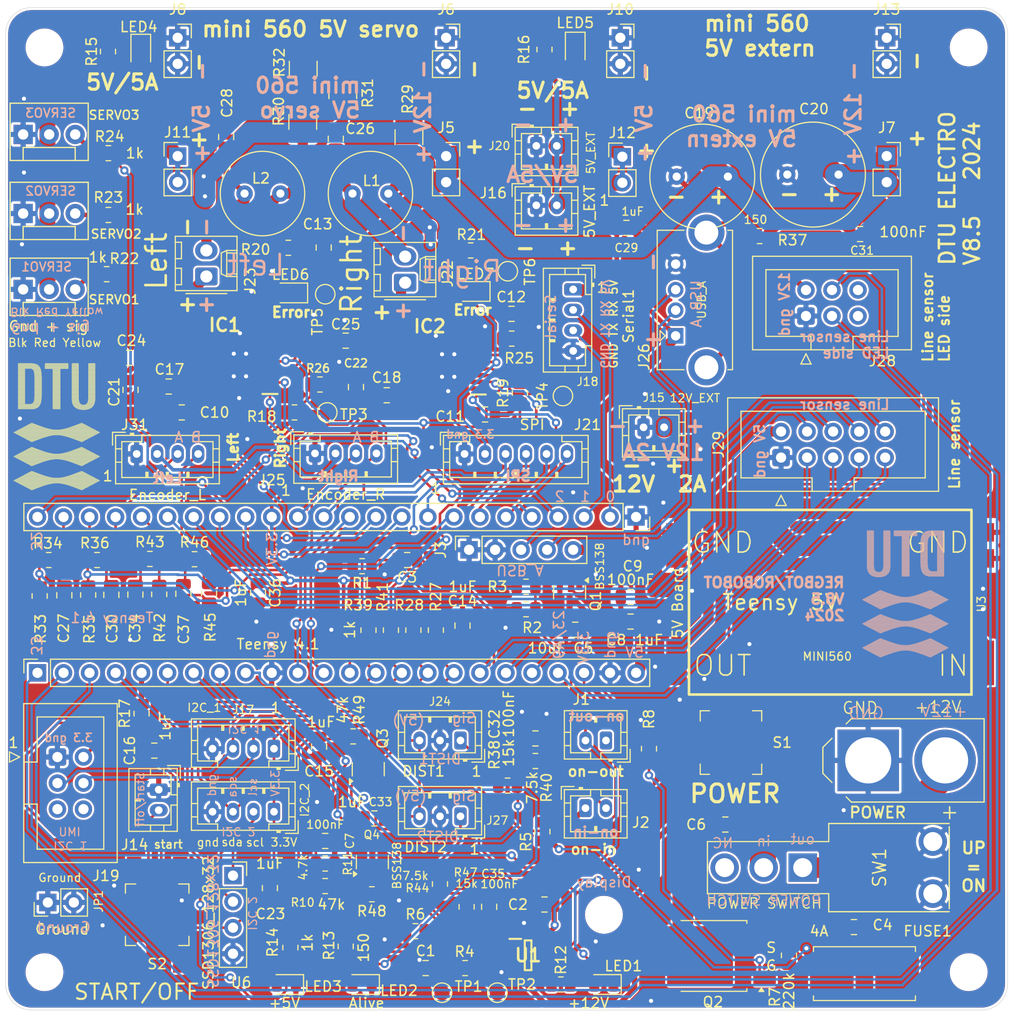
<source format=kicad_pcb>
(kicad_pcb (version 20221018) (generator pcbnew)
  (title_block (title "Regbot") (date "2024-05-10") (rev "v8.0") (company "DTU Electro") (comment 1 "Base board for Robobot and Regbot") (comment 2 "Author: Jens Christian Andersen"))
  (layers (0 "F.Cu" signal) (31 "B.Cu" signal) (34 "B.Paste" user) (35 "F.Paste" user) (36 "B.SilkS" user "B.Silkscreen") (37 "F.SilkS" user "F.Silkscreen") (38 "B.Mask" user) (39 "F.Mask" user) (44 "Edge.Cuts" user))
  (net 0 "")
  (net 1 "/Current_all")
  (net 2 "/RIGHT_ENC_A")
  (net 3 "/RIGHT_ENC_B")
  (net 4 "/LEFT_ENC_A")
  (net 5 "/LEFT_ENC_B")
  (net 6 "/DIST1")
  (net 7 "/DIST2")
  (net 8 "Net-(IC1-VCP)")
  (net 9 "Net-(Q1-D)")
  (net 10 "/5V_SERVO")
  (net 11 "/START")
  (net 12 "/V_BAT")
  (net 13 "/5V_EXT")
  (net 14 "/SDA")
  (net 15 "/SCL")
  (net 16 "Net-(IC1-CPL)")
  (net 17 "Net-(IC1-CPH)")
  (net 18 "/LS0")
  (net 19 "/LS1")
  (net 20 "/LS3")
  (net 21 "/LS4")
  (net 22 "/LS6")
  (net 23 "/LS7")
  (net 24 "/LS2")
  (net 25 "/LS5")
  (net 26 "/LINE_LED_LOW")
  (net 27 "/12V_RAW")
  (net 28 "/PWR_ROBOT")
  (net 29 "/PWR_IR")
  (net 30 "/Mot_l_plus")
  (net 31 "Net-(IC2-CPL)")
  (net 32 "Net-(IC2-CPH)")
  (net 33 "Net-(IC2-VCP)")
  (net 34 "/PWM1")
  (net 35 "/PWM2")
  (net 36 "/PWM3")
  (net 37 "Net-(Q1-G)")
  (net 38 "/SCK&BUILTIN_LED")
  (net 39 "/D-")
  (net 40 "/D+")
  (net 41 "/Mot_r_plus")
  (net 42 "/CS")
  (net 43 "/RX1")
  (net 44 "/TX1")
  (net 45 "/SCL1")
  (net 46 "/SDA1")
  (net 47 "Net-(IC1-IPROPI)")
  (net 48 "/Mot_r_minus")
  (net 49 "Net-(IC2-IPROPI)")
  (net 50 "/Mot_l_minus")
  (net 51 "/MOSI")
  (net 52 "/MISO")
  (net 53 "/LINE_LED_HIGH")
  (net 54 "/STATUS_LED")
  (net 55 "Net-(Q2-G)")
  (net 56 "/Mot_l_curr")
  (net 57 "Net-(IC1-NFAULT)")
  (net 58 "Net-(IC2-NFAULT)")
  (net 59 "/Mot_r_curr")
  (net 60 "Net-(Q3-G)")
  (net 61 "/Mot_l_in1")
  (net 62 "/Mot_l_in2")
  (net 63 "/Mot_r_in1")
  (net 64 "/Mot_r_in2")
  (net 65 "+5V")
  (net 67 "+12V")
  (net 71 "/Mot_enable")
  (net 72 "GND")
  (net 75 "Net-(J25-Pin_3)")
  (net 76 "Net-(J14-Pin_2)")
  (net 77 "Net-(J2-Pin_2)")
  (net 78 "Net-(C26-Pad1)")
  (net 79 "Net-(C28-Pad1)")
  (net 80 "Net-(U1-VOUT)")
  (net 81 "Net-(Q2-S)")
  (net 82 "+3.3V")
  (net 83 "Net-(SW1-C)")
  (net 84 "Net-(J24-Pin_3)")
  (net 85 "Net-(J2-Pin_1)")
  (net 86 "Net-(LED2-A)")
  (net 87 "Net-(LED3-A)")
  (net 88 "Net-(LED4-A)")
  (net 89 "Net-(LED5-A)")
  (net 90 "Net-(LED6-K)")
  (net 91 "Net-(LED7-K)")
  (net 92 "Net-(SERVO1-Pin_3)")
  (net 93 "Net-(SERVO2-Pin_3)")
  (net 94 "Net-(SERVO3-Pin_3)")
  (net 97 "Net-(J24-Pin_1)")
  (net 98 "Net-(J25-Pin_4)")
  (net 99 "Net-(LED1-A)")
  (net 100 "Net-(J26-Shield)")
  (net 101 "Net-(J27-Pin_1)")
  (net 102 "Net-(C31-Pad1)")
  (net 103 "Net-(IC1-OUT1)")
  (net 104 "Net-(IC2-OUT1)")
  (net 107 "Net-(J31-Pin_3)")
  (net 108 "Net-(J31-Pin_4)")
  (net 109 "Net-(R29-Pad1)")
  (net 110 "Net-(R30-Pad1)")
  (footprint "Connector_JST:JST_PH_B6B-PH-K_1x06_P2.00mm_Vertical" (layer "F.Cu") (at 144.4 99.65)
    (fp_text reference "J21")
    (fp_text value "SPI")
  )
  (footprint "Capacitor_SMD:C_0805_2012Metric" (layer "F.Cu") (at 114.123188 128.588015)
    (fp_text reference "C16")
    (fp_text value "1uF")
  )
  (footprint "Resistor_SMD:R_0805_2012Metric" (layer "F.Cu") (at 103.813413 109.997739 180)
    (fp_text reference "R34")
    (fp_text value "1k")
  )
  (footprint "Capacitor_SMD:C_0805_2012Metric" (layer "F.Cu") (at 146.8 143.825 -90)
    (fp_text reference "C35")
    (fp_text value "100nF")
  )
  (footprint "Connector_JST:JST_PH_B2B-PH-K_1x02_P2.00mm_Vertical" (layer "F.Cu") (at 156.2 134.2)
    (fp_text reference "J2")
    (fp_text value "on-in/switch")
  )
  (footprint "Resistor_SMD:R_0805_2012Metric" (layer "F.Cu") (at 149 88.4 180)
    (fp_text reference "R25")
    (fp_text value "1.8k")
  )
  (footprint "LED_SMD:LED_0805_2012Metric" (layer "F.Cu") (at 112.8 60.4 -90)
    (fp_text reference "LED4")
    (fp_text value "B1701NG")
  )
  (footprint "Connector_PinSocket_2.54mm:PinSocket_1x02_P2.54mm_Vertical" (layer "F.Cu") (at 159.6 59.06)
    (fp_text reference "J10")
    (fp_text value "Conn_01x02")
  )
  (footprint "Resistor_SMD:R_0805_2012Metric" (layer "F.Cu") (at 134.4 110.6 180)
    (fp_text reference "R1")
    (fp_text value "220k")
  )
  (footprint "Connector_JST:JST_PH_B2B-PH-K_1x02_P2.00mm_Vertical" (layer "F.Cu") (at 114.55 132.4 -90)
    (fp_text reference "J14")
    (fp_text value "start/off")
  )
  (footprint "Connector_JST:JST_PH_B2B-PH-K_1x02_P2.00mm_Vertical" (layer "F.Cu") (at 161.869565 97.052504)
    (fp_text reference "J15")
    (fp_text value "12V_EXT")
  )
  (footprint "Resistor_SMD:R_1210_3225Metric" (layer "F.Cu") (at 128.609597 67.264854 -90)
    (fp_text reference "R30")
    (fp_text value "56R")
  )
  (footprint "LED_SMD:LED_0805_2012Metric" (layer "F.Cu") (at 127 151.4 180)
    (fp_text reference "LED3")
    (fp_text value "B1701NG")
  )
  (footprint "Capacitor_SMD:C_0805_2012Metric" (layer "F.Cu") (at 121.133276 68.736415 -90)
    (fp_text reference "C28")
    (fp_text value "100nF")
  )
  (footprint "Resistor_SMD:R_0805_2012Metric" (layer "F.Cu") (at 141.59884 116.84 90)
    (fp_text reference "R27")
    (fp_text value "1k" hide)
  )
  (footprint "Package_TO_SOT_SMD:SOT-23" (layer "F.Cu") (at 135 130.4 90)
    (fp_text reference "Q3")
    (fp_text value "PMV28XPEAR" hide)
  )
  (footprint "Connector_PinHeader_2.54mm:PinHeader_1x02_P2.54mm_Vertical" (layer "F.Cu") (at 103.725 143.4 90)
    (fp_text reference "JP1")
    (fp_text value "Ground")
  )
  (footprint "Capacitor_SMD:C_0805_2012Metric" (layer "F.Cu") (at 140.6 149.8)
    (fp_text reference "C1")
    (fp_text value "100nF")
  )
  (footprint "Connector_JST:JST_PH_B2B-PH-K_1x02_P2.00mm_Vertical" (layer "F.Cu") (at 151.4 69.6)
    (fp_text reference "J20")
    (fp_text value "5V_EXT")
  )
  (footprint "Resistor_SMD:R_0805_2012Metric" (layer "F.Cu") (at 142 141.6 90)
    (fp_text reference "R44")
    (fp_text value "7.5k")
  )
  (footprint "Capacitor_SMD:C_0805_2012Metric" (layer "F.Cu") (at 115.525 93.075 180)
    (fp_text reference "C17")
    (fp_text value "22nF")
  )
  (footprint "Resistor_SMD:R_1210_3225Metric" (layer "F.Cu") (at 132.518506 64.26428 90)
    (fp_text reference "R31")
    (fp_text value "56R")
  )
  (footprint "MountingHole:MountingHole_3.2mm_M3" (layer "F.Cu") (at 103.4 150.2)
    (fp_text reference "H5" hide)
    (fp_text value "display")
  )
  (footprint "Resistor_SMD:R_0805_2012Metric" (layer "F.Cu") (at 113.687256 109.89166)
    (fp_text reference "R43")
    (fp_text value "1k")
  )
  (footprint "Resistor_SMD:R_0805_2012Metric" (layer "F.Cu") (at 176.0601 148.5646 90)
    (fp_text reference "R7")
    (fp_text value "220k")
  )
  (footprint "Resistor_SMD:R_0805_2012Metric" (layer "F.Cu") (at 114.599756 113.341814 -90)
    (fp_text reference "R42")
    (fp_text value "7.5k")
  )
  (footprint "Resistor_SMD:R_0805_2012Metric" (layer "F.Cu") (at 162.4 128.4 -90)
    (fp_text reference "R8")
    (fp_text value "220k")
  )
  (footprint "Capacitor_SMD:C_0805_2012Metric" (layer "F.Cu") (at 132.8 88.6 180)
    (fp_text reference "C25")
    (fp_text value "10uF")
  )
  (footprint "Connector_PinSocket_2.54mm:PinSocket_1x24_P2.54mm_Vertical" (layer "F.Cu") (at 102.72 121 90)
    (fp_text reference "J9" hide)
    (fp_text value "Vin-side")
  )
  (footprint "Capacitor_SMD:C_0805_2012Metric" (layer "F.Cu") (at 111.675 90.275 180)
    (fp_text reference "C24")
    (fp_text value "10uF")
  )
  (footprint "Capacitor_SMD:C_0805_2012Metric" (layer "F.Cu") (at 160.2 77.6)
    (fp_text reference "C29")
    (fp_text value "1uF")
  )
  (footprint "Regbot:RS-PRO-1MS1T2B3M7QES" (layer "F.Cu") (at 177.4 140 90)
    (fp_text reference "SW1")
    (fp_text value "SW_SPDT_321")
  )
  (footprint "Resistor_SMD:R_0805_2012Metric" (layer "F.Cu") (at 152 136.4875 90)
    (fp_text reference "R5")
    (fp_text value "68k")
  )
  (footprint "Capacitor_SMD:C_0805_2012Metric" (layer "F.Cu") (at 151.3125 127.4)
    (fp_text reference "C32")
    (fp_text value "100nF")
  )
  (footprint "MountingHole:MountingHole_3.2mm_M3" (layer "F.Cu") (at 193.6 150.2)
    (fp_text reference "H4" hide)
    (fp_text value "3mm")
  )
  (footprint "TestPoint:TestPoint_Pad_D1.5mm" (layer "F.Cu") (at 154 94)
    (fp_text reference "TP4")
    (fp_text value "sup.cur.")
  )
  (footprint "Resistor_SMD:R_0805_2012Metric" (layer "F.Cu") (at 112.877776 124.975918 90)
    (fp_text reference "R17")
    (fp_text value "1k")
  )
  (footprint "Capacitor_SMD:C_0805_2012Metric" (layer "F.Cu") (at 105.338668 113.435044 -90)
    (fp_text reference "C27")
    (fp_text value "2.2nF")
  )
  (footprint "Capacitor_SMD:C_0805_2012Metric" (layer "F.Cu") (at 155.2 116.8 180)
    (fp_text reference "C5")
    (fp_text value "10uF")
  )
  (footprint "Connector_JST:JST_PH_B4B-PH-K_1x04_P2.00mm_Vertical" (layer "F.Cu") (at 125.8 128.4 180)
    (fp_text reference "J17")
    (fp_text value "I2C_1")
  )
  (footprint "Capacitor_SMD:C_0805_2012Metric" (layer "F.Cu") (at 169.85 135.8)
    (fp_text reference "C6")
    (fp_text value "100nF")
  )
  (footprint "Capacitor_SMD:C_0805_2012Metric" (layer "F.Cu") (at 112.273572 113.36583 -90)
    (fp_text reference "C34")
    (fp_text value "2.2nF")
  )
  (footprint "Resistor_SMD:R_0805_2012Metric" (layer "F.Cu") (at 109.635825 76.340181 180)
    (fp_text reference "R23")
    (fp_text value "1k")
  )
  (footprint "Fuse:Fuseholder_Littelfuse_Nano2_154x" (layer "F.Cu") (at 183.4261 150.3426)
    (fp_text reference "FUSE1")
    (fp_text value "4A")
  )
  (footprint "Regbot:DTU-MEDIUM-9MM" (layer "F.Cu") (at 104.623 96.287)
    (fp_text reference "U$1" hide)
    (fp_text value "DTUMEDIUM-9MM" hide)
  )
  (footprint "Capacitor_SMD:C_0805_2012Metric" (layer "F.Cu") (at 160.6 113.6 180)
    (fp_text reference "C9")
    (fp_text value "100nF")
  )
  (footprint "Regbot:USB_A_ASSMANN_A-TOP_VERTICAL" (layer "F.Cu") (at 165 88.13 90)
    (fp_text reference "J26" hide)
    (fp_text value "USB_A")
  )
  (footprint "Connector_JST:JST_PH_B4B-PH-K_1x04_P2.00mm_Vertical" (layer "F.Cu") (at 129.8 99.6)
    (fp_text reference "J25")
    (fp_text value "Encoder_R")
  )
  (footprint "Resistor_SMD:R_0805_2012Metric" (layer "F.Cu") (at 150.4 114.8)
    (fp_text reference "R2")
    (fp_text value "47k")
  )
  (footprint "Capacitor_SMD:C_0805_2012Metric" (layer "F.Cu") (at 131.829424 68.911272 -90)
    (fp_text reference "C26")
    (fp_text value "100nF")
  )
  (footprint "Resistor_SMD:R_1210_3225Metric" (layer "F.Cu") (at 128.6531 62.071449 -90)
    (fp_text reference "R32")
    (fp_text value "56R")
  )
  (footprint "MountingHole:MountingHole_3.2mm_M3" (layer "F.Cu") (at 158 144.6)
    (fp_text reference "H1" hide)
    (fp_text value "3mm")
  )
  (footprint "TestPoint:TestPoint_Pad_D1.5mm" (layer "F.Cu") (at 131 95.6)
    (fp_text reference "TP3")
    (fp_text value "sup.cur.")
  )
  (footprint "TestPoint:TestPoint_Pad_D1.5mm" (layer "F.Cu") (at 130.801446 84.069061)
    (fp_text reference "TP5")
    (fp_text value "sup.cur.")
  )
  (footprint "TestPoint:TestPoint_Pad_D1.5mm" (layer "F.Cu") (at 147.6 152.2)
    (fp_text reference "TP2")
    (fp_text value "sup.cur.")
  )
  (footprint "jca-DRV8874:SOP65P640X120-17N" (layer "F.Cu") (at 142.8 91 180)
    (fp_text reference "IC2")
    (fp_text value "DRV8874PWPR" hide)
  )
  (footprint "Regbot:MOLEX-1X3" (layer "F.Cu") (at 101.32 76.2)
    (fp_text reference "SERVO2" hide)
    (fp_text value "M03POLAR" hide)
  )
  (footprint "LED_SMD:LED_0805_2012Metric" (layer "F.Cu") (at 155.2 60.2 -90)
    (fp_text reference "LED5")
    (fp_text value "B1701NG")
  )
  (footprint "Capacitor_THT:C_Radial_D10.0mm_H16.0mm_P5.00mm" (layer "F.Cu") (at 180.9 72.4 180)
    (fp_text reference "C20")
    (fp_text value "470uF")
  )
  (footprint "Regbot:MINI560" (layer "F.Cu") (at 180.086 114.3 180)
    (fp_text reference "U3")
    (fp_text value "MINI560")
  )
  (footprint "Resistor_SMD:R_0805_2012Metric" (layer "F.Cu") (at 152.2 60.2 -90)
    (fp_text reference "R16")
    (fp_text value "1k")
  )
  (footprint "LED_SMD:LED_0805_2012Metric" (layer "F.Cu") (at 134.4 151.4 180)
    (fp_text reference "LED2")
    (fp_text value "B1701NG")
  )
  (footprint "Capacitor_SMD:C_0805_2012Metric" (layer "F.Cu") (at 109.927593 113.389728 -90)
    (fp_text reference "C30")
    (fp_text value "2.2nF")
  )
  (footprint "Capacitor_SMD:C_0805_2012Metric" (layer "F.Cu") (at 135.6 135.2 180)
    (fp_text reference "C33")
    (fp_text value "1uF")
  )
  (footprint "Connector_PinSocket_2.54mm:PinSocket_1x24_P2.54mm_Vertical" (layer "F.Cu") (at 161.14 105.8 -90)
    (fp_text reference "J4" hide)
    (fp_text value "Gnd-side")
  )
  (footprint "LED_SMD:LED_0805_2012Metric" (layer "F.Cu") (at 127.4 83.94375 180)
    (fp_text reference "LED6")
    (fp_text value "B1701URO")
  )
  (footprint "Regbot:MOLEX-1X3" (layer "F.Cu") (at 101.32 83.6)
    (fp_text reference "SERVO1" hide)
    (fp_text value "M03POLAR" hide)
  )
  (footprint "Connector_JST:JST_PH_B4B-PH-K_1x04_P2.00mm_Vertical" (layer "F.Cu") (at 112.4 99.65)
    (fp_text reference "J31")
    (fp_text value "Encoder_L")
  )
  (footprint "Connector_PinSocket_2.54mm:PinSocket_1x02_P2.54mm_Vertical" (layer "F.Cu") (at 116.4 59.06)
    (fp_text reference "J8")
    (fp_text value "Conn_01x02")
  )
  (footprint "Connector_IDC:IDC-Header_2x03_P2.54mm_Vertical" (layer "F.Cu") (at 177.72 86.2 90)
    (property "Value" "Conn_02x03_Odd_Even")
    (fp_text reference "J28")
    (fp_text value "Conn_02x03_Odd_Even")
  )
  (footprint "Resistor_SMD:R_0805_2012Metric" (layer "F.Cu") (at 135.35 142.6 180)
    (fp_text reference "R48")
    (fp_text value "47k" hide)
  )
  (footprint "Resistor_SMD:R_0805_2012Metric" (layer "F.Cu") (at 102.928688 113.504194 -90)
    (fp_text reference "R33")
    (fp_text value "7.5k")
  )
  (footprint "Capacitor_SMD:C_0805_2012Metric" (layer "F.Cu") (at 111.8 93.4 90)
    (fp_text reference "C21")
    (fp_text value "100nF")
  )
  (footprint "Capacitor_SMD:C_0805_2012Metric" (layer "F.Cu") (at 182.4 145.8)
    (fp_text reference "C4")
    (fp_text value "100nF")
  )
  (footprint "Resistor_SMD:R_0805_2012Metric" (layer "F.Cu") (at 107.666026 113.406775 -90)
    (fp_text reference "R35")
    (fp_text value "7.5k")
  )
  (footprint "Capacitor_THT:C_Radial_D8.0mm_H11.5mm_P3.50mm" (layer "F.Cu") (at 136.96419 74.251526 180)
    (fp_text reference "L1")
    (fp_text value "20uH")
  )
  (footprint "Resistor_SMD:R_0805_2012Metric" (layer "F.Cu") (at 118.042212 109.917179)
    (fp_text reference "R46")
    (fp_text value "1k")
  )
  (footprint "Capacitor_SMD:C_0805_2012Metric" (layer "F.Cu") (at 148.986306 85.983635 180)
    (fp_text reference "C12")
    (fp_text value "100nF")
  )
  (footprint "Resistor_SMD:R_0805_2012Metric" (layer "F.Cu") (at 144.45 149.8 180)
    (fp_text reference "R4")
    (fp_text value "15k")
  )
  (footprint "Connector_PinSocket_2.54mm:PinSocket_1x02_P2.54mm_Vertical" (layer "F.Cu") (at 185.6 59.06)
    (fp_text reference "J13")
    (fp_text value "Conn_01x02")
  )
  (footprint "Connector_JST:JST_PH_B4B-PH-K_1x04_P2.00mm_Vertical" (layer "F.Cu") (at 155 83.6 -90)
    (fp_text reference "J18")
    (fp_text value "Serial1")
  )
  (footprint "Capacitor_SMD:C_0805_2012Metric" (layer "F.Cu") (at 160.6 116 180)
    (fp_text reference "C8")
    (fp_text value "1uF")
  )
  (footprint "jca-DRV8874:SOP65P640X120-17N" (layer "F.Cu") (at 122.475 90.95 180)
    (fp_text reference "IC1")
    (fp_text value "DRV8874PWPR" hide)
  )
  (footprint "Connector_JST:JST_PH_B4B-PH-K_1x04_P2.00mm_Vertical" (layer "F.Cu") (at 125.8 134.55 180)
    (fp_text reference "J30" hide)
    (fp_text value "I2C_2")
  )
  (footprint "Resistor_SMD:R_0805_2012Metric" (layer "F.Cu") (at 145 79.8 180)
    (fp_text reference "R21")
    (fp_text value "150")
  )
  (footprint "Resistor_SMD:R_0805_2012Metric" (layer "F.Cu") (at 139.6 146.2)
    (fp_text reference "R6")
    (fp_text value "15k")
  )
  (footprint "Resistor_SMD:R_0805_2012Metric" (layer "F.Cu") (at 127.4 147.8 90)
    (fp_text reference "R14")
    (fp_text value "1k")
  )
  (footprint "Connector_Molex:Molex_KK-254_AE-6410-02A_1x02_P2.54mm_Vertical" (layer "F.Cu") (at 138.6 82.94 90)
    (fp_text reference "J22")
    (fp_text value "Conn_01x02")
  )
  (footprint "Resistor_SMD:R_0805_2012Metric" (layer "F.Cu") (at 109.635825 70.313233 180)
    (fp_text reference "R24")
    (fp_text value "1k")
  )
  (footprint "Resistor_SMD:R_0805_2012Metric" (layer "F.Cu") (at 139.406323 116.84 90)
    (fp_text reference "R28")
    (fp_text value "1k" hide)
  )
  (footprint "Connector_Molex:Molex_KK-254_AE-6410-02A_1x02_P2.54mm_Vertical" (layer "F.Cu") (at 119.2 82.34 90)
    (fp_text reference "J23")
    (fp_text value "Conn_01x02")
  )
  (footprint "Capacitor_SMD:C_0805_2012Metric" (layer "F.Cu") (at 116.8 95.6)
    (fp_text reference "C10")
    (fp_text value "22nF")
  )
  (footprint "Resistor_SMD:R_0805_2012Metric" (layer "F.Cu") (at 130.8 141.8)
    (fp_text reference "R10")
    (fp_text value "47k")
  )
  (footprint "Regbot:XT60" (layer "F.Cu") (at 187.6044 129.54 -90)
    (fp_text reference "POWER1" hide)
    (fp_text value "XT60" hide)
  )
  (footprint "Capacitor_SMD:C_0805_2012Metric" (layer "F.Cu") (at 133.8 93.125 90)
    (fp_text reference "C22")
    (fp_text value "100nF")
  )
  (footprint "Connector_PinHeader_2.54mm:PinHeader_1x02_P2.54mm_Vertical" (layer "F.Cu") (at 116.4 70.6)
    (fp_text reference "J11")
    (fp_text value "Conn_01x02")
  )
  (footprint "MountingHole:MountingHole_3.2mm_M3" (layer "F.Cu") (at 103.4 60)
    (fp_text reference "H3" hide)
    (fp_text value "3mm")
  )
  (footprint "TestPoint:TestPoint_Pad_D1.5mm" (layer "F.Cu") (at 148.619037 81.828474)
    (fp_text reference "TP6")
    (fp_text value "sup.cur.")
  )
  (footprint "Connector_PinSocket_2.54mm:PinSocket_1x05_P2.54mm_Vertical" (layer "F.Cu") (at 144.84 109 90)
    (fp_text reference "J3")
    (fp_text value "USB-host")
  )
  (footprint "LED_SMD:LED_0805_2012Metric" (layer "F.Cu") (at 158 151.4 180)
    (fp_text reference "LED1")
    (fp_text value "B1701TW")
  )
  (footprint "Resistor_SMD:R_0805_2012Metric" (layer "F.Cu") (at 148.6 132 180)
    (fp_text reference "R40")
    (fp_text value "7.5k")
  )
  (footprint "Resistor_SMD:R_1210_3225Metric" (layer "F.Cu") (at 138.970819 68.755376 -90)
    (fp_text reference "R29")
    (fp_text value "56R")
  )
  (footprint "Package_TO_SOT_SMD:TO-252-2" (layer "F.Cu") (at 168.64018 148.615874 180)
    (property "Value" "Q_PMOS_GDS")
    (fp_text reference "Q2")
    (fp_text value "AOD4189")
  )
  (footprint "Capacitor_SMD:C_0805_2012Metric" (layer "F.Cu") (at 144.2 116.4 90)
    (fp_text reference "C14")
    (fp_text value "1uF")
  )
  (footprint "Capacitor_SMD:C_0805_2012Metric" (layer "F.Cu") (at 138.8 110 180)
    (fp_text reference "C3")
    (fp_text value "1uF")
  )
  (footprint "Resistor_SMD:R_0805_2012Metric" (layer "F.Cu") (at 127.8 95.6)
    (fp_text reference "R18")
    (fp_text value "7.5k")
  )
  (footprint "Capacitor_THT:C_Radial_D10.0mm_H16.0mm_P5.00mm" (layer "F.Cu") (at 170.1 72.6 180)
    (fp_text reference "C19")
    (fp_text value "470uF")
  )
  (footprint "Resistor_SMD:R_0805_2012Metric" (layer "F.Cu") (at 119.463594 113.251184 -90)
    (fp_text reference "R45")
    (fp_text value "7.5k")
  )
  (footprint "Resistor_SMD:R_0805_2012Metric" (layer "F.Cu") (at 133.525 127.2 180)
    (fp_text reference "R49")
    (fp_text value "47k")
  )
  (footprint "Connector_JST:JST_PH_B2B-PH-K_1x02_P2.00mm_Vertical" (layer "F.Cu") (at 151.4 75.4)
    (fp_text reference "J16")
    (fp_text value "5V_EXT")
  )
  (footprint "Capacitor_SMD:C_0805_2012Metric" (layer "F.Cu") (at 152.2 143.6 180)
    (fp_text reference "C2")
    (fp_text value "1uF")
  )
  (footprint "Resistor_SMD:R_0805_2012Metric" (layer "F.Cu") (at 109.46841 82.116006 180)
    (fp_text reference "R22")
    (fp_text value "1k")
  )
  (footprint "Resistor_SMD:R_0805_2012Metric" (layer "F.Cu") (at 151.3125 129.6 180)
    (fp_text reference "R38")
    (fp_text value "15k")
  )
  (footprint "Connector_PinSocket_2.54mm:PinSocket_1x04_P2.54mm_Vertical" (layer "F.Cu") (at 121.8 140.78)
    (fp_text reference "U6")
    (fp_text value "SSD1306_128x32")
  )
  (footprint "jca-switch-3301:TL3301" (layer "F.Cu") (at 114.4 144.6 -90)
    (fp_text reference "S2")
    (fp_text value "TL3301TF160QG")
  )
  (footprint "jca-switch-3301:TL3301" (layer "F.Cu") (at 170.4 127.8)
    (fp_text reference "S1")
    (fp_text value "TL3301TF160QG")
  )
  (footprint "Resistor_SMD:R_0805_2012Metric" (layer "F.Cu") (at 108.533753 109.997739 180)
    (fp_text reference "R36")
    (fp_text value "1k")
  )
  (footprint "Resistor_SMD:R_0805_2012Metric" (layer "F.Cu") (at 137.213807 116.84 90)
    (fp_text reference "R41")
    (fp_text value "1k" hide)
  )
  (footprint "Capacitor_SMD:C_0805_2012Metric" (layer "F.Cu") (at 116.956973 113.294968 -90)
    (fp_text reference "C37")
    (fp_text value "2.2nF")
  )
  (footprint "Resistor_SMD:R_0805_2012Metric" (layer "F.Cu") (at 127.2 79.54375)
    (fp_text reference "R20")
    (fp_text value "150")
  )
  (footprint "Resistor_SMD:R_0805_2012Metric" (layer "F.Cu") (at 149.8 93.7125 90)
    (fp_text reference "R19")
    (fp_text value "7.5k")
  )
  (footprint "Capacitor_SMD:C_0805_2012Metric" (layer "F.Cu") (at 124.240645 113.200281 -90)
    (fp_text reference "C36")
    (fp_text value "1uF")
  )
  (footprint "Resistor_SMD:R_0805_2012Metric" (layer "F.Cu") (at 132.8 147.6875 90)
    (fp_text reference "R13")
    (fp_text value "150")
  )
  (footprint "Regbot:MOLEX-1X3" (layer "F.Cu") (at 101.32 68.485616)
    (fp_text reference "SERVO3" hide)
    (fp_text value "M03POLAR" hide)
  )
  (footprint "Resistor_SMD:R_0805_2012Metric" (layer "F.Cu") (at 173.2 78.4 180)
    (fp_text reference "R37")
    (fp_text value "150")
  )
  (footprint "Package_TO_SOT_SMD:SOT-23" (layer "F.Cu") (at 154.65 113.1375 -90)
    (fp_text reference "Q1")
    (fp_text value "BSS138")
  )
  (footprint "Connector_PinSocket_2.54mm:PinSocket_1x02_P2.54mm_Vertical" (layer "F.Cu") (at 142.6 70.6)
    (fp_text reference "J5")
    (fp_text value "Conn_01x02")
  )
  (footprint "Capacitor_SMD:C_0805_2012Metric" (layer "F.Cu") (at 130.650395 79.517739 -90)
    (fp_text reference "C13")
    (fp_text value "100nF")
  )
  (footprint "Resistor_SMD:R_0805_2012Metric" (layer "F.Cu") (at 153.8 151.4 180)
    (fp_text reference "R12")
    (fp_text value "1.8k")
  )
  (footprint "Capacitor_SMD:C_0805_2012Metric" (layer "F.Cu") (at 183 78.2)
    (fp_text reference "C31")
    (fp_text value "100nF")
  )
  (footprint "Connector_JST:JST_PH_B3B-PH-K_1x03_P2.00mm_Vertical" (layer "F.Cu") (at 144 127.6 180)
    (fp_text reference "J24")
    (fp_text value "Conn_01x03" hide)
  )
  (footprint "Capacitor_SMD:C_0805_2012Metric" (layer "F.Cu") (at 125.4 142 -90)
    (fp_text reference "C23")
    (fp_text value "1uF")
  )
  (footprint "Capacitor_SMD:C_0805_2012Metric" (layer "F.Cu") (at 146.4 95.8)
    (fp_text reference "C11")
    (fp_text value "22nF")
  )
  (footprint "Resistor_SMD:R_0805_2012Metric" (layer "F.Cu") (at 135.021291 116.84 90)
    (fp_text reference "R39")
    (fp_text value "1k")
  )
  (footprint "Resistor_SMD:R_0805_2012Metric" (layer "F.Cu") (at 130.8 139.6 180)
    (fp_text reference "R11")
    (fp_text value "4.7k")
  )
  (footprint "Capacitor_THT:C_Radial_D8.0mm_H11.5mm_P3.50mm" (layer "F.Cu") (at 126.428037 74.251526 180)
    (fp_text reference "L2")
    (fp_text value "20uH")
  )
  (footprint "Resistor_SMD:R_0805_2012Metric" (layer "F.Cu") (at 130.2875 92.875 180)
    (fp_text reference "R26")
    (fp_text value "1.8k")
  )
  (footprint "Package_TO_SOT_SMD:SOT-23" (layer "F.Cu") (at 135.4 139.4625 90)
    (fp_text reference "Q4")
    (fp_text value "BSS138")
  )
  (footprint "Resistor_SMD:R_0805_2012Metric" (layer "F.Cu") (at 109.6 60.4 -90)
    (fp_text reference "R15")
    (fp_text value "1k")
  )
  (footprint "Resistor_SMD:R_0805_2012Metric" (layer "F.Cu") (at 144.6 143.825 90)
    (fp_text reference "R47")
    (fp_text value "15k")
  )
  (footprint "Connector_JST:JST_PH_B2B-PH-K_1x02_P2.00mm_Vertical" (layer "F.Cu") (at 158.2 127.6 180)
    (fp_text reference "J1")
    (fp_text value "on_out")
  )
  (footprint "Connector_PinSocket_2.54mm:PinSocket_1x02_P2.54mm_Vertical" (layer "F.Cu") (at 185.6 70.6)
    (fp_text reference "J7")
    (fp_text value "Conn_01x02")
  )
  (footprint "Connector_IDC:IDC-Header_2x05_P2.54mm_Vertical" (layer "F.Cu") (at 175.289069 100.004677 90)
    (property "Value" "Conn_02x05_Odd_Even")
    (fp_text reference "J29")
    (fp_text value "Conn_02x05_Odd_Even")
  )
  (footprint "TestPoint:TestPoint_Pad_D1.5mm" (layer "F.Cu") (at 142.2 152.2)
    (fp_text reference "TP1")
    (fp_text value "sup.cur.")
  )
  (footprint "Connector_JST:JST_PH_B3B-PH-K_1x03_P2.00mm_Vertical" (layer "F.Cu") (at 144 135 180)
    (fp_text reference "J27")
    (fp_text value "Conn_01x03" hide)
  )
  (footprint "Connector_PinSocket_2.54mm:PinSocket_1x02_P2.54mm_Vertical" (layer "F.Cu") (at 142.6 59.06)
    (fp_text reference "J6")
    (fp_text value "Conn_01x02")
  )
  (footprint "Connector_IDC:IDC-Header_2x03_P2.54mm_Vertical" (layer "F.Cu") (at 104.666376 129.215004)
    (property "Value" "Conn_02x03_Odd_Even")
    (fp_text reference "J19")
    (fp_text value "Conn_02x03_Odd_Even" hide)
  )
  (footprint "Resistor_SMD:R_0805_2012Metric" (layer "F.Cu") (at 150.4 112.6)
    (fp_text reference "R3")
    (fp_text value "47k")
  )
  (footprint "Connector_PinHeader_2.54mm:PinHeader_1x02_P2.54mm_Vertical" (layer "F.Cu") (at 159.8 70.66)
    (fp_text reference "J12")
    (fp_text value "Conn_01x02")
  )
  (footprint "Capacitor_SMD:C_0805_2012Metric" (layer "F.Cu") (at 130.8 137.4)
    (fp_text reference "C7")
    (fp_text value "100nF")
  )
  (footprint "jca-mcp6c04:SOT95P280X145-6N" (layer "F.Cu") (at 150.6 148.55)
    (fp_text reference "U1")
    (fp_text value "MCP6C04T-020" hide)
  )
  (footprint "Capacitor_SMD:C_0805_2012Metric" (layer "F.Cu") (at 130.2 128.2 -90)
    (fp_text reference "C15")
    (fp_text value "1uF")
  )
  (footprint "LED_SMD:LED_0805_2012Metric" (layer "F.Cu") (at 145.2 83.8 180)
    (fp_text reference "LED7")
    (fp_text value "B1701URO")
  )
  (footprint "MountingHole:MountingHole_3.2mm_M3" (layer "F.Cu") (at 193.6 60)
    (fp_text reference "H2" hide)
    (fp_text value "3mm")
  )
  (footprint "Capacitor_SMD:C_0805_2012Metric" (layer "F.Cu") (at 136.8 93.925 180)
    (fp_text reference "C18")
    (fp_text value "22nF")
  )
  (footprint "Regbot:DTU-MEDIUM-9MM" (layer "B.Cu") (at 187.4 112.6 180)
    (fp_text reference "U$1" hide)
    (fp_text value "DTUMEDIUM-9MM" hide)
  )
  (gr_arc (start 194.8561 56.1086) (mid 196.652151 56.852549) (end 197.3961 58.6486) (stroke (width 0.05)) (layer "Edge.Cuts"))
  (gr_arc (start 99.6061 58.6486) (mid 100.350049 56.852549) (end 102.1461 56.1086) (stroke (width 0.05)) (layer "Edge.Cuts"))
  (gr_line (start 185.1025 56.1086) (end 180.6321 56.1086) (stroke (width 0.05)) (layer "Edge.Cuts"))
  (gr_line (start 99.6061 58.6486) (end 99.6061 151.3586) (stroke (width 0.05)) (layer "Edge.Cuts"))
  (gr_arc (start 197.3961 151.3586) (mid 196.652151 153.154651) (end 194.8561 153.8986) (stroke (width 0.05)) (layer "Edge.Cuts"))
  (gr_line (start 197.3961 151.3586) (end 197.3961 58.6486) (stroke (width 0.05)) (layer "Edge.Cuts"))
  (gr_line (start 102.1461 153.8986) (end 194.8561 153.8986) (stroke (width 0.05)) (layer "Edge.Cuts"))
  (gr_arc (start 102.1461 153.8986) (mid 100.350049 153.154651) (end 99.6061 151.3586) (stroke (width 0.05)) (layer "Edge.Cuts"))
  (gr_line (start 180.6321 56.1086) (end 102.1461 56.1086) (stroke (width 0.05)) (layer "Edge.Cuts"))
  (gr_line (start 194.8561 56.1086) (end 185.1025 56.1086) (stroke (width 0.05)) (layer "Edge.Cuts"))
  (gr_text "out" (at 177.4 137.8) (layer "B.SilkS") (effects (font (size 1 1) (thickness 0.12)) (justify bottom mirror)))
  (gr_text "3.3 gnd" (at 108.2 127.8) (layer "B.SilkS") (effects (font (size 0.8 0.8)) (justify left bottom mirror)))
  (gr_text "B A" (at 136.2 98.6) (layer "B.SilkS") (effects (font (size 1 1)) (justify left bottom mirror)))
  (gr_text "5V" (at 162 119.6) (layer "B.SilkS") (effects (font (size 1 1)) (justify left bottom mirror)))
  (gr_text "Line sensor" (at 186 95.4) (layer "B.SilkS") (effects (font (size 1 1) (thickness 0.2) bold) (justify left bottom mirror)))
  (gr_text "Serial" (at 153.4 84 90) (layer "B.SilkS") (effects (font (size 1 1)) (justify left bottom mirror)))
  (gr_text "-     +" (at 120 76.4 -270) (layer "B.SilkS") (effects (font (size 1.5 1.5) (thickness 0.3) bold) (justify left bottom mirror)))
  (gr_text "REGBOT/ROBOBOT\nV8.5\n2024" (at 181.6 116) (layer "B.SilkS") (effects (font (size 1 1) (thickness 0.25)) (justify left bottom mirror)))
  (gr_text "-  5V +" (at 162.8 61.2 90) (layer "B.SilkS") (effects (font (size 1.5 1.5) (thickness 0.3) bold) (justify left bottom mirror)))
  (gr_text "USB_A" (at 147.4 110.4 180) (layer "B.SilkS") (effects (font (size 1 1)) (justify left bottom mirror)))
  (gr_text "Blk Red Yellow" (at 104.6 85.8 180) (layer "B.SilkS") (effects (font (size 0.8 0.8) (thickness 0.12)) (justify mirror)))
  (gr_text "mini 560\n5V extern" (at 177 69.8) (layer "B.SilkS") (effects (font (size 1.5 1.5) (thickness 0.3) bold) (justify left bottom mirror)))
  (gr_text "USB A" (at 167.6 82.6 90) (layer "B.SilkS") (effects (font (size 1 1)) (justify left bottom mirror)))
  (gr_text "SERVO3" (at 104 66.4) (layer "B.SilkS") (effects (font (size 0.8636 0.8636) (thickness 0.1524)) (justify mirror)))
  (gr_text "NC" (at 169.6 138.2) (layer "B.SilkS") (effects (font (size 1 1) (thickness 0.12)) (justify bottom mirror)))
  (gr_text "gnd" (at 159.2 116.8 90) (layer "B.SilkS") (effects (font (size 1 1)) (justify left bottom mirror)))
  (gr_text "gnd" (at 120.2 130.8 90) (layer "B.SilkS") (effects (font (size 0.8 0.8) (thickness 0.12)) (justify left bottom mirror)))
  (gr_text "POWER SWITCH" (at 173.6 143.8) (layer "B.SilkS") (effects (font (size 1 1) (thickness 0.12)) (justify bottom mirror)))
  (gr_text "I2C 2" (at 120.6 136 180) (layer "B.SilkS") (effects (font (size 0.8 0.8) (thickness 0.12)) (justify left bottom mirror)))
  (gr_text "3.3V" (at 126.2 107.2 90) (layer "B.SilkS") (effects (font (size 1 1)) (justify left bottom mirror)))
  (gr_text "Display" (at 160.8 142) (layer "B.SilkS") (effects (font (size 1 1)) (justify left bottom mirror)))
  (gr_text "SERVO1" (at 103.6 81.4) (layer "B.SilkS") (effects (font (size 0.8636 0.8636) (thickness 0.1524)) (justify mirror)))
  (gr_text "Sig" (at 145.6 133.6) (layer "B.SilkS") (effects (font (size 1 1)) (justify left bottom mirror)))
  (gr_text "-  +" (at 149 66.8 180) (layer "B.SilkS") (effects (font (size 1.5 1.5) (thickness 0.3) bold) (justify left bottom mirror)))
  (gr_text "SPI" (at 151 102.4) (layer "B.SilkS") (effects (font (size 1 1) (thickness 0.25)) (justify left bottom mirror)))
  (gr_text "scl" (at 124.2 131.2 90) (layer "B.SilkS") (effects (font (size 0.8 0.8) (thickness 0.12)) (justify left bottom mirror)))
  (gr_text "Line sensor\nLED side" (at 186 90.4) (layer "B.SilkS") (effects (font (size 1 1) (thickness 0.2) bold) (justify left bottom mirror)))
  (gr_text "gnd" (at 126 116.8 90) (layer "B.SilkS") (effects (font (size 1 1)) (justify left bottom mirror)))
  (gr_text "12V 2A" (at 168 100.4) (layer "B.SilkS") (effects (font (size 1.5 1.5) (thickness 0.3) bold) (justify left bottom mirror)))
  (gr_text "-  5V +" (at 119.6 61.2 90) (layer "B.SilkS") (effects (font (size 1.5 1.5) (thickness 0.3) bold) (justify left bottom mirror)))
  (gr_text "GND TX RX 5V" (at 157.6 91.4 -90) (layer "B.SilkS") (effects (font (size 0.8 0.8) (thickness 0.15) bold) (justify left bottom mirror)))
  (gr_text "- 12V +" (at 183.2 61.2 90) (layer "B.SilkS") (effects (font (size 1.5 1.5) (thickness 0.3) bold) (justify left bottom mirror)))
  (gr_text "Right" (at 134.2 102.4) (layer "B.SilkS") (effects (font (size 1 1) (thickness 0.25)) (justify left bottom mirror)))
  (gr_text "(5V)" (at 140.8 133.6) (layer "B.SilkS") (effects (font (size 1 1)) (justify left bottom mirror)))
  (gr_text "on-out" (at 157.3 125.8) (layer "B.SilkS") (effects (font (size 1 1) (thickness 0.2) bold) (justify bottom mirror)))
  (gr_text "-     +" (at 158.2 96.2 180) (layer "B.SilkS") (effects (font (size 1.5 1.5) (thickness 0.3) bold) (justify left bottom mirror)))
  (gr_text "I2C 1" (at 121.2 126 180) (layer "B.SilkS") (effects (font (size 0.8 0.8) (thickness 0.12)) (justify left bottom mirror)))
  (gr_text "in" (at 173.6 138) (layer "B.SilkS") (effects (font (size 1 1) (thickness 0.12)) (justify bottom mirror)))
  (gr_text "Ground" (at 108 146.4) (layer "B.SilkS") (effects (font (size 1 1)) (justify left bottom mirror)))
  (gr_text "23/A9" (at 154.2 114.8 90) (layer "B.SilkS") (effects (font (size 1 1)) (justify left bottom mirror)))
  (gr_text "I2C 2" (at 123.2 146.2 -90) (layer "B.SilkS") (effects (font (size 0.8 0.8) (thickness 0.12)) (justify left bottom mirror)))
  (gr_text "-     +" (at 163.6 79.8 90) (layer "B.SilkS") (effects (font (size 1.5 1.5) (thickness 0.3) bold) (justify left bottom mirror)))
  (gr_text "+12V" (at 191.2 125.4) (layer "B.SilkS") (effects (font (size 1.143 1.143) (thickness 0.127)) (justify bottom mirror)))
  (gr_text "(5V)" (at 140.6 126.2) (layer "B.SilkS") (effects (font (size 1 1)) (justify left bottom mirror)))
  (gr_text "Sig" (at 145.6 126) (layer "B.SilkS") (effects (font (size 1 1)) (justify left bottom mirror)))
  (gr_text "B A" (at 118.8 98.6) (layer "B.SilkS") (effects (font (size 1 1)) (justify left bottom mirror)))
  (gr_text "sda" (at 122.2 131 90) (layer "B.SilkS") (effects (font (size 0.8 0.8) (thickness 0.12)) (justify left bottom mirror)))
  (gr_text "12V gnd" (at 176.2 81.8 90) (layer "B.SilkS") (effects (font (size 1 1) (thickness 0.2) bold) (justify left bottom mirror)))
  (gr_text "- 12V +" (at 141.2 61 90) (layer "B.SilkS") (effects (font (size 1.5 1.5) (thickness 0.3) bold) (justify left bottom mirror)))
  (gr_text "Gnd + sig" (at 104 87.4 180) (layer "B.SilkS") (effects (font (size 1 1)) (justify mirror)))
  (gr_text "I2C 1" (at 104.2 137.4 180) (layer "B.SilkS") (effects (font (size 0.8 0.8) (thickness 0.12)) (justify left bottom mirror)))
  (gr_text "3.3 gnd" (at 147.4 98.2) (layer "B.SilkS") (effects (font (size 0.8 0.8)) (justify left bottom mirror)))
  (gr_text "3.3V" (at 126.4 130.4 90) (layer "B.SilkS") (effects (font (size 0.8 0.8) (thickness 0.12)) (justify left bottom mirror)))
  (gr_text "Right" (at 148.2 83) (layer "B.SilkS") (effects (font (size 2 2) (thickness 0.25)) (justify left bottom mirror)))
  (gr_text "IMU" (at 107 137) (layer "B.SilkS") (effects (font (size 0.8 0.8) (thickness 0.12)) (justify left bottom mirror)))
  (gr_text "on-in" (at 157.2 137.11) (layer "B.SilkS") (effects (font (size 1 1) (thickness 0.2) bold) (justify bottom mirror)))
  (gr_text "DIST1" (at 142 129.41) (layer "B.SilkS") (effects (font (size 1 1)) (justify mirror)))
  (gr_text "Start/off" (at 113.2 130.6 90) (layer "B.SilkS") (effects (font (size 0.8 0.8) (thickness 0.12)) (justify left bottom mirror)))
  (gr_text "gnd" (at 162.6 108.6) (layer "B.SilkS") (effects (font (size 1 1)) (justify left bottom mirror)))
  (gr_text "mini 560\n5V servo" (at 134.4 67) (layer "B.SilkS") (effects (font (size 1.5 1.5) (thickness 0.3) bold) (justify left bottom mirror)))
  (gr_text "SSD1306_128x32" (at 119.8 145.2 -90) (layer "B.SilkS") (effects (font (size 1 1)) (justify mirror)))
  (gr_text "0  1  2" (at 159.2 104.4) (layer "B.SilkS") (effects (font (size 1 1)) (justify left bottom mirror)))
  (gr_text "5V gnd" (at 173.8 96.6 90) (layer "B.SilkS") (effects (font (size 1 1) (thickness 0.2) bold) (justify left bottom mirror)))
  (gr_text "-  +" (at 149 76.6 180) (layer "B.SilkS") (effects (font (size 1.5 1.5) (thickness 0.3) bold) (justify left bottom mirror)))
  (gr_text "Left" (at 127 82.4) (layer "B.SilkS") (effects (font (size 2 2) (thickness 0.25)) (justify left bottom mirror)))
  (gr_text "3.3V" (at 156.6 116.8 90) (layer "B.SilkS") (effects (font (size 1 1)) (justify left bottom mirror)))
  (gr_text "32" (at 102 109.2 270) (layer "B.SilkS") (effects (font (size 1 1)) (justify left bottom mirror)))
  (gr_text "5V/5A" (at 152 72.4) (layer "B.SilkS") (effects (font (size 1.5 1.5) (thickness 0.3) bold) (justify mirror)))
  (gr_text "DIST2" (at 141.8 137) (layer "B.SilkS") (effects (font (size 1 1)) (justify mirror)))
  (gr_text "-     +" (at 139.2 77 -270) (layer "B.SilkS") (effects (font (size 1.5 1.5) (thickness 0.3) bold) (justify left bottom mirror)))
  (gr_text "SERVO2" (at 104 74) (layer "B.SilkS") (effects (font (size 0.8636 0.8636) (thickness 0.1524)) (justify mirror)))
  (gr_text "Left" (at 117 102.6) (layer "B.SilkS") (effects (font (size 1 1) (thickness 0.25)) (justify left bottom mirror)))
  (gr_text "GND" (at 183.6 125.6) (layer "B.SilkS") (effects (font (size 1.143 1.143) (thickness 0.127)) (justify bottom mirror)))
  (gr_text "Teensy 4.1" (at 109.982633 115.638248) (layer "B.SilkS") (effects (font (size 1 1)) (justify mirror)))
  (gr_text "33" (at 102 119.4 270) (layer "B.SilkS") (effects (font (size 1 1)) (justify left bottom mirror)))
  (gr_text "Left" (at 115.489924 83.817654 90) (layer "F.SilkS") (effects (font (size 2 2) (thickness 0.25)) (justify left bottom)))
  (gr_text "Alive" (at 133 153.8) (layer "F.SilkS") (effects (font (size 1 1)) (justify left bottom)))
  (gr_text "POWER SWITCH" (at 173.66105 144.078148) (layer "F.SilkS") (effects (font (size 1 1) (thickness 0.12)) (justify bottom)))
  (gr_text "1" (at 99.8 128.4) (layer "F.SilkS") (effects (font (size 1 1)) (justify left bottom)))
  (gr_text "START/OFF" (at 112.4 153) (layer "F.SilkS") (effects (font (size 1.5 1.5) (thickness 0.2)) (justify bottom)))
  (gr_text "12V  2A" (at 158.637559 103.474227) (layer "F.SilkS") (effects (font (size 1.5 1.5) (thickness 0.3) bold) (justify left bottom)))
  (gr_text "DIST2" (at 140.6 138) (layer "F.SilkS") (effects (font (size 1 1))))
  (gr_text "     +" (at 135.57 79.02 270) (layer "F.SilkS") (effects (font (size 1.5 1.5) (thickness 0.3) bold) (justify left bottom)))
  (gr_text "+12V" (at 154.4 153.8) (layer "F.SilkS") (effects (font (size 1 1)) (justify left bottom)))
  (gr_text "mini 560 5V servo" (at 118.611579 59.092387) (layer "F.SilkS") (effects (font (size 1.5 1.5) (thickness 0.3) bold) (justify left bottom)))
  (gr_text "1" (at 157.2 84) (layer "F.SilkS") (effects (font (size 1 1)) (justify left bottom)))
  (gr_text "-     +" (at 116.6 76.4 270) (layer "F.SilkS") (effects (font (size 1.5 1.5) (thickness 0.3) bold) (justify left bottom)))
  (gr_text "POWER" (at 184.723265 135.259388) (layer "F.SilkS") (effects (font (size 1.0795 1.0795) (thickness 0.1905)) (justify bottom)))
  (gr_text "-     +" (at 161.4 61.4 270) (layer "F.SilkS") (effects (font (size 1.5 1.5) (thickness 0.3) bold) (justify left bottom)))
  (gr_text "Blk Red Yellow" (at 104.4 88.8) (layer "F.SilkS") (effects (font (size 0.8 0.8) (thickness 0.12))))
  (gr_text "-  +" (at 174.963475 75.129204) (layer "F.SilkS") (effects (font (size 1.5 1.5) (thickness 0.3) bold) (justify left bottom)))
  (gr_text "Gnd + sig" (at 103.8 87.2) (layer "F.SilkS") (effects (font (size 1 1))))
  (gr_text "Left" (at 122.4 100.6 90) (layer "F.SilkS") (effects (font (size 1 1) (thickness 0.25)) (justify left bottom)))
  (gr_text "Error" (at 125.459281 86.415729) (layer "F.SilkS") (effects (font (size 1 1) (thickness 0.25)) (justify left bottom)))
  (gr_text "UP\n=\nON" (at 194.0941 139.9286) (layer "F.SilkS") (effects (font (size 1.143 1.143) (thickness 0.2286) bold)))
  (gr_text "5V/5A" (at 111 63.4) (layer "F.SilkS") (effects (font (size 1.5 1.5) (thickness 0.3) bold)))
  (gr_text "-  +" (at 163.938163 75.379779) (layer "F.SilkS") (effects (font (size 1.5 1.5) (thickness 0.3) bold) (justify left bottom)))
  (gr_text "Line sensor" (at 192.8 103.2 90) (layer "F.SilkS") (effects (font (size 1 1) (thickness 0.2) bold) (justify left bottom)))
  (gr_text "Teensy 5V" (at 175.2 115) (layer "F.SilkS") (effects (font (size 1.5 1.5) (thickness 0.2)) (justify bottom)))
  (gr_text "+12V" (at 190.6 125) (layer "F.SilkS") (effects (font (size 1.143 1.143) (thickness 0.127)) (justify bottom)))
  (gr_text "1" (at 157.48 75.505353) (layer "F.SilkS") (effects (font (size 1 1)) (justify left bottom)))
  (gr_text "on-in" (at 157 138.8) (layer "F.SilkS") (effects (font (size 1 1) (thickness 0.2) bold) (justify bottom)))
  (gr_text "SSD1306_128x32" (at 119.4 145.4 90) (layer "F.SilkS") (effects (font (size 1 1))))
  (gr_text "Line sensor\nLED side" (at 191.8 90.8 90) (layer "F.SilkS") (effects (font (size 1 1) (thickness 0.2) bold) (justify left bottom)))
  (gr_text "DTU ELECTRO\nV8.5   2024" (at 194.8 81.4 90) (layer "F.SilkS") (effects (font (size 1.5 1.5) (thickness 0.25)) (justify left bottom)))
  (gr_text "5V Board" (at 165.2 114.2 90) (layer "F.SilkS") (effects (font (size 1 1))))
  (gr_text "-     +" (at 187.8 60.2 270) (layer "F.SilkS") (effects (font (size 1.5 1.5) (thickness 0.3) bold) (justify left bottom)))
  (gr_text "1" (at 109 102.4) (layer "F.SilkS") (effects (font (size 1 1)) (justify left bottom)))
  (gr_text "mini 560\n5V extern" (at 167.64 60.96) (layer "F.SilkS") (effects (font (size 1.5 1.5) (thickness 0.3) bold) (justify left bottom)))
  (gr_text "Right" (at 134.522332 86.143837 90) (layer "F.SilkS") (effects (font (size 2 2) (thickness 0.25)) (justify left bottom)))
  (gr_text "Error" (at 143.2 86.2) (layer "F.SilkS") (effects (font (size 1 1) (thickness 0.25)) (justify left bottom)))
  (gr_text "S" (at 173.749832 148.393539) (layer "F.SilkS") (effects (font (size 1 1)) (justify left bottom)))
  (gr_text "on-out" (at 157.2 131.2) (layer "F.SilkS") (effects (font (size 1 1) (thickness 0.2) bold) (justify bottom)))
  (gr_text "-     +" (at 144.6 61 270) (layer "F.SilkS") (effects (font (size 1.5 1.5) (thickness 0.3) bold) (justify left bottom)))
  (gr_text "SERVO3" (at 110.2 66.6) (layer "F.SilkS") (effects (font (size 0.8636 0.8636) (thickness 0.1524))))
  (gr_text "+" (at 191.741815 135.411141) (layer "F.SilkS") (effects (font (size 1.5 1.5)) (justify bottom)))
  (gr_text "GND TX RX 5V" (at 159.4 91.4 90) (layer "F.SilkS") (effects (font (size 0.8 0.8) (thickness 0.15) bold) (justify left bottom)))
  (gr_text "+5V" (at 125.2 153.8) (layer "F.SilkS") (effects (font (size 1 1)) (justify left bottom)))
  (gr_text "5V/5A" (at 153 64.2) (layer "F.SilkS") (effects (font (size 1.5 1.5) (thickness 0.3) bold)))
  (gr_text "scl" (at 123 138) (layer "F.SilkS") (effects (font (size 0.8 0.8) (thickness 0.12)) (justify left bottom)))
  (gr_text "sda" (at 120.6 137.976769) (layer "F.SilkS") (effects (font (size 0.8 0.8) (thickness 0.12)) (justify left bottom)))
  (gr_text "1" (at 125.4 125) (layer "F.SilkS") (effects (font (size 1 1)) (justify left bottom)))
  (gr_text "-  +" (at 159.6 101.6) (layer "F.SilkS") (effects (font (size 1.5 1.5) (thickness 0.3) bold) (justify left bottom)))
  (gr_text "SERVO1" (at 110.2 84.6) (layer "F.SilkS") (effects (font (size 0.8636 0.8636) (thickness 0.1524))))
  (gr_text "3.3V" (at 125.4 138) (layer "F.SilkS") (effects (font (size 0.8 0.8) (thickness 0.12)) (justify left bottom)))
  (gr_text "DIST1" (at 140.4 130.6) (layer "F.SilkS") (effects (font (size 1 1))))
  (gr_text "1" (at 141 103.6) (layer "F.SilkS") (effects (font (size 1 1)) (justify left bottom)))
  (gr_text "-     +" (at 117.73 60.33 270) (layer "F.SilkS") (effects (font (size 1.5 1.5) (thickness 0.3) bold) (justify left bottom)))
  (gr_text "-  +" (at 149.2 80.4) (layer "F.SilkS") (effects (font (size 1.5 1.5) (thickness 0.3) bold) (justify left bottom)))
  (gr_text "SERVO2" (at 110.4 78.2) (layer "F.SilkS") (effects (font (size 0.8636 0.8636) (thickness 0.1524))))
  (gr_text "G" (at 173.735263 150.141812) (layer "F.SilkS") (effects (font (size 1 1)) (justify left bottom)))
  (gr_text "Right" (at 127 101.2 90) (layer "F.SilkS") (effects (font (size 1 1) (thickness 0.25)) (justify left bottom)))
  (gr_text "1" (at 126.4 103.8) (layer "F.SilkS") (effects (font (size 1 1)) (justify left bottom)))
  (gr_text "gnd" (at 118.2 138) (layer "F.SilkS") (effects (font (size 0.8 0.8) (thickness 0.12)) (justify left bottom)))
  (gr_text "-  +" (at 149.4 66.8) (layer "F.SilkS") (effects (font (size 1.5 1.5) (thickness 0.3) bold) (justify left bottom)))
  (gr_text "Teensy 4.1" (at 126.2 118.2) (layer "F.SilkS") (effects (font (size 1 1))))
  (gr_text "GND" (at 183.007 125.095) (layer "F.SilkS") (effects (font (size 1.143 1.143) (thickness 0.127)) (justify bottom)))
  (gr_text "start" (at 114 138.2) (layer "F.SilkS") (effects (font (size 0.8 0.8)) (justify left bottom)))
  (gr_text "Ground" (at 102.4 146.6) (layer "F.SilkS") (effects (font (size 1 1)) (justify left bottom)))
  (gr_text "1" (at 145 131.2) (layer "F.SilkS") (effects (font (size 1 1)) (justify left bottom)))
  (gr_text "1" (at 144.8 138.8) (layer "F.SilkS") (effects (font (size 1 1)) (justify left bottom)))
  (gr_text "POWER" (at 170.8 133.8) (layer "F.SilkS") (effects (font (size 1.7272 1.7272) (thickness 0.3048)) (justify bottom)))
  (segment (start 115.42 125.62) (end 115.42 121) (width 0.25) (layer "F.Cu") (net 1))
  (segment (start 118.6 143.6) (end 118.6 139.2) (width 0.25) (layer "F.Cu") (net 1))
  (segment (start 121.522576 150.70823) (end 123.614346 152.8) (width 0.25) (layer "F.Cu") (net 1))
  (segment (start 118.6 139.2) (end 117.35 137.95) (width 0.25) (layer "F.Cu") (net 1))
  (segment (start 141.55 151.55) (end 142.2 152.2) (width 0.5) (layer "F.Cu") (net 1))
  (segment (start 141.55 149.8) (end 141.55 151.55) (width 0.5) (layer "F.Cu") (net 1))
  (segment (start 131.8875 145.9375) (end 133.4951 145.9375) (width 0.25) (layer "F.Cu") (net 1))
  (segment (start 127 151.973588) (end 127 150.825) (width 0.25) (layer "F.Cu") (net 1))
  (segment (start 141.6 149.85) (end 141.6375 149.8875) (width 0.25) (layer "F.Cu") (net 1))
  (segment (start 141.100305 148.2) (end 141.6 148.699695) (width 0.25) (layer "F.Cu") (net 1))
  (segment (start 117.35 127.55) (end 115.42 125.62) (width 0.25) (layer "F.Cu") (net 1))
  (segment (start 117.35 137.95) (end 117.35 127.55) (width 0.25) (layer "F.Cu") (net 1))
  (segment (start 127 150.825) (end 131.8875 145.9375) (width 0.25) (layer "F.Cu") (net 1))
  (segment (start 123.614346 152.8) (end 126.173588 152.8) (width 0.25) (layer "F.Cu") (net 1))
  (segment (start 126.173588 152.8) (end 127 151.973588) (width 0.25) (layer "F.Cu") (net 1))
  (segment (start 141.6 148.699695) (end 141.6 149.85) (width 0.25) (layer "F.Cu") (net 1))
  (segment (start 135.7576 148.2) (end 141.100305 148.2) (width 0.25) (layer "F.Cu") (net 1))
  (segment (start 133.4951 145.9375) (end 135.7576 148.2) (width 0.25) (layer "F.Cu") (net 1))
  (segment (start 141.6375 149.8875) (end 143.4875 149.8875) (width 0.25) (layer "F.Cu") (net 1))
  (via (at 121.522576 150.70823) (size 0.8) (drill 0.4) (layers "F.Cu" "B.Cu") (net 1))
  (via (at 118.6 143.6) (size 0.8) (drill 0.4) (layers "F.Cu" "B.Cu") (net 1))
  (segment (start 119.90823 150.70823) (end 118.6 149.4) (width 0.25) (layer "B.Cu") (net 1))
  (segment (start 118.6 149.4) (end 118.6 143.6) (width 0.25) (layer "B.Cu") (net 1))
  (segment (start 121.522576 150.70823) (end 119.90823 150.70823) (width 0.25) (layer "B.Cu") (net 1))
  (segment (start 104.725913 111.872289) (end 105.338668 112.485044) (width 0.25) (layer "F.Cu") (net 2))
  (segment (start 104.725913 109.997739) (end 104.725913 111.872289) (width 0.25) (layer "F.Cu") (net 2))
  (segment (start 105.26 109.463652) (end 104.725913 109.997739) (width 0.25) (layer "F.Cu") (net 2))
  (segment (start 105.26 105.8) (end 105.26 109.463652) (width 0.25) (layer "F.Cu") (net 2))
  (segment (start 109.446253 109.997739) (end 109.446253 111.958388) (width 0.25) (layer "F.Cu") (net 3))
  (segment (start 107.8 105.8) (end 107.8 108.351486) (width 0.25) (layer "F.Cu") (net 3))
  (segment (start 107.8 108.351486) (end 109.446253 109.997739) (width 0.25) (layer "F.Cu") (net 3))
  (segment (start 109.446253 111.958388) (end 109.927593 112.439728) (width 0.25) (layer "F.Cu") (net 3))
  (segment (start 110.34 107.456904) (end 110.34 105.8) (width 0.25) (layer "F.Cu") (net 4))
  (segment (start 112.273572 112.41583) (end 112.774756 111.914646) (width 0.25) (layer "F.Cu") (net 4))
  (segment (start 112.774756 109.89166) (end 110.34 107.456904) (width 0.25) (layer "F.Cu") (net 4))
  (segment (start 112.774756 111.914646) (end 112.774756 109.89166) (width 0.25) (layer "F.Cu") (net 4))
  (segment (start 116.863369 109.783369) (end 112.88 105.8) (width 0.25) (layer "F.Cu") (net 5))
  (segment (start 117.129712 109.917179) (end 117.129712 112.172229) (width 0.25) (layer "F.Cu") (net 5))
  (segment (start 117.129712 112.172229) (end 116.956973 112.344968) (width 0.25) (layer "F.Cu") (net 5))
  (segment (start 149.5125 130.4875) (end 150.4 129.6) (width 0.25) (layer "F.Cu") (net 6))
  (segment (start 150.4 127.4375) (end 150.3625 127.4) (width 0.25) (layer "F.Cu") (net 6))
  (segment (start 149.6 132.6875) (end 149.5125 132.6) (width 0.25) (layer "F.Cu") (net 6))
  (segment (start 150.4 129.6) (end 150.4 127.4375) (width 0.25) (layer "F.Cu") (net 6))
  (segment (start 149.5125 132.6) (end 149.5125 130.4875) (width 0.25) (layer "F.Cu") (net 6))
  (segment (start 149.6 134) (end 149.6 132.6875) (width 0.25) (layer "F.Cu") (net 6))
  (via (at 149.6 134) (size 0.8) (drill 0.4) (layers "F.Cu" "B.Cu") (net 6))
  (segment (start 137.54569 137.4) (end 125.54569 125.4) (width 0.25) (layer "B.Cu") (net 6))
  (segment (start 148 137.4) (end 137.54569 137.4) (width 0.25) (layer "B.Cu") (net 6))
  (segment (start 149.6 135.8) (end 148 137.4) (width 0.25) (layer "B.Cu") (net 6))
  (segment (start 149.6 134) (end 149.6 135.8) (width 0.25) (layer "B.Cu") (net 6))
  (segment (start 125.54569 125.4) (end 122.36 125.4) (width 0.25) (layer "B.Cu") (net 6))
  (segment (start 122.36 125.4) (end 117.96 121) (width 0.25) (layer "B.Cu") (net 6))
  (segment (start 133.8 136.288604) (end 134.911396 137.4) (width 0.25) (layer "F.Cu") (net 7))
  (segment (start 144.6 142.9125) (end 146.7625 142.9125) (width 0.25) (layer "F.Cu") (net 7))
  (segment (start 136.2 137.4) (end 141.3125 142.5125) (width 0.25) (layer "F.Cu") (net 7))
  (segment (start 146.7625 142.9125) (end 146.8 142.875) (width 0.25) (layer "F.Cu") (net 7))
  (segment (start 142 142.5125) (end 144.2 142.5125) (width 0.25) (layer "F.Cu") (net 7))
  (segment (start 144.2 142.5125) (end 144.6 142.9125) (width 0.25) (layer "F.Cu") (net 7))
  (segment (start 133.8 134) (end 133.8 136.288604) (width 0.25) (layer "F.Cu") (net 7))
  (segment (start 141.3125 142.5125) (end 142 142.5125) (width 0.25) (layer "F.Cu") (net 7))
  (segment (start 134.6 133.2) (end 133.8 134) (width 0.25) (layer "F.Cu") (net 7))
  (segment (start 134.911396 137.4) (end 136.2 137.4) (width 0.25) (layer "F.Cu") (net 7))
  (via (at 134.6 133.2) (size 0.8) (drill 0.4) (layers "F.Cu" "B.Cu") (net 7))
  (segment (start 123.2 124.8) (end 120.5 122.1) (width 0.25) (layer "B.Cu") (net 7))
  (segment (start 125.831967 124.8) (end 123.2 124.8) (width 0.25) (layer "B.Cu") (net 7))
  (segment (start 120.5 122.1) (end 120.5 121) (width 0.25) (layer "B.Cu") (net 7))
  (segment (start 134.231967 133.2) (end 125.831967 124.8) (width 0.25) (layer "B.Cu") (net 7))
  (segment (start 134.6 133.2) (end 134.231967 133.2) (width 0.25) (layer "B.Cu") (net 7))
  (segment (start 112.85 92.9451) (end 112.5201 93.275) (width 0.25) (layer "F.Cu") (net 8))
  (segment (start 117.641726 90.625) (end 116.941726 91.325) (width 0.25) (layer "F.Cu") (net 8))
  (segment (start 112.5 93.275) (end 111.8 93.975) (width 0.25) (layer "F.Cu") (net 8))
  (segment (start 119.537 90.625) (end 117.641726 90.625) (width 0.25) (layer "F.Cu") (net 8))
  (segment (start 116.941726 91.325) (end 114.075 91.325) (width 0.25) (layer "F.Cu") (net 8))
  (segment (start 114.075 91.325) (end 112.85 92.55) (width 0.25) (layer "F.Cu") (net 8))
  (segment (start 112.85 92.55) (end 112.85 92.9451) (width 0.25) (layer "F.Cu") (net 8))
  (segment (start 112.5201 93.275) (end 112.5 93.275) (width 0.25) (layer "F.Cu") (net 8))
  (segment (start 111.8 93.975) (end 111.8 94.35) (width 0.25) (layer "F.Cu") (net 8))
  (segment (start 159.2 124) (end 162.4 124) (width 0.25) (layer "F.Cu") (net 9))
  (segment (start 155.275 114.075) (end 154.65 114.075) (width 0.5) (layer "F.Cu") (net 9))
  (segment (start 156.15 116.8) (end 156.15 114.95) (width 0.5) (layer "F.Cu") (net 9))
  (segment (start 162.4 124) (end 162.4 127.4875) (width 0.25) (layer "F.Cu") (net 9))
  (segment (start 157.4 119.8) (end 157.4 122.2) (width 0.25) (layer "F.Cu") (net 9))
  (segment (start 156.15 118.55) (end 157.4 119.8) (width 0.25) (layer "F.Cu") (net 9))
  (segment (start 163.95 125.55) (end 162.4 124) (width 0.5) (layer "F.Cu") (net 9))
  (segment (start 156.15 114.95) (end 155.275 114.075) (width 0.5) (layer "F.Cu") (net 9))
  (segment (start 157.4 122.2) (end 159.2 124) (width 0.25) (layer "F.Cu") (net 9))
  (segment (start 165.85 125.55) (end 163.95 125.55) (width 0.5) (layer "F.Cu") (net 9))
  (segment (start 156.15 116.8) (end 156.15 118.55) (width 0.25) (layer "F.Cu") (net 9))
  (segment (start 111.76 66.04) (end 104.809431 66.04) (width 1.55) (layer "F.Cu") (net 10))
  (segment (start 104.809431 66.04) (end 103.690083 67.159348) (width 1.55) (layer "F.Cu") (net 10))
  (segment (start 109.6 61.3125) (end 109.6 63.88) (width 0.5) (layer "F.Cu") (net 10))
  (segment (start 116.32 70.6) (end 111.76 66.04) (width 1.55) (layer "F.Cu") (net 10))
  (segment (start 109.6 63.88) (end 111.76 66.04) (width 0.5) (layer "F.Cu") (net 10))
  (segment (start 116.4 70.6) (end 116.32 70.6) (width 1.55) (layer "F.Cu") (net 10))
  (segment (start 103.690083 67.159348) (end 103.690083 83.430083) (width 1.55) (layer "F.Cu") (net 10))
  (segment (start 103.690083 83.430083) (end 103.86 83.6) (width 1.55) (layer "F.Cu") (net 10))
  (segment (start 116.4 70.6) (end 116.4 73.14) (width 0.5) (layer "B.Cu") (net 10))
  (segment (start 112.877776 124.063418) (end 112.877776 121.002224) (width 0.5) (layer "F.Cu") (net 11))
  (segment (start 113.1125 120.7675) (end 112.88 121) (width 0.25) (layer "F.Cu") (net 11))
  (segment (start 112.877776 121.002224) (end 112.88 121) (width 0.5) (layer "F.Cu") (net 11))
  (segment (start 130.2 137.05) (end 130.2 134.95) (width 0.25) (layer "F.Cu") (net 12))
  (segment (start 131.6 131.2) (end 132.8 130) (width 0.25) (layer "F.Cu") (net 12))
  (segment (start 129.85 137.4) (end 130.2 137.05) (width 0.25) (layer "F.Cu") (net 12))
  (segment (start 132.8 130) (end 132.8 129.6) (width 0.25) (layer "F.Cu") (net 12))
  (segment (start 131 133.2) (end 131.6 132.6) (width 0.25) (layer "F.Cu") (net 12))
  (segment (start 129.8875 137.4) (end 130 137.2875) (width 0.25) (layer "F.Cu") (net 12))
  (segment (start 131 134.15) (end 131 133.2) (width 0.25) (layer "F.Cu") (net 12))
  (segment (start 131.6 132.6) (end 131.6 131.2) (width 0.25) (layer "F.Cu") (net 12))
  (segment (start 130.2 134.95) (end 131 134.15) (width 0.25) (layer "F.Cu") (net 12))
  (segment (start 129.8875 141.8) (end 129.8875 137.4) (width 0.25) (layer "F.Cu") (net 12))
  (via (at 132.8 129.6) (size 0.8) (drill 0.4) (layers "F.Cu" "B.Cu") (net 12))
  (segment (start 125.093299 122.175) (end 124.405 121.486701) (width 0.25) (layer "B.Cu") (net 12))
  (segment (start 125.598703 122.175) (end 125.093299 122.175) (width 0.25) (layer "B.Cu") (net 12))
  (segment (start 132.8 129.6) (end 132.8 129.376297) (width 0.25) (layer "B.Cu") (net 12))
  (segment (start 132.8 129.376297) (end 125.598703 122.175) (width 0.25) (layer "B.Cu") (net 12))
  (segment (start 124.405 121) (end 123.04 121) (width 0.25) (layer "B.Cu") (net 12))
  (segment (start 124.405 121.486701) (end 124.405 121) (width 0.25) (layer "B.Cu") (net 12))
  (segment (start 152.2 62.2) (end 153.6 63.6) (width 0.5) (layer "F.Cu") (net 13))
  (segment (start 152.2 61.1125) (end 152.2 62.2) (width 0.5) (layer "F.Cu") (net 13))
  (segment (start 159.8 70.66) (end 158.74 69.6) (width 1.55) (layer "F.Cu") (net 13))
  (segment (start 159.8 73.2) (end 155.6 73.2) (width 1.55) (layer "F.Cu") (net 13))
  (segment (start 155.6 73.2) (end 153.4 75.4) (width 1.55) (layer "F.Cu") (net 13))
  (segment (start 158.74 69.6) (end 153.4 69.6) (width 1.55) (layer "F.Cu") (net 13))
  (via (at 153.6 63.6) (size 0.8) (drill 0.4) (layers "F.Cu" "B.Cu") (net 13))
  (segment (start 159.8 70.66) (end 159.8 73.2) (width 0.5) (layer "B.Cu") (net 13))
  (segment (start 153.4 63.8) (end 153.4 69.6) (width 0.5) (layer "B.Cu") (net 13))
  (segment (start 153.4 69.6) (end 153.4 75.4) (width 0.5) (layer "B.Cu") (net 13))
  (segment (start 153.6 63.6) (end 153.4 63.8) (width 0.5) (layer "B.Cu") (net 13))
  (segment (start 122.85 124.75) (end 137.07 124.75) (width 0.25) (layer "F.Cu") (net 14))
  (segment (start 137.07 124.75) (end 140.82 121) (width 0.25) (layer "F.Cu") (net 14))
  (segment (start 121.8 125.8) (end 122.85 124.75) (width 0.25) (layer "F.Cu") (net 14))
  (segment (start 139.406323 119.586323) (end 140.82 121) (width 0.25) (layer "F.Cu") (net 14))
  (segment (start 139.406323 117.7525) (end 139.406323 119.586323) (width 0.25) (layer "F.Cu") (net 14))
  (segment (start 121.8 128.4) (end 121.8 125.8) (width 0.25) (layer "F.Cu") (net 14))
  (segment (start 106.619996 130.580004) (end 119.619996 130.580004) (width 0.25) (layer "B.Cu") (net 14))
  (segment (start 104.666376 131.755004) (end 105.444996 131.755004) (width 0.25) (layer "B.Cu") (net 14))
  (segment (start 105.444996 131.755004) (end 106.619996 130.580004) (width 0.25) (layer "B.Cu") (net 14))
  (segment (start 119.619996 130.580004) (end 121.8 128.4) (width 0.25) (layer "B.Cu") (net 14))
  (segment (start 123.8 125.8) (end 124.4 125.2) (width 0.25) (layer "F.Cu") (net 15))
  (segment (start 124.4 125.2) (end 139.16 125.2) (width 0.25) (layer "F.Cu") (net 15))
  (segment (start 123.8 128.4) (end 123.8 125.8) (width 0.25) (layer "F.Cu") (net 15))
  (segment (start 139.16 125.2) (end 143.36 121) (width 0.25) (layer "F.Cu") (net 15))
  (segment (start 141.59884 117.7525) (end 141.59884 119.23884) (width 0.25) (layer "F.Cu") (net 15))
  (segment (start 141.59884 119.23884) (end 143.36 121) (width 0.25) (layer "F.Cu") (net 15))
  (segment (start 123.8 129.2) (end 123.8 128.4) (width 0.25) (layer "B.Cu") (net 15))
  (segment (start 107.76138 131.2) (end 121.8 131.2) (width 0.25) (layer "B.Cu") (net 15))
  (segment (start 121.8 131.2) (end 123.8 129.2) (width 0.25) (layer "B.Cu") (net 15))
  (segment (start 107.206376 131.755004) (end 107.76138 131.2) (width 0.25) (layer "B.Cu") (net 15))
  (segment (start 117.625 91.925) (end 116.475 93.075) (width 0.25) (layer "F.Cu") (net 16))
  (segment (start 119.537 91.925) (end 117.625 91.925) (width 0.25) (layer "F.Cu") (net 16))
  (segment (start 119.537 91.275) (end 117.628122 91.275) (width 0.25) (layer "F.Cu") (net 17))
  (segment (start 117.028122 91.875) (end 115.775 91.875) (width 0.25) (layer "F.Cu") (net 17))
  (segment (start 117.628122 91.275) (end 117.028122 91.875) (width 0.25) (layer "F.Cu") (net 17))
  (segment (start 115.775 91.875) (end 114.575 93.075) (width 0.25) (layer "F.Cu") (net 17))
  (segment (start 177.829069 105.498139) (end 165.527208 117.8) (width 0.25) (layer "B.Cu") (net 18))
  (segment (start 149.1 117.8) (end 145.9 121) (width 0.25) (layer "B.Cu") (net 18))
  (segment (start 165.527208 117.8) (end 149.1 117.8) (width 0.25) (layer "B.Cu") (net 18))
  (segment (start 177.829069 100.004677) (end 177.829069 105.498139) (width 0.25) (layer "B.Cu") (net 18))
  (segment (start 118.667027 108.053874) (end 117.673874 108.053874) (width 0.25) (layer "B.Cu") (net 19))
  (segment (start 125.013153 114.4) (end 118.667027 108.053874) (width 0.25) (layer "B.Cu") (net 19))
  (segment (start 177.829069 97.464677) (end 177.829069 96.829069) (width 0.25) (layer "B.Cu") (net 19))
  (segment (start 170.6 100) (end 170.6 106.8) (width 0.25) (layer "B.Cu") (net 19))
  (segment (start 177.829069 96.829069) (end 176.6 95.6) (width 0.25) (layer "B.Cu") (net 19))
  (segment (start 175 95.6) (end 170.6 100) (width 0.25) (layer "B.Cu") (net 19))
  (segment (start 170.6 106.8) (end 163 114.4) (width 0.25) (layer "B.Cu") (net 19))
  (segment (start 176.6 95.6) (end 175 95.6) (width 0.25) (layer "B.Cu") (net 19))
  (segment (start 163 114.4) (end 125.013153 114.4) (width 0.25) (layer "B.Cu") (net 19))
  (segment (start 117.673874 108.053874) (end 115.42 105.8) (width 0.25) (layer "B.Cu") (net 19))
  (segment (start 165.613604 118.35) (end 151.09 118.35) (width 0.25) (layer "B.Cu") (net 20))
  (segment (start 180.369069 103.594535) (end 165.613604 118.35) (width 0.25) (layer "B.Cu") (net 20))
  (segment (start 151.09 118.35) (end 148.44 121) (width 0.25) (layer "B.Cu") (net 20))
  (segment (start 180.369069 100.004677) (end 180.369069 103.594535) (width 0.25) (layer "B.Cu") (net 20))
  (segment (start 170 106.763604) (end 162.963604 113.8) (width 0.25) (layer "B.Cu") (net 21))
  (segment (start 170 99.6) (end 170 106.763604) (width 0.25) (layer "B.Cu") (net 21))
  (segment (start 178.004392 95.1) (end 174.5 95.1) (width 0.25) (layer "B.Cu") (net 21))
  (segment (start 162.963604 113.8) (end 125.495683 113.8) (width 0.25) (layer "B.Cu") (net 21))
  (segment (start 117.96 106.264317) (end 117.96 105.8) (width 0.25) (layer "B.Cu") (net 21))
  (segment (start 174.5 95.1) (end 170 99.6) (width 0.25) (layer "B.Cu") (net 21))
  (segment (start 180.369069 97.464677) (end 178.004392 95.1) (width 0.25) (layer "B.Cu") (net 21))
  (segment (start 125.495683 113.8) (end 117.96 106.264317) (width 0.25) (layer "B.Cu") (net 21))
  (segment (start 153.18 118.8) (end 150.98 121) (width 0.25) (layer "B.Cu") (net 22))
  (segment (start 182.909069 101.690931) (end 165.8 118.8) (width 0.25) (layer "B.Cu") (net 22))
  (segment (start 182.909069 100.004677) (end 182.909069 101.690931) (width 0.25) (layer "B.Cu") (net 22))
  (segment (start 165.8 118.8) (end 153.18 118.8) (width 0.25) (layer "B.Cu") (net 22))
  (segment (start 174.15 94.65) (end 169.4 99.4) (width 0.25) (layer "B.Cu") (net 23))
  (segment (start 126.304441 113.35) (end 120.5 107.545559) (width 0.25) (layer "B.Cu") (net 23))
  (segment (start 169.4 106.6) (end 162.65 113.35) (width 0.25) (layer "B.Cu") (net 23))
  (segment (start 180.094392 94.65) (end 174.15 94.65) (width 0.25) (layer "B.Cu") (net 23))
  (segment (start 169.4 99.4) (end 169.4 106.6) (width 0.25) (layer "B.Cu") (net 23))
  (segment (start 120.5 107.545559) (end 120.5 105.8) (width 0.25) (layer "B.Cu") (net 23))
  (segment (start 162.65 113.35) (end 126.304441 113.35) (width 0.25) (layer "B.Cu") (net 23))
  (segment (start 182.909069 97.464677) (end 180.094392 94.65) (width 0.25) (layer "B.Cu") (net 23))
  (segment (start 155.72 123.2) (end 153.52 121) (width 0.25) (layer "B.Cu") (net 24))
  (segment (start 164.299695 122.875) (end 163.974695 123.2) (width 0.25) (layer "B.Cu") (net 24))
  (segment (start 185.449069 100.004677) (end 185.449069 101.750931) (width 0.25) (layer "B.Cu") (net 24))
  (segment (start 163.974695 123.2) (end 155.72 123.2) (width 0.25) (layer "B.Cu") (net 24))
  (segment (start 185.449069 101.750931) (end 164.325 122.875) (width 0.25) (layer "B.Cu") (net 24))
  (segment (start 164.325 122.875) (end 164.299695 122.875) (width 0.25) (layer "B.Cu") (net 24))
  (segment (start 162.2 112.8) (end 127 112.8) (width 0.25) (layer "B.Cu") (net 25))
  (segment (start 185.449069 97.464677) (end 182.184392 94.2) (width 0.25) (layer "B.Cu") (net 25))
  (segment (start 182.184392 94.2) (end 173.6 94.2) (width 0.25) (layer "B.Cu") (net 25))
  (segment (start 168.8 99) (end 168.8 106.2) (width 0.25) (layer "B.Cu") (net 25))
  (segment (start 123.04 108.84) (end 123.04 105.8) (width 0.25) (layer "B.Cu") (net 25))
  (segment (start 168.8 106.2) (end 162.2 112.8) (width 0.25) (layer "B.Cu") (net 25))
  (segment (start 127 112.8) (end 123.04 108.84) (width 0.25) (layer "B.Cu") (net 25))
  (segment (start 173.6 94.2) (end 168.8 99) (width 0.25) (layer "B.Cu") (net 25))
  (segment (start 181.869322 82.050678) (end 183.650678 82.050678) (width 0.25) (layer "B.Cu") (net 26))
  (segment (start 101.7 136.246001) (end 101.7 122.02) (width 0.25) (layer "B.Cu") (net 26))
  (segment (start 180.26 83.66) (end 181.869322 82.050678) (width 0.25) (layer "B.Cu") (net 26))
  (segment (start 160.528903 152.587931) (end 118.04193 152.587931) (width 0.25) (layer "B.Cu") (net 26))
  (segment (start 161.65335 151.463484) (end 160.528903 152.587931) (width 0.25) (layer "B.Cu") (net 26))
  (segment (start 187.112315 151.463484) (end 161.65335 151.463484) (width 0.25) (layer "B.Cu") (net 26))
  (segment (start 196.368039 142.20776) (end 187.112315 151.463484) (width 0.25) (layer "B.Cu") (net 26))
  (segment (start 196.368039 101.671643) (end 196.368039 142.20776) (width 0.25) (layer "B.Cu") (net 26))
  (segment (start 185.132327 90.435931) (end 196.368039 101.671643) (width 0.25) (layer "B.Cu") (net 26))
  (segment (start 185.132327 83.532327) (end 185.132327 90.435931) (width 0.25) (layer "B.Cu") (net 26))
  (segment (start 118.04193 152.587931) (end 101.7 136.246001) (width 0.25) (layer "B.Cu") (net 26))
  (segment (start 183.650678 82.050678) (end 185.132327 83.532327) (width 0.25) (layer "B.Cu") (net 26))
  (segment (start 101.7 122.02) (end 102.72 121) (width 0.25) (layer "B.Cu") (net 26))
  (segment (start 174.909237 136.577242) (end 173.5201 137.966379) (width 2.54) (layer "F.Cu") (net 27))
  (segment (start 191.294409 129.54) (end 191.294409 130.979977) (width 2.54) (layer "F.Cu") (net 27))
  (segment (start 191.294409 130.979977) (end 185.697144 136.577242) (width 2.54) (layer "F.Cu") (net 27))
  (segment (start 191.294409 129.54) (end 191.294409 131.285591) (width 2.54) (layer "F.Cu") (net 27))
  (segment (start 185.697144 136.577242) (end 174.909237 136.577242) (width 2.54) (layer "F.Cu") (net 27))
  (segment (start 173.5201 137.966379) (end 173.5201 139.9286) (width 2.54) (layer "F.Cu") (net 27))
  (segment (start 151.4 114.8875) (end 151.4 116.7201) (width 0.25) (layer "F.Cu") (net 28))
  (segment (start 156.2 124) (end 156.2 127.6) (width 0.25) (layer "F.Cu") (net 28))
  (segment (start 151.3125 112.6) (end 151.3125 114.8) (width 0.25) (layer "F.Cu") (net 28))
  (segment (start 151.3125 114.8) (end 151.4 114.8875) (width 0.25) (layer "F.Cu") (net 28))
  (segment (start 151.4 116.7201) (end 154.8 120.1201) (width 0.25) (layer "F.Cu") (net 28))
  (segment (start 154.8 120.1201) (end 154.8 122.6) (width 0.25) (layer "F.Cu") (net 28))
  (segment (start 150.2 140) (end 149 138.8) (width 0.25) (layer "F.Cu") (net 28))
  (segment (start 157 140) (end 150.2 140) (width 0.25) (layer "F.Cu") (net 28))
  (segment (start 154.8 122.6) (end 156.2 124) (width 0.25) (layer "F.Cu") (net 28))
  (segment (start 158.6 138.4) (end 157 140) (width 0.25) (layer "F.Cu") (net 28))
  (via (at 149 138.8) (size 0.8) (drill 0.4) (layers "F.Cu" "B.Cu") (net 28))
  (via (at 158.6 138.4) (size 0.8) (drill 0.4) (layers "F.Cu" "B.Cu") (net 28))
  (segment (start 107.8 122.8) (end 107.8 121) (width 0.25) (layer "B.Cu") (net 28))
  (segment (start 158.6 138.4) (end 159.2 137.8) (width 0.25) (layer "B.Cu") (net 28))
  (segment (start 102.6 128) (end 107.8 122.8) (width 0.25) (layer "B.Cu") (net 28))
  (segment (start 159.2 130.6) (end 156.2 127.6) (width 0.25) (layer "B.Cu") (net 28))
  (segment (start 159.2 137.8) (end 159.2 130.6) (width 0.25) (layer "B.Cu") (net 28))
  (segment (start 105.8 138.8) (end 102.6 135.6) (width 0.25) (layer "B.Cu") (net 28))
  (segment (start 149 138.8) (end 105.8 138.8) (width 0.25) (layer "B.Cu") (net 28))
  (segment (start 102.6 135.6) (end 102.6 128) (width 0.25) (layer "B.Cu") (net 28))
  (segment (start 132 134.8) (end 132.9 135.7) (width 0.25) (layer "F.Cu") (net 29))
  (segment (start 133 138.8) (end 134.4375 140.2375) (width 0.25) (layer "F.Cu") (net 29))
  (segment (start 132.9 135.7) (end 132.9 136.661396) (width 0.25) (layer "F.Cu") (net 29))
  (segment (start 133 136.761396) (end 133 138.8) (width 0.25) (layer "F.Cu") (net 29))
  (segment (start 134.4375 140.2375) (end 134.4375 142.6) (width 0.25) (layer "F.Cu") (net 29))
  (segment (start 132.9 136.661396) (end 133 136.761396) (width 0.25) (layer "F.Cu") (net 29))
  (via (at 132 134.8) (size 0.8) (drill 0.4) (layers "F.Cu" "B.Cu") (net 29))
  (segment (start 132 132.582758) (end 125.417242 126) (width 0.25) (layer "B.Cu") (net 29))
  (segment (start 132 134.8) (end 132 132.582758) (width 0.25) (layer "B.Cu") (net 29))
  (segment (start 115.34 126) (end 110.34 121) (width 0.25) (layer "B.Cu") (net 29))
  (segment (start 125.417242 126) (end 115.34 126) (width 0.25) (layer "B.Cu") (net 29))
  (segment (start 117.875 88.875) (end 118.325 89.325) (width 0.45) (layer "F.Cu") (net 30))
  (segment (start 117.8 88.8) (end 117.8 83.74) (width 1) (layer "F.Cu") (net 30))
  (segment (start 118.325 89.325) (end 119.537 89.325) (width 0.45) (layer "F.Cu") (net 30))
  (segment (start 117.8 83.74) (end 119.2 82.34) (width 1) (layer "F.Cu") (net 30))
  (segment (start 117.875 88.875) (end 117.8 88.8) (width 1) (layer "F.Cu") (net 30))
  (segment (start 137.75 92.975) (end 137.75 93.925) (width 0.25) (layer "F.Cu") (net 31))
  (segment (start 139.862 91.975) (end 138.75 91.975) (width 0.25) (layer "F.Cu") (net 31))
  (segment (start 138.75 91.975) (end 137.75 92.975) (width 0.25) (layer "F.Cu") (net 31))
  (segment (start 136.163604 93.925) (end 135.85 93.925) (width 0.25) (layer "F.Cu") (net 32))
  (segment (start 138.763604 91.325) (end 136.163604 93.925) (width 0.25) (layer "F.Cu") (net 32))
  (segment (start 139.862 91.325) (end 138.763604 91.325) (width 0.25) (layer "F.Cu") (net 32))
  (segment (start 136.4 91.2) (end 133.8 93.8) (width 0.25) (layer "F.Cu") (net 33))
  (segment (start 133.8 93.8) (end 133.8 94.075) (width 0.25) (layer "F.Cu") (net 33))
  (segment (start 139.862 90.675) (end 139.762 90.775) (width 0.25) (layer "F.Cu") (net 33))
  (segment (start 138.252208 91.2) (end 136.4 91.2) (width 0.25) (layer "F.Cu") (net 33))
  (segment (start 138.677208 90.775) (end 138.252208 91.2) (width 0.25) (layer "F.Cu") (net 33))
  (segment (start 139.762 90.775) (end 138.677208 90.775) (width 0.25) (layer "F.Cu") (net 33))
  (segment (start 109.786396 97.15) (end 108.8 96.163604) (width 0.25) (layer "F.Cu") (net 34))
  (segment (start 124.8 102.8) (end 124.05 102.05) (width 0.25) (layer "F.Cu") (net 34))
  (segment (start 108.8 96.163604) (end 108.8 87) (width 0.25) (layer "F.Cu") (net 34))
  (segment (start 110.38091 85.41909) (end 110.38091 82.116006) (width 0.25) (layer "F.Cu") (net 34))
  (segment (start 119.113604 97.15) (end 109.786396 97.15) (width 0.25) (layer "F.Cu") (net 34))
  (segment (start 108.8 87) (end 110.38091 85.41909) (width 0.25) (layer "F.Cu") (net 34))
  (segment (start 124.013604 102.05) (end 119.113604 97.15) (width 0.25) (layer "F.Cu") (net 34))
  (segment (start 124.05 102.05) (end 124.013604 102.05) (width 0.25) (layer "F.Cu") (net 34))
  (via (at 124.8 102.8) (size 0.8) (drill 0.4) (layers "F.Cu" "B.Cu") (net 34))
  (segment (start 133.2 105.8) (end 131.6 107.4) (width 0.25) (layer "B.Cu") (net 34))
  (segment (start 126.8 104.8) (end 124.8 102.8) (width 0.25) (layer "B.Cu") (net 34))
  (segment (start 131.6 107.4) (end 128.058299 107.4) (width 0.25) (layer "B.Cu") (net 34))
  (segment (start 126.8 106.141701) (end 126.8 104.8) (width 0.25) (layer "B.Cu") (net 34))
  (segment (start 128.058299 107.4) (end 126.8 106.141701) (width 0.25) (layer "B.Cu") (net 34))
  (segment (start 123.4 102.072792) (end 118.927208 97.6) (width 0.25) (layer "F.Cu") (net 35))
  (segment (start 127.05 107.85) (end 125.968299 107.85) (width 0.25) (layer "F.Cu") (net 35))
  (segment (start 124.215 104.6) (end 123.4 103.785) (width 0.25) (layer "F.Cu") (net 35))
  (segment (start 109.39341 82.811106) (end 109.39341 77.495096) (width 0.25) (layer "F.Cu") (net 35))
  (segment (start 108.2 86.6) (end 109.4 85.4) (width 0.25) (layer "F.Cu") (net 35))
  (segment (start 109.4 85.4) (end 109.4 82.817696) (width 0.25) (layer "F.Cu") (net 35))
  (segment (start 118.927208 97.6) (end 109.6 97.6) (width 0.25) (layer "F.Cu") (net 35))
  (segment (start 124.215 106.096701) (end 124.215 104.6) (width 0.25) (layer "F.Cu") (net 35))
  (segment (start 108.2 96.2) (end 108.2 86.6) (width 0.25) (layer "F.Cu") (net 35))
  (segment (start 123.4 103.785) (end 123.4 102.072792) (width 0.25) (layer "F.Cu") (net 35))
  (segment (start 125.968299 107.85) (end 124.215 106.096701) (width 0.25) (layer "F.Cu") (net 35))
  (segment (start 109.39341 77.495096) (end 110.548325 76.340181) (width 0.25) (layer "F.Cu") (net 35))
  (segment (start 109.6 97.6) (end 108.2 96.2) (width 0.25) (layer "F.Cu") (net 35))
  (segment (start 109.4 82.817696) (end 109.39341 82.811106) (width 0.25) (layer "F.Cu") (net 35))
  (via (at 127.05 107.85) (size 0.8) (drill 0.4) (layers "F.Cu" "B.Cu") (net 35))
  (segment (start 133.69 107.85) (end 127.05 107.85) (width 0.25) (layer "B.Cu") (net 35))
  (segment (start 127 107.8) (end 127.05 107.85) (width 0.25) (layer "B.Cu") (net 35))
  (segment (start 135.74 105.8) (end 133.69 107.85) (width 0.25) (layer "B.Cu") (net 35))
  (segment (start 126.77224 109.452278) (end 125.030577 109.452278) (width 0.25) (layer "F.Cu") (net 36))
  (segment (start 121.675 106.096701) (end 121.675 105.313299) (width 0.25) (layer "F.Cu") (net 36))
  (segment (start 121.675 105.313299) (end 118.8 102.438299) (width 0.25) (layer "F.Cu") (net 36))
  (segment (start 111.2 72) (end 110.548325 71.348325) (width 0.25) (layer "F.Cu") (net 36))
  (segment (start 118.8 102.438299) (end 118.8 102.4) (width 0.25) (layer "F.Cu") (net 36))
  (segment (start 125.030577 109.452278) (end 121.675 106.096701) (width 0.25) (layer "F.Cu") (net 36))
  (segment (start 110.548325 71.348325) (end 110.548325 70.313233) (width 0.25) (layer "F.Cu") (net 36))
  (via (at 118.8 102.4) (size 0.8) (drill 0.4) (layers "F.Cu" "B.Cu") (net 36))
  (via (at 111.2 72) (size 0.8) (drill 0.4) (layers "F.Cu" "B.Cu") (net 36))
  (via (at 126.77224 109.452278) (size 0.8) (drill 0.4) (layers "F.Cu" "B.Cu") (net 36))
  (segment (start 128.429604 109.452278) (end 128.881882 109) (width 0.25) (layer "B.Cu") (net 36))
  (segment (start 115.292894 102.4) (end 113.475 100.582106) (width 0.25) (layer "B.Cu") (net 36))
  (segment (start 118.8 102.4) (end 115.292894 102.4) (width 0.25) (layer "B.Cu") (net 36))
  (segment (start 113.475 97.908148) (end 111.8 96.233148) (width 0.25) (layer "B.Cu") (net 36))
  (segment (start 135.08 109) (end 138.28 105.8) (width 0.25) (layer "B.Cu") (net 36))
  (segment (start 126.77224 109.452278) (end 128.429604 109.452278) (width 0.25) (layer "B.Cu") (net 36))
  (segment (start 113.475 100.582106) (end 113.475 97.908148) (width 0.25) (layer "B.Cu") (net 36))
  (segment (start 111.8 72.6) (end 111.2 72) (width 0.25) (layer "B.Cu") (net 36))
  (segment (start 111.8 96.233148) (end 111.8 72.6) (width 0.25) (layer "B.Cu") (net 36))
  (segment (start 128.881882 109) (end 135.08 109) (width 0.25) (layer "B.Cu") (net 36))
  (segment (start 141.4 111.125) (end 140.275 110) (width 0.25) (layer "F.Cu") (net 37))
  (segment (start 154.5375 111.1375) (end 150.95 111.1375) (width 0.25) (layer "F.Cu") (net 37))
  (segment (start 149.4875 112.6) (end 147.6 112.6) (width 0.25) (layer "F.Cu") (net 37))
  (segment (start 147.6 112.6) (end 146.125 111.125) (width 0.25) (layer "F.Cu") (net 37))
  (segment (start 150.95 111.1375) (end 149.4875 112.6) (width 0.25) (layer "F.Cu") (net 37))
  (segment (start 146.125 111.125) (end 141.4 111.125) (width 0.25) (layer "F.Cu") (net 37))
  (segment (start 155.6 112.2) (end 154.5375 111.1375) (width 0.25) (layer "F.Cu") (net 37))
  (segment (start 139.055 107.4) (end 133.898097 107.4) (width 0.25) (layer "F.Cu") (net 38))
  (segment (start 128.85 110.95) (end 128.85 115.35) (width 0.25) (layer "F.Cu") (net 38))
  (segment (start 132.375 107.425) (end 128.85 110.95) (width 0.25) (layer "F.Cu") (net 38))
  (segment (start 133.873097 107.425) (end 132.375 107.425) (width 0.25) (layer "F.Cu") (net 38))
  (segment (start 128.85 115.35) (end 128 116.2) (width 0.25) (layer "F.Cu") (net 38))
  (segment (start 133.898097 107.4) (end 133.873097 107.425) (width 0.25) (layer "F.Cu") (net 38))
  (segment (start 139.455 107) (end 139.055 107.4) (width 0.25) (layer "F.Cu") (net 38))
  (via (at 128 116.2) (size 0.8) (drill 0.4) (layers "F.Cu" "B.Cu") (net 38))
  (via (at 139.455 107) (size 0.8) (drill 0.4) (layers "F.Cu" "B.Cu") (net 38))
  (segment (start 152.4 99.65) (end 152.4 101.575) (width 0.25) (layer "B.Cu") (net 38))
  (segment (start 152.4 101.575) (end 151.35 102.625) (width 0.25) (layer "B.Cu") (net 38))
  (segment (start 143.686701 102.35) (end 143.961701 102.625) (width 0.25) (layer "B.Cu") (net 38))
  (segment (start 139.455 104.708604) (end 141.813604 102.35) (width 0.25) (layer "B.Cu") (net 38))
  (segment (start 128.12 116.32) (end 128.12 121) (width 0.25) (layer "B.Cu") (net 38))
  (segment (start 143.961701 102.625) (end 151.35 102.625) (width 0.25) (layer "B.Cu") (net 38))
  (segment (start 141.813604 102.35) (end 143.686701 102.35) (width 0.25) (layer "B.Cu") (net 38))
  (segment (start 139.455 107) (end 139.455 104.708604) (width 0.25) (layer "B.Cu") (net 38))
  (segment (start 128 116.2) (end 128.12 116.32) (width 0.25) (layer "B.Cu") (net 38))
  (segment (start 166.25 104.549999) (end 163.149999 107.65) (width 0.25) (layer "B.Cu") (net 39))
  (segment (start 166.25 94.588299) (end 166.25 104.549999) (width 0.25) (layer "B.Cu") (net 39))
  (segment (start 163.25 87.38) (end 163.25 91.588299) (width 0.25) (layer "B.Cu") (net 39))
  (segment (start 165 85.63) (end 163.25 87.38) (width 0.25) (layer "B.Cu") (net 39))
  (segment (start 163.25 91.588299) (end 166.25 94.588299) (width 0.25) (layer "B.Cu") (net 39))
  (segment (start 153.81 107.65) (end 152.46 109) (width 0.25) (layer "B.Cu") (net 39))
  (segment (start 163.149999 107.65) (end 153.81 107.65) (width 0.25) (layer "B.Cu") (net 39))
  (segment (start 151.72 107.2) (end 149.92 109) (width 0.25) (layer "B.Cu") (net 40))
  (segment (start 165.8 104.225305) (end 162.825305 107.2) (width 0.25) (layer "B.Cu") (net 40))
  (segment (start 165 83.63) (end 162.8 85.83) (width 0.25) (layer "B.Cu") (net 40))
  (segment (start 165.8 94.774695) (end 165.8 104.225305) (width 0.25) (layer "B.Cu") (net 40))
  (segment (start 162.8 85.83) (end 162.8 91.774695) (width 0.25) (layer "B.Cu") (net 40))
  (segment (start 162.825305 107.2) (end 151.72 107.2) (width 0.25) (layer "B.Cu") (net 40))
  (segment (start 162.8 91.774695) (end 165.8 94.774695) (width 0.25) (layer "B.Cu") (net 40))
  (segment (start 138.2 88.6) (end 138.2 88.8) (width 0.5) (layer "F.Cu") (net 41))
  (segment (start 138.6 82.94) (end 138.2 83.34) (width 1) (layer "F.Cu") (net 41))
  (segment (start 138.775 89.375) (end 139.862 89.375) (width 0.45) (layer "F.Cu") (net 41))
  (segment (start 138.2 83.34) (end 138.2 88.6) (width 1) (layer "F.Cu") (net 41))
  (segment (start 138.2 88.8) (end 138.775 89.375) (width 0.45) (layer "F.Cu") (net 41))
  (segment (start 142 102.8) (end 140.82 103.98) (width 0.25) (layer "B.Cu") (net 42))
  (segment (start 143.775305 103.075) (end 143.500305 102.8) (width 0.25) (layer "B.Cu") (net 42))
  (segment (start 143.500305 102.8) (end 142 102.8) (width 0.25) (layer "B.Cu") (net 42))
  (segment (start 140.82 103.98) (end 140.82 105.8) (width 0.25) (layer "B.Cu") (net 42))
  (segment (start 154.4 100.211396) (end 151.536396 103.075) (width 0.25) (layer "B.Cu") (net 42))
  (segment (start 151.536396 103.075) (end 143.775305 103.075) (width 0.25) (layer "B.Cu") (net 42))
  (segment (start 154.4 99.65) (end 154.4 100.211396) (width 0.25) (layer "B.Cu") (net 42))
  (segment (start 158.6 89.2) (end 158.6 105.8) (width 0.25) (layer "B.Cu") (net 43))
  (segment (start 155 85.6) (end 158.6 89.2) (width 0.25) (layer "B.Cu") (net 43))
  (segment (start 155 87.6) (end 158 90.6) (width 0.25) (layer "B.Cu") (net 44))
  (segment (start 158 90.6) (end 158 103.86) (width 0.25) (layer "B.Cu") (net 44))
  (segment (start 158 103.86) (end 156.06 105.8) (width 0.25) (layer "B.Cu") (net 44))
  (segment (start 117.8 124.6) (end 118.55 123.85) (width 0.25) (layer "F.Cu") (net 45))
  (segment (start 118.55 123.85) (end 132.89 123.85) (width 0.25) (layer "F.Cu") (net 45))
  (segment (start 132.89 123.85) (end 135.74 121) (width 0.25) (layer "F.Cu") (net 45))
  (segment (start 122.3 136.9) (end 118.3 136.9) (width 0.25) (layer "F.Cu") (net 45))
  (segment (start 135.021291 120.281291) (end 135.74 121) (width 0.25) (layer "F.Cu") (net 45))
  (segment (start 118.3 136.9) (end 117.8 136.4) (width 0.25) (layer "F.Cu") (net 45))
  (segment (start 123.8 134.55) (end 123.8 135.4) (width 0.25) (layer "F.Cu") (net 45))
  (segment (start 123.8 135.4) (end 120.8 138.4) (width 0.25) (layer "F.Cu") (net 45))
  (segment (start 120.625 142.145) (end 120.625 138.575) (width 0.25) (layer "F.Cu") (net 45))
  (segment (start 117.8 136.4) (end 117.8 124.6) (width 0.25) (layer "F.Cu") (net 45))
  (segment (start 120.625 138.575) (end 120.8 138.4) (width 0.25) (layer "F.Cu") (net 45))
  (segment (start 135.021291 117.7525) (end 135.021291 120.281291) (width 0.25) (layer "F.Cu") (net 45))
  (segment (start 121.8 143.32) (end 120.625 142.145) (width 0.25) (layer "F.Cu") (net 45))
  (segment (start 123 133.35) (end 121.8 134.55) (width 0.25) (layer "F.Cu") (net 46))
  (segment (start 121.8 138.4) (end 124.725 135.475) (width 0.25) (layer "F.Cu") (net 46))
  (segment (start 124.725 135.475) (end 124.725 133.891852) (width 0.25) (layer "F.Cu") (net 46))
  (segment (start 121.8 140.78) (end 121.8 138.4) (width 0.25) (layer "F.Cu") (net 46))
  (segment (start 134.98 124.3) (end 138.28 121) (width 0.25) (layer "F.Cu") (net 46))
  (segment (start 137.213807 117.7525) (end 137.213807 119.933807) (width 0.25) (layer "F.Cu") (net 46))
  (segment (start 118.4 131.15) (end 118.4 124.8) (width 0.25) (layer "F.Cu") (net 46))
  (segment (start 118.4 124.8) (end 118.9 124.3) (width 0.25) (layer "F.Cu") (net 46))
  (segment (start 137.213807 119.933807) (end 138.28 121) (width 0.25) (layer "F.Cu") (net 46))
  (segment (start 121.8 134.55) (end 118.4 131.15) (width 0.25) (layer "F.Cu") (net 46))
  (segment (start 118.9 124.3) (end 134.98 124.3) (width 0.25) (layer "F.Cu") (net 46))
  (segment (start 124.725 133.891852) (end 124.183148 133.35) (width 0.25) (layer "F.Cu") (net 46))
  (segment (start 124.183148 133.35) (end 123 133.35) (width 0.25) (layer "F.Cu") (net 46))
  (segment (start 125.6 78) (end 124.6 79) (width 0.25) (layer "F.Cu") (net 47))
  (segment (start 132.172955 85.427045) (end 132.172955 81.990299) (width 0.25) (layer "F.Cu") (net 47))
  (segment (start 128.7125 95.6) (end 128.7125 94.675114) (width 0.25) (layer "F.Cu") (net 47))
  (segment (start 126.624695 89.825) (end 126.474695 89.975) (width 0.25) (layer "F.Cu") (net 47))
  (segment (start 127.4 87) (end 127.4 89.6) (width 0.25) (layer "F.Cu") (net 47))
  (segment (start 126.474695 89.975) (end 125.413 89.975) (width 0.25) (layer "F.Cu") (net 47))
  (segment (start 128.7125 94.675114) (end 129.375 94.012614) (width 0.25) (layer "F.Cu") (net 47))
  (segment (start 129.744789 92.505211) (end 129.744789 87.855211) (width 0.25) (layer "F.Cu") (net 47))
  (segment (start 132.172955 81.990299) (end 128.182656 78) (width 0.25) (layer "F.Cu") (net 47))
  (segment (start 124.6 84.2) (end 127.4 87) (width 0.25) (layer "F.Cu") (net 47))
  (segment (start 127.175 89.825) (end 126.624695 89.825) (width 0.25) (layer "F.Cu") (net 47))
  (segment (start 127.4 89.6) (end 127.175 89.825) (width 0.25) (layer "F.Cu") (net 47))
  (segment (start 129.375 92.875) (end 129.744789 92.505211) (width 0.25) (layer "F.Cu") (net 47))
  (segment (start 124.6 79) (end 124.6 84.2) (width 0.25) (layer "F.Cu") (net 47))
  (segment (start 129.375 94.012614) (end 129.375 92.875) (width 0.25) (layer "F.Cu") (net 47))
  (segment (start 128.182656 78) (end 125.6 78) (width 0.25) (layer "F.Cu") (net 47))
  (segment (start 129.744789 87.855211) (end 132.172955 85.427045) (width 0.25) (layer "F.Cu") (net 47))
  (segment (start 131 95.6) (end 128.7125 95.6) (width 0.5) (layer "F.Cu") (net 47))
  (segment (start 131.829424 69.861272) (end 131.829424 72.61676) (width 1) (layer "F.Cu") (net 48))
  (segment (start 131.829424 72.61676) (end 133.46419 74.251526) (width 1) (layer "F.Cu") (net 48))
  (segment (start 133.46419 75.26419) (end 138.6 80.4) (width 1.5) (layer "B.Cu") (net 48))
  (segment (start 133.46419 74.251526) (end 133.46419 75.26419) (width 1.5) (layer "B.Cu") (net 48))
  (segment (start 148.036306 88.348806) (end 148.0875 88.4) (width 0.5) (layer "F.Cu") (net 49))
  (segment (start 149 91) (end 150.1625 91) (width 0.25) (layer "F.Cu") (net 49))
  (segment (start 145.738 90.025) (end 145.763 90) (width 0.25) (layer "F.Cu") (net 49))
  (segment (start 148.0875 89.9125) (end 148.0875 88.4) (width 0.25) (layer "F.Cu") (net 49))
  (segment (start 145.763 90) (end 148 90) (width 0.25) (layer "F.Cu") (net 49))
  (segment (start 150.1625 91) (end 151.1125 91.95) (width 0.25) (layer "F.Cu") (net 49))
  (segment (start 153.8 94) (end 154 94) (width 0.25) (layer "F.Cu") (net 49))
  (segment (start 151.1125 91.95) (end 151.75 91.95) (width 0.25) (layer "F.Cu") (net 49))
  (segment (start 150.2625 92.8) (end 149.8 92.8) (width 0.25) (layer "F.Cu") (net 49))
  (segment (start 148 90) (end 149 91) (width 0.25) (layer "F.Cu") (net 49))
  (segment (start 148 90) (end 148.0875 89.9125) (width 0.25) (layer "F.Cu") (net 49))
  (segment (start 151.1125 91.95) (end 150.2625 92.8) (width 0.25) (layer "F.Cu") (net 49))
  (segment (start 148.036306 85.983635) (end 148.036306 88.348806) (width 0.5) (layer "F.Cu") (net 49))
  (segment (start 151.75 91.95) (end 153.8 94) (width 0.25) (layer "F.Cu") (net 49))
  (segment (start 122.928037 74.871963) (end 119.2 78.6) (width 1) (layer "F.Cu") (net 50))
  (segment (start 122.856074 74.179563) (end 122.928037 74.251526) (width 1) (layer "F.Cu") (net 50))
  (segment (start 122.928037 74.251526) (end 122.928037 74.871963) (width 1) (layer "F.Cu") (net 50))
  (segment (start 119.2 78.6) (end 119.2 79.8) (width 1) (layer "F.Cu") (net 50))
  (segment (start 121.133276 72.456765) (end 122.928037 74.251526) (width 0.5) (layer "F.Cu") (net 50))
  (segment (start 121.133276 69.686415) (end 121.133276 72.456765) (width 0.5) (layer "F.Cu") (net 50))
  (segment (start 139.6 103.4) (end 133.06 103.4) (width 0.25) (layer "B.Cu") (net 51))
  (segment (start 144.148097 102.175) (end 143.873097 101.9) (width 0.25) (layer "B.Cu") (net 51))
  (segment (start 149.625 102.175) (end 144.148097 102.175) (width 0.25) (layer "B.Cu") (net 51))
  (segment (start 150.4 101.4) (end 149.625 102.175) (width 0.25) (layer "B.Cu") (net 51))
  (segment (start 150.4 99.65) (end 150.4 101.4) (width 0.25) (layer "B.Cu") (net 51))
  (segment (start 143.873097 101.9) (end 141.1 101.9) (width 0.25) (layer "B.Cu") (net 51))
  (segment (start 141.1 101.9) (end 139.6 103.4) (width 0.25) (layer "B.Cu") (net 51))
  (segment (start 133.06 103.4) (end 130.66 105.8) (width 0.25) (layer "B.Cu") (net 51))
  (segment (start 140.75 101.45) (end 139.4 102.8) (width 0.25) (layer "B.Cu") (net 52))
  (segment (start 148.075 101.725) (end 144.334493 101.725) (width 0.25) (layer "B.Cu") (net 52))
  (segment (start 144.059493 101.45) (end 140.75 101.45) (width 0.25) (layer "B.Cu") (net 52))
  (segment (start 144.334493 101.725) (end 144.059493 101.45) (width 0.25) (layer "B.Cu") (net 52))
  (segment (start 148.4 101.4) (end 148.075 101.725) (width 0.25) (layer "B.Cu") (net 52))
  (segment (start 139.4 102.8) (end 131.12 102.8) (width 0.25) (layer "B.Cu") (net 52))
  (segment (start 131.12 102.8) (end 128.12 105.8) (width 0.25) (layer "B.Cu") (net 52))
  (segment (start 148.4 99.65) (end 148.4 101.4) (width 0.25) (layer "B.Cu") (net 52))
  (segment (start 161.627587 150.87026) (end 161.459329 150.87026) (width 0.25) (layer "B.Cu") (net 53))
  (segment (start 195.746212 142.193191) (end 187.037233 150.90217) (width 0.25) (layer "B.Cu") (net 53))
  (segment (start 161.659497 150.90217) (end 161.627587 150.87026) (width 0.25) (layer "B.Cu") (net 53))
  (segment (start 187.037233 150.90217) (end 161.659497 150.90217) (width 0.25) (layer "B.Cu") (net 53))
  (segment (start 160.380625 151.948964) (end 118.106253 151.948964) (width 0.25) (layer "B.Cu") (net 53))
  (segment (start 180.26 86.2) (end 195.725 101.665) (width 0.25) (layer "B.Cu") (net 53))
  (segment (start 161.459329 150.87026) (end 160.380625 151.948964) (width 0.25) (layer "B.Cu") (net 53))
  (segment (start 102.15 135.992711) (end 102.15 124.11) (width 0.25) (layer "B.Cu") (net 53))
  (segment (start 102.15 124.11) (end 105.26 121) (width 0.25) (layer "B.Cu") (net 53))
  (segment (start 118.106253 151.948964) (end 102.15 135.992711) (width 0.25) (layer "B.Cu") (net 53))
  (segment (start 195.725 142.171979) (end 195.746212 142.193191) (width 0.25) (layer "B.Cu") (net 53))
  (segment (start 195.725 101.665) (end 195.725 142.171979) (width 0.25) (layer "B.Cu") (net 53))
  (segment (start 136.6 149.4) (end 135.425 149.4) (width 0.25) (layer "F.Cu") (net 54))
  (segment (start 129.4 111.6) (end 129.4 116.2) (width 0.25) (layer "F.Cu") (net 54))
  (segment (start 130.4 110.6) (end 129.4 111.6) (width 0.25) (layer "F.Cu") (net 54))
  (segment (start 135.425 149.4) (end 132.8 146.775) (width 0.25) (layer "F.Cu") (net 54))
  (via (at 136.6 149.4) (size 0.8) (drill 0.4) (layers "F.Cu" "B.Cu") (net 54))
  (via (at 130.4 110.6) (size 0.8) (drill 0.4) (layers "F.Cu" "B.Cu") (net 54))
  (via (at 129.4 116.2) (size 0.8) (drill 0.4) (layers "F.Cu" "B.Cu") (net 54))
  (segment (start 151.4 133.4) (end 150.4 132.4) (width 0.25) (layer "B.Cu") (net 54))
  (segment (start 140.398299 132.4) (end 129.4 121.401701) (width 0.25) (layer "B.Cu") (net 54))
  (segment (start 135.772882 110.627118) (end 137.8 108.6) (width 0.25) (layer "B.Cu") (net 54))
  (segment (start 142.8 105.8) (end 143.36 105.8) (width 0.25) (layer "B.Cu") (net 54))
  (segment (start 136.6 149.4) (end 145.2 140.8) (width 0.25) (layer "B.Cu") (net 54))
  (segment (start 140 108.6) (end 142.8 105.8) (width 0.25) (layer "B.Cu") (net 54))
  (segment (start 151.4 139.2) (end 151.4 133.4) (width 0.25) (layer "B.Cu") (net 54))
  (segment (start 130.4 110.6) (end 130.427118 110.627118) (width 0.25) (layer "B.Cu") (net 54))
  (segment (start 130.427118 110.627118) (end 135.772882 110.627118) (width 0.25) (layer "B.Cu") (net 54))
  (segment (start 129.4 121.401701) (end 129.4 116.2) (width 0.25) (layer "B.Cu") (net 54))
  (segment (start 137.8 108.6) (end 140 108.6) (width 0.25) (layer "B.Cu") (net 54))
  (segment (start 150.4 132.4) (end 140.398299 132.4) (width 0.25) (layer "B.Cu") (net 54))
  (segment (start 145.2 140.8) (end 149.8 140.8) (width 0.25) (layer "B.Cu") (net 54))
  (segment (start 149.8 140.8) (end 151.4 139.2) (width 0.25) (layer "B.Cu") (net 54))
  (segment (start 173.2 149) (end 173.2 150.5505) (width 0.25) (layer "F.Cu") (net 55))
  (segment (start 173.2 150.5505) (end 173.4941 150.8446) (width 0.25) (layer "F.Cu") (net 55))
  (segment (start 176.0601 149.4646) (end 174.8741 149.4646) (width 0.5) (layer "F.Cu") (net 55))
  (segment (start 174.8741 149.4646) (end 173.4941 150.8446) (width 0.5) (layer "F.Cu") (net 55))
  (segment (start 162.4 131) (end 162.4 129.3125) (width 0.25) (layer "F.Cu") (net 55))
  (via (at 162.4 131) (size 0.8) (drill 0.4) (layers "F.Cu" "B.Cu") (net 55))
  (via (at 173.2 149) (size 0.8) (drill 0.4) (layers "F.Cu" "B.Cu") (net 55))
  (segment (start 162.4 131) (end 163.8 132.4) (width 0.25) (layer "B.Cu") (net 55))
  (segment (start 163.8 132.4) (end 163.8 142.2) (width 0.25) (layer "B.Cu") (net 55))
  (segment (start 170.6 149) (end 173.2 149) (width 0.25) (layer "B.Cu") (net 55))
  (segment (start 163.8 142.2) (end 170.6 149) (width 0.25) (layer "B.Cu") (net 55))
  (segment (start 118 95.4) (end 117.75 95.4) (width 0.25) (layer "F.Cu") (net 56))
  (segment (start 133.686701 106.975) (end 134.565 106.096701) (width 0.25) (layer "F.Cu") (net 56))
  (segment (start 125.2875 97.2) (end 126.8875 95.6) (width 0.25) (layer "F.Cu") (net 56))
  (segment (start 125.8 101.6) (end 124.2 101.6) (width 0.25) (layer "F.Cu") (net 56))
  (segment (start 117.75 95.6) (end 118.2 95.6) (width 0.25) (layer "F.Cu") (net 56))
  (segment (start 126.9 99.927084) (end 126.9 100.5) (width 0.25) (layer "F.Cu") (net 56))
  (segment (start 134.565 102.418148) (end 136.725 100.258148) (width 0.25) (layer "F.Cu") (net 56))
  (segment (start 128.4 110.6) (end 132.025 106.975) (width 0.25) (layer "F.Cu") (net 56))
  (segment (start 127.275 117.615) (end 127.275 115.725) (width 0.25) (layer "F.Cu") (net 56))
  (segment (start 134.45 95.95) (end 133.1 97.3) (width 0.25) (layer "F.Cu") (net 56))
  (segment (start 134.565 106.096701) (end 134.565 102.418148) (width 0.25) (layer "F.Cu") (net 56))
  (segment (start 126.9 100.5) (end 125.8 101.6) (width 0.25) (layer "F.Cu") (net 56))
  (segment (start 132.025 106.975) (end 133.686701 106.975) (width 0.25) (layer "F.Cu") (net 56))
  (segment (start 133.1 97.3) (end 129.527084 97.3) (width 0.25) (layer "F.Cu") (net 56))
  (segment (start 118.2 95.6) (end 119.8 97.2) (width 0.25) (layer "F.Cu") (net 56))
  (segment (start 129.527084 97.3) (end 126.9 99.927084) (width 0.25) (layer "F.Cu") (net 56))
  (segment (start 135.55 95.95) (end 134.45 95.95) (width 0.25) (layer "F.Cu") (net 56))
  (segment (start 127.275 115.725) (end 128.4 114.6) (width 0.25) (layer "F.Cu") (net 56))
  (segment (start 124.2 101.6) (end 118 95.4) (width 0.25) (layer "F.Cu") (net 56))
  (segment (start 136.725 97.125) (end 135.55 95.95) (width 0.25) (layer "F.Cu") (net 56))
  (segment (start 128.4 114.6) (end 128.4 110.6) (width 0.25) (layer "F.Cu") (net 56))
  (segment (start 136.725 100.258148) (end 136.725 97.125) (width 0.25) (layer "F.Cu") (net 56))
  (segment (start 119.8 97.2) (end 125.2875 97.2) (width 0.25) (layer "F.Cu") (net 56))
  (segment (start 130.66 121) (end 127.275 117.615) (width 0.25) (layer "F.Cu") (net 56))
  (segment (start 129.791599 84.069061) (end 130.801446 84.069061) (width 0.25) (layer "F.Cu") (net 57))
  (segment (start 127.4 80.65625) (end 126.2875 79.54375) (width 0.25) (layer "F.Cu") (net 57))
  (segment (start 128.228125 85.371875) (end 128.488785 85.371875) (width 0.25) (layer "F.Cu") (net 57))
  (segment (start 128.488785 85.371875) (end 129.791599 84.069061) (width 0.25) (layer "F.Cu") (net 57))
  (segment (start 127.725 91.275) (end 128.325 90.675) (width 0.25) (layer "F.Cu") (net 57))
  (segment (start 128.325 90.675) (end 128.325 85.46875) (width 0.25) (layer "F.Cu") (net 57))
  (segment (start 125.413 91.275) (end 127.725 91.275) (width 0.25) (layer "F.Cu") (net 57))
  (segment (start 128.228125 85.371875) (end 127.4 84.54375) (width 0.25) (layer "F.Cu") (net 57))
  (segment (start 127.4 84.54375) (end 127.4 80.65625) (width 0.25) (layer "F.Cu") (net 57))
  (segment (start 128.325 85.46875) (end 128.228125 85.371875) (width 0.25) (layer "F.Cu") (net 57))
  (segment (start 155.6 93) (end 152.8 90.2) (width 0.25) (layer "F.Cu") (net 58))
  (segment (start 149.2549 93.7875) (end 151.537805 93.7875) (width 0.25) (layer "F.Cu") (net 58))
  (segment (start 151.537805 93.7875) (end 153.425305 95.675) (width 0.25) (layer "F.Cu") (net 58))
  (segment (start 148.775 93.3076) (end 149.2549 93.7875) (width 0.25) (layer "F.Cu") (net 58))
  (segment (start 147.940974 81.828474) (end 145.9125 79.8) (width 0.25) (layer "F.Cu") (net 58))
  (segment (start 147.85 91.45) (end 148.775 92.375) (width 0.25) (layer "F.Cu") (net 58))
  (segment (start 155.6 94.92028) (end 155.6 93) (width 0.25) (layer "F.Cu") (net 58))
  (segment (start 145.9125 79.8) (end 146.1375 80.025) (width 0.25) (layer "F.Cu") (net 58))
  (segment (start 152.8 85.202157) (end 149.426317 81.828474) (width 0.25) (layer "F.Cu") (net 58))
  (segment (start 153.425305 95.675) (end 154.84528 95.675) (width 0.25) (layer "F.Cu") (net 58))
  (segment (start 154.84528 95.675) (end 155.6 94.92028) (width 0.25) (layer "F.Cu") (net 58))
  (segment (start 149.426317 81.828474) (end 147.940974 81.828474) (width 0.25) (layer "F.Cu") (net 58))
  (segment (start 152.8 90.2) (end 152.8 85.202157) (width 0.25) (layer "F.Cu") (net 58))
  (segment (start 145.738 91.325) (end 147.07439 91.325) (width 0.25) (layer "F.Cu") (net 58))
  (segment (start 147.07439 91.325) (end 147.19939 91.45) (width 0.25) (layer "F.Cu") (net 58))
  (segment (start 148.775 92.375) (end 148.775 93.3076) (width 0.25) (layer "F.Cu") (net 58))
  (segment (start 147.19939 91.45) (end 147.85 91.45) (width 0.25) (layer "F.Cu") (net 58))
  (segment (start 143.2 108.8) (end 135.5799 108.8) (width 0.25) (layer "F.Cu") (net 59))
  (segment (start 149.8 96.4) (end 149.4 96.8) (width 0.25) (layer "F.Cu") (net 59))
  (segment (start 144.535 105.265) (end 144.535 107.065) (width 0.25) (layer "F.Cu") (net 59))
  (segment (start 134.4 109.9799) (end 134.4 114.985) (width 0.25) (layer "F.Cu") (net 59))
  (segment (start 144.535 107.065) (end 143.6 108) (width 0.25) (layer "F.Cu") (net 59))
  (segment (start 148.625 95.8) (end 149.8 94.625) (width 0.5) (layer "F.Cu") (net 59))
  (segment (start 143.6 108) (end 143.6 108.4) (width 0.25) (layer "F.Cu") (net 59))
  (segment (start 133.2 116.185) (end 133.2 121) (width 0.25) (layer "F.Cu") (net 59))
  (segment (start 149.4 100.4) (end 144.535 105.265) (width 0.25) (layer "F.Cu") (net 59))
  (segment (start 143.6 108.4) (end 143.2 108.8) (width 0.25) (layer "F.Cu") (net 59))
  (segment (start 147.35 95.8) (end 148.625 95.8) (width 0.5) (layer "F.Cu") (net 59))
  (segment (start 135.5799 108.8) (end 134.4 109.9799) (width 0.25) (layer "F.Cu") (net 59))
  (segment (start 149.4 96.8) (end 149.4 100.4) (width 0.25) (layer "F.Cu") (net 59))
  (segment (start 134.4 114.985) (end 133.2 116.185) (width 0.25) (layer "F.Cu") (net 59))
  (segment (start 149.8 94.625) (end 149.8 96.4) (width 0.25) (layer "F.Cu") (net 59))
  (segment (start 134.4375 126.75) (end 134.4375 128.611592) (width 0.25) (layer "F.Cu") (net 60))
  (segment (start 134.05 131.3375) (end 133.35 132.0375) (width 0.25) (layer "F.Cu") (net 60))
  (segment (start 134.05 128.999092) (end 134.05 131.3375) (width 0.25) (layer "F.Cu") (net 60))
  (segment (start 133.35 132.0375) (end 133.35 136.475) (width 0.25) (layer "F.Cu") (net 60))
  (segment (start 134.4375 128.611592) (end 134.05 128.999092) (width 0.25) (layer "F.Cu") (net 60))
  (segment (start 133.35 136.475) (end 135.4 138.525) (width 0.25) (layer "F.Cu") (net 60))
  (segment (start 139.525 99.512652) (end 139.525 99.925) (width 0.25) (layer "F.Cu") (net 61))
  (segment (start 143 103.4) (end 143.075 103.4) (width 0.25) (layer "F.Cu") (net 61))
  (segment (start 125.4 94.6) (end 125.4 94.412) (width 0.25) (layer "F.Cu") (net 61))
  (segment (start 143.075 103.4) (end 143.2 103.525) (width 0.25) (layer "F.Cu") (net 61))
  (segment (start 125.413 94.399) (end 125.413 93.225) (width 0.25) (layer "F.Cu") (net 61))
  (segment (start 139.525 99.925) (end 143 103.4) (width 0.25) (layer "F.Cu") (net 61))
  (segment (start 125.4 94.412) (end 125.413 94.399) (width 0.25) (layer "F.Cu") (net 61))
  (via (at 125.4 94.6) (size 0.8) (drill 0.4) (layers "F.Cu" "B.Cu") (net 61))
  (via (at 139.525 99.512652) (size 0.8) (drill 0.4) (layers "F.Cu" "B.Cu") (net 61))
  (via (at 143.2 103.525) (size 0.8) (drill 0.4) (layers "F.Cu" "B.Cu") (net 61))
  (segment (start 127.2 98.4) (end 125.4 96.6) (width 0.25) (layer "B.Cu") (net 61))
  (segment (start 151.245 103.525) (end 153.52 105.8) (width 0.25) (layer "B.Cu") (net 61))
  (segment (start 125.4 96.6) (end 125.4 94.6) (width 0.25) (layer "B.Cu") (net 61))
  (segment (start 139.525 99.512652) (end 139.487347 99.512652) (width 0.25) (layer "B.Cu") (net 61))
  (segment (start 139.487347 99.512652) (end 138.374695 98.4) (width 0.25) (layer "B.Cu") (net 61))
  (segment (start 138.374695 98.4) (end 127.2 98.4) (width 0.25) (layer "B.Cu") (net 61))
  (segment (start 143.2 103.525) (end 151.245 103.525) (width 0.25) (layer "B.Cu") (net 61))
  (segment (start 138.8 100.6) (end 142.2 104) (width 0.25) (layer "F.Cu") (net 62))
  (segment (start 126.85 92.675) (end 125.513 92.675) (width 0.25) (layer "F.Cu") (net 62))
  (segment (start 125.513 92.675) (end 125.413 92.575) (width 0.25) (layer "F.Cu") (net 62))
  (segment (start 139.4 98.4) (end 138.8 99) (width 0.25) (layer "F.Cu") (net 62))
  (segment (start 138.8 99) (end 138.8 100.6) (width 0.25) (layer "F.Cu") (net 62))
  (via (at 142.2 104) (size 0.8) (drill 0.4) (layers "F.Cu" "B.Cu") (net 62))
  (via (at 139.4 98.4) (size 0.8) (drill 0.4) (layers "F.Cu" "B.Cu") (net 62))
  (via (at 126.85 92.675) (size 0.8) (drill 0.4) (layers "F.Cu" "B.Cu") (net 62))
  (segment (start 139.4 98.4) (end 138.85 97.85) (width 0.25) (layer "B.Cu") (net 62))
  (segment (start 150.98 105.8) (end 149.58 104.4) (width 0.25) (layer "B.Cu") (net 62))
  (segment (start 126.85 96.85) (end 126.85 92.675) (width 0.25) (layer "B.Cu") (net 62))
  (segment (start 149.58 104.4) (end 142.6 104.4) (width 0.25) (layer "B.Cu") (net 62))
  (segment (start 138.85 97.85) (end 127.85 97.85) (width 0.25) (layer "B.Cu") (net 62))
  (segment (start 127.85 97.85) (end 126.85 96.85) (width 0.25) (layer "B.Cu") (net 62))
  (segment (start 142.6 104.4) (end 142.2 104) (width 0.25) (layer "B.Cu") (net 62))
  (segment (start 153.325 96.6) (end 153.325 100.915) (width 0.25) (layer "F.Cu") (net 63))
  (segment (start 145.738 93.862) (end 145.738 93.275) (width 0.25) (layer "F.Cu") (net 63))
  (segment (start 145.2 94.4) (end 145.738 93.862) (width 0.25) (layer "F.Cu") (net 63))
  (segment (start 153.325 100.915) (end 148.44 105.8) (width 0.25) (layer "F.Cu") (net 63))
  (via (at 153.325 96.6) (size 0.8) (drill 0.4) (layers "F.Cu" "B.Cu") (net 63))
  (via (at 145.2 94.4) (size 0.8) (drill 0.4) (layers "F.Cu" "B.Cu") (net 63))
  (segment (start 153.325 96.6) (end 152.525 95.8) (width 0.25) (layer "B.Cu") (net 63))
  (segment (start 146.6 95.8) (end 145.2 94.4) (width 0.25) (layer "B.Cu") (net 63))
  (segment (start 152.525 95.8) (end 146.6 95.8) (width 0.25) (layer "B.Cu") (net 63))
  (segment (start 149.95 100.85) (end 145.9 104.9) (width 0.25) (layer "F.Cu") (net 64))
  (segment (start 151.4 98.916852) (end 151.475 98.991852) (width 0.25) (layer "F.Cu") (net 64))
  (segment (start 145.9 104.9) (end 145.9 105.8) (width 0.25) (layer "F.Cu") (net 64))
  (segment (start 147.4 92.8) (end 147.225 92.625) (width 0.25) (layer "F.Cu") (net 64))
  (segment (start 147.225 92.625) (end 145.738 92.625) (width 0.25) (layer "F.Cu") (net 64))
  (segment (start 151.475 98.991852) (end 151.475 100.158148) (width 0.25) (layer "F.Cu") (net 64))
  (segment (start 150.783148 100.85) (end 149.95 100.85) (width 0.25) (layer "F.Cu") (net 64))
  (segment (start 151.475 100.158148) (end 150.783148 100.85) (width 0.25) (layer "F.Cu") (net 64))
  (segment (start 151.4 94.8) (end 151.4 98.916852) (width 0.25) (layer "F.Cu") (net 64))
  (via (at 151.4 94.8) (size 0.8) (drill 0.4) (layers "F.Cu" "B.Cu") (net 64))
  (via (at 147.4 92.8) (size 0.8) (drill 0.4) (layers "F.Cu" "B.Cu") (net 64))
  (segment (start 150.125 93.525) (end 148.125 93.525) (width 0.25) (layer "B.Cu") (net 64))
  (segment (start 151.4 94.8) (end 150.125 93.525) (width 0.25) (layer "B.Cu") (net 64))
  (segment (start 148.125 93.525) (end 147.4 92.8) (width 0.25) (layer "B.Cu") (net 64))
  (segment (start 136.05 136.25) (end 140.35 136.25) (width 0.25) (layer "F.Cu") (net 65))
  (segment (start 145.8 133.8) (end 145.8 138) (width 0.25) (layer "F.Cu") (net 65))
  (segment (start 162.264 114.314) (end 161.55 113.6) (width 1) (layer "F.Cu") (net 65))
  (segment (start 161.55 116) (end 161.55 120.59) (width 1) (layer "F.Cu") (net 65))
  (segment (start 161.2 137.825305) (end 161.2 128.6) (width 0.25) (layer "F.Cu") (net 65))
  (segment (start 132.3625 127.45) (end 129.15 127.45) (width 0.25) (layer "F.Cu") (net 65))
  (segment (start 132.6125 127.2) (end 132.3625 127.45) (width 0.25) (layer "F.Cu") (net 65))
  (segment (start 165 88.253399) (end 165 88.13) (width 1) (layer "F.Cu") (net 65))
  (segment (start 151.85 147.15) (end 151.85 147.6) (width 0.5) (layer "F.Cu") (net 65))
  (segment (start 165.025 126.575) (end 167.575 126.575) (width 0.25) (layer "F.Cu") (net 65))
  (segment (start 155.875 83.6) (end 155 83.6) (width 1) (layer "F.Cu") (net 65))
  (segment (start 153.15 145.55) (end 153.2 145.6) (width 0.5) (layer "F.Cu") (net 65))
  (segment (start 149 141.2) (end 157.4 141.2) (width 0.25) (layer "F.Cu") (net 65))
  (segment (start 141.075 135.525) (end 141.075 133.125) (width 0.25) (layer "F.Cu") (net 65))
  (segment (start 159.2 94.053399) (end 159.2 86.925) (width 1) (layer "F.Cu") (net 65))
  (segment (start 168.2 103.4) (end 168.2 115.8) (width 1) (layer "F.Cu") (net 65))
  (segment (start 168.2 124.414) (end 165.086 121.3) (width 0.25) (layer "F.Cu") (net 65))
  (segment (start 153.2 145.8) (end 151.85 147.15) (width 0.5) (layer "F.Cu") (net 65))
  (segment (start 143.563604 147) (end 141.013604 144.45) (width 0.25) (layer "F.Cu") (net 65))
  (segment (start 168.2 125.95) (end 168.2 124.414) (width 0.25) (layer "F.Cu") (net 65))
  (segment (start 161.55 115.028) (end 161.55 116) (width 1) (layer "F.Cu") (net 65))
  (segment (start 161.55 111.35) (end 159.2 109) (width 1) (layer "F.Cu") (net 65))
  (segment (start 148.475 146.975) (end 148.45 147) (width 0.25) (layer "F.Cu") (net 65))
  (segment (start 167.575 126.575) (end 168.2 125.95) (width 0.25) (layer "F.Cu") (net 65))
  (segment (start 157.8 95.453399) (end 165 88.253399) (width 1) (layer "F.Cu") (net 65))
  (segment (start 165.086 114.314) (end 162.264 114.314) (width 1) (layer "F.Cu") (net 65))
  (segment (start 162.264 114.314) (end 161.55 115.028) (width 1) (layer "F.Cu") (net 65))
  (segment (start 127.4 146.8875) (end 127.4875 146.8875) (width 0.45) (layer "F.Cu") (net 65))
  (segment (start 140.35 136.25) (end 141.075 135.525) (width 0.25) (layer "F.Cu") (net 65))
  (segment (start 151.225 146.975) (end 148.475 146.975) (width 0.25) (layer "F.Cu") (net 65))
  (segment (start 128.2 146.0875) (end 127.4 146.8875) (width 0.25) (layer "F.Cu") (net 65))
  (segment (start 157.825305 141.2) (end 161.2 137.825305) (width 0.25) (layer "F.Cu") (net 65))
  (segment (start 161.55 120.59) (end 161.14 121) (width 1) (layer "F.Cu") (net 65))
  (segment (start 165.086 114.314) (end 165.086 118.76) (width 1) (layer "F.Cu") (net 65))
  (segment (start 144.8 132.8) (end 145.8 133.8) (width 0.25) (layer "F.Cu") (net 65))
  (segment (start 159.25 82.38) (end 159.25 77.6) (width 0.45) (layer "F.Cu") (net 65))
  (segment (start 161.2 128.6) (end 161.325 128.475) (width 0.25) (layer "F.Cu") (net 65))
  (segment (start 159.8 102.4) (end 157.8 100.4) (width 1) (layer "F.Cu") (net 65))
  (segment (start 161.325 128.475) (end 163.125 128.475) (width 0.25) (layer "F.Cu") (net 65))
  (segment (start 168.2 104) (end 166.6 102.4) (width 1) (layer "F.Cu") (net 65))
  (segment (start 129.15 127.45) (end 128.2 128.4) (width 0.25) (layer "F.Cu") (net 65))
  (segment (start 135.725 131.5625) (end 135.725 135.925) (width 0.25) (layer "F.Cu") (net 65))
  (segment (start 141.075 133.125) (end 141.4 132.8) (width 0.25) (layer "F.Cu") (net 65))
  (segment (start 148.45 147) (end 143.563604 147) (width 0.25) (layer "F.Cu") (net 65))
  (segment (start 151.85 147.6) (end 151.225 146.975) (width 0.25) (layer "F.Cu") (net 65))
  (segment (start 169.1 102.5) (end 168.2 103.4) (width 1) (layer "F.Cu") (net 65))
  (segment (start 135.95 144.45) (end 135.4 145) (width 0.25) (layer "F.Cu") (net 65))
  (segment (start 135.4 145) (end 129.2875 145) (width 0.25) (layer "F.Cu") (net 65))
  (segment (start 164.786 121) (end 165.086 121.3) (width 0.5) (layer "F.Cu") (net 65))
  (segment (start 129.2875 145) (end 127.4 146.8875) (width 0.25) (layer "F.Cu") (net 65))
  (segment (start 128.2 128.4) (end 128.2 146.0875) (width 0.25) (layer "F.Cu") (net 65))
  (segment (start 165 88.13) (end 159.25 82.38) (width 0.45) (layer "F.Cu") (net 65))
  (segment (start 159.2 86.925) (end 155.875 83.6) (width 1) (layer "F.Cu") (net 65))
  (segment (start 156 148.4625) (end 158.9375 151.4) (width 0.25) (layer "F.Cu") (net 65))
  (segment (start 157.4 141.2) (end 157.825305 141.2) (width 0.25) (layer "F.Cu") (net 65))
  (segment (start 163.125 128.475) (end 165.025 126.575) (width 0.25) (layer "F.Cu") (net 65))
  (segment (start 153.2 145.6) (end 153.2 145.8) (width 0.5) (layer "F.Cu") (net 65))
  (segment (start 174.135323 97.464677) (end 169.1 102.5) (width 1) (layer "F.Cu") (net 65))
  (segment (start 153.15 143.6) (end 153.15 145.55) (width 0.5) (layer "F.Cu") (net 65))
  (segment (start 145.8 138) (end 149 141.2) (width 0.25) (layer "F.Cu") (net 65))
  (segment (start 156 148.4) (end 156 148.4625) (width 0.25) (layer "F.Cu") (net 65))
  (segment (start 157.8 95.453399) (end 159.2 94.053399) (width 1) (layer "F.Cu") (net 65))
  (segment (start 157.8 100.4) (end 157.8 95.453399) (width 1) (layer "F.Cu") (net 65))
  (segment (start 175.289069 97.464677) (end 174.135323 97.464677) (width 1) (layer "F.Cu") (net 65))
  (segment (start 166.6 102.4) (end 159.8 102.4) (width 1) (layer "F.Cu") (net 65))
  (segment (start 141.013604 144.45) (end 135.95 144.45) (width 0.25) (layer "F.Cu") (net 65))
  (segment (start 161.55 113.6) (end 161.55 111.35) (width 1) (layer "F.Cu") (net 65))
  (segment (start 141.4 132.8) (end 144.8 132.8) (width 0.25) (layer "F.Cu") (net 65))
  (segment (start 135.725 135.925) (end 136.05 136.25) (width 0.25) (layer "F.Cu") (net 65))
  (segment (start 168.2 115.8) (end 165.24 118.76) (width 1) (layer "F.Cu") (net 65))
  (segment (start 165.24 118.76) (end 165.086 118.76) (width 1) (layer "F.Cu") (net 65))
  (segment (start 159.2 109) (end 155 109) (width 1) (layer "F.Cu") (net 65))
  (segment (start 135.95 131.3375) (end 135.725 131.5625) (width 0.25) (layer "F.Cu") (net 65))
  (segment (start 165.086 118.76) (end 165.086 121.3) (width 1) (layer "F.Cu") (net 65))
  (via (at 153.2 145.6) (size 0.8) (drill 0.4) (layers "F.Cu" "B.Cu") (net 65))
  (via (at 157.4 141.2) (size 0.8) (drill 0.4) (layers "F.Cu" "B.Cu") (net 65))
  (via (at 156 148.4) (size 0.8) (drill 0.4) (layers "F.Cu" "B.Cu") (net 65))
  (segment (start 156 148.4) (end 155.2 147.6) (width 0.25) (layer "B.Cu") (net 65))
  (segment (start 153.2 144) (end 153.2 145.6) (width 0.25) (layer "B.Cu") (net 65))
  (segment (start 155.2 142) (end 156 141.2) (width 0.25) (layer "B.Cu") (net 65))
  (segment (start 156 141.2) (end 153.2 144) (width 0.25) (layer "B.Cu") (net 65))
  (segment (start 157.4 141.2) (end 156 141.2) (width 0.25) (layer "B.Cu") (net 65))
  (segment (start 155.2 147.6) (end 155.2 142) (width 0.25) (layer "B.Cu") (net 65))
  (segment (start 163.425 128.811396) (end 163.425 129.8201) (width 0.25) (layer "F.Cu") (net 67))
  (segment (start 171.6 123) (end 171.6 130.2) (width 2) (layer "F.Cu") (net 67))
  (segment (start 168.61791 96.58209) (end 164.339979 96.58209) (width 2) (layer "F.Cu") (net 67))
  (segment (start 177.72 83.66) (end 176.36 82.3) (width 0.5) (layer "F.Cu") (net 67))
  (segment (start 195.086 121.3) (end 195.086 120.2) (width 2) (layer "F.Cu") (net 67))
  (segment (start 191.8 105.8) (end 191.8 115.474) (width 2) (layer "F.Cu") (net 67))
  (segment (start 189.2 89.2) (end 189.2 100.4) (width 0.25) (layer "F.Cu") (net 67))
  (segment (start 172.6 108.8) (end 170.2 111.2) (width 0.25) (layer "F.Cu") (net 67))
  (segment (start 191.2 101.8) (end 188 105) (width 2) (layer "F.Cu") (net 67))
  (segment (start 163.2 140.6) (end 163.2 137.2) (width 0.5) (layer "F.Cu") (net 67))
  (segment (start 191.2 87.2) (end 191.2 101.8) (width 2) (layer "F.Cu") (net 67))
  (segment (start 116.869602 89.975) (end 117.019365 89.975) (width 1) (layer "F.Cu") (net 67))
  (segment (start 187.8 111.4) (end 187 112.2) (width 2) (layer "F.Cu") (net 67))
  (segment (start 147.870402 64.430402) (end 140.743988 64.430402) (width 2) (layer "F.Cu") (net 67))
  (segment (start 187.2 108.6) (end 187.8 109.2) (width 2) (layer "F.Cu") (net 67))
  (segment (start 176.2 105) (end 174.8 106.4) (width 2) (layer "F.Cu") (net 67))
  (segment (start 191.2 87.2) (end 191.2 84.4) (width 2) (layer "F.Cu") (net 67))
  (segment (start 135.8 88.925) (end 136.6 89.725) (width 2) (layer "F.Cu") (net 67))
  (segment (start 175.9 82.3) (end 174.2 84) (width 2) (layer "F.Cu") (net 67))
  (segment (start 116.475 90.168406) (end 116.575598 90.269004) (width 1) (layer "F.Cu") (net 67))
  (segment (start 149 143.6) (end 149 145.4) (width 0.25) (layer "F.Cu") (net 67))
  (segment (start 187.72 75.26) (end 185.6 73.14) (width 2) (layer "F.Cu") (net 67))
  (segment (start 117.019365 89.975) (end 117.072183 90.027818) (width 1) (layer "F.Cu") (net 67))
  (segment (start 173.6 114.4) (end 174.8 115.6) (width 2) (layer "F.Cu") (net 67))
  (segment (start 144.44 70.6) (end 142.6 70.6) (width 2) (layer "F.Cu") (net 67))
  (segment (start 117.072183 90.027818) (end 116.825 90.275) (width 1) (layer "F.Cu") (net 67))
  (segment (start 111.8 92.45) (end 111.825 92.475) (width 0.5) (layer "F.Cu") (net 67))
  (segment (start 137.1 90.225) (end 138 90.225) (width 1) (layer "F.Cu") (net 67))
  (segment (start 185 115.6) (end 186 116.6) (width 2) (layer "F.Cu") (net 67))
  (segment (start 114.475 90.275) (end 112.625 90.275) (width 1) (layer "F.Cu") (net 67))
  (segment (start 137.655299 58.021591) (end 126.177561 58.021591) (width 2) (layer "F.Cu") (net 67))
  (segment (start 157.4 142.4) (end 155.2 142.4) (width 0.25) (layer "F.Cu") (net 67))
  (segment (start 118.95201 65.247142) (end 118.95201 72.559514) (width 2) (layer "F.Cu") (net 67))
  (segment (start 176.2 108.6) (end 187.2 108.6) (width 2) (layer "F.Cu") (net 67))
  (segment (start 147.85 146.55) (end 143.75 146.55) (width 0.25) (layer "F.Cu") (net 67))
  (segment (start 166.1941 135.6059) (end 168 133.8) (width 2) (layer "F.Cu") (net 67))
  (segment (start 177.28 80.92) (end 175.9 82.3) (width 2) (layer "F.Cu") (net 67))
  (segment (start 152.8875 150.5375) (end 151.85 149.5) (width 0.25) (layer "F.Cu") (net 67))
  (segment (start 186 118.2) (end 185 119.2) (width 2) (layer "F.Cu") (net 67))
  (segment (start 161.65 133.15) (end 161.65 138.15) (width 0.25) (layer "F.Cu") (net 67))
  (segment (start 175.4 119.2) (end 171.6 123) (width 2) (layer "F.Cu") (net 67))
  (segment (start 144.44 70.6) (end 141.9 73.14) (width 2) (layer "F.Cu") (net 67))
  (segment (start 165.211396 127.025) (end 163.425 128.811396) (width 0.25) (layer "F.Cu") (net 67))
  (segment (start 173.6 113) (end 173.6 114.4) (width 2) (layer "F.Cu") (net 67))
  (segment (start 135.363604 144.4) (end 133.4 144.4) (width 0.25) (layer "F.Cu") (net 67))
  (segment (start 155.2 147.2) (end 152.9 149.5) (width 0.25) (layer "F.Cu") (net 67))
  (segment (start 180.578014 72.36102) (end 180.578014 72.382899) (width 2) (layer "F.Cu") (net 67))
  (segment (start 166.3 138.4) (end 166.1941 138.4) (width 0.5) (layer "F.Cu") (net 67))
  (segment (start 172.6 105.3) (end 172.6 108.8) (width 0.25) (layer "F.Cu") (net 67))
  (segment (start 161 151.8) (end 161 142.8) (width 0.5) (layer "F.Cu") (net 67))
  (segment (start 116.575598 90.269004) (end 116.869602 89.975) (width 1) (layer "F.Cu") (net 67))
  (segment (start 149 145.4) (end 147.85 146.55) (width 0.25) (layer "F.Cu") (net 67))
  (segment (start 175.3 102.6) (end 172.6 105.3) (width 0.25) (layer "F.Cu") (net 67))
  (segment (start 191.2 87.2) (end 189.2 89.2) (width 0.25) (layer "F.Cu") (net 67))
  (segment (start 169.2 118.8) (end 169.2 125.586396) (width 0.25) (layer "F.Cu") (net 67))
  (segment (start 185 119.2) (end 175.4 119.2) (width 2) (layer "F.Cu") (net 67))
  (segment (start 155.2 142.4) (end 155.2 147.2) (width 0.25) (layer "F.Cu") (net 67))
  (segment (start 167.23018 148.615874) (end 167.38018 148.615874) (width 2) (layer "F.Cu") (net 67))
  (segment (start 152.3986 153.3986) (end 159.4014 153.3986) (width 0.5) (layer "F.Cu") (net 67))
  (segment (start 134.8 85.8) (end 135.8 86.8) (width 2) (layer "F.Cu") (net 67))
  (segment (start 174.8 115.6) (end 185 115.6) (width 2) (layer "F.Cu") (net 67))
  (segment (start 142.6 73.14) (end 141.303302 73.14) (width 2) (layer "F.Cu") (net 67))
  (segment (start 176.36 82.3) (end 175.9 82.3) (width 0.5) (layer "F.Cu") (net 67))
  (segment (start 163.4 131.4) (end 161.65 133.15) (width 0.25) (layer "F.Cu") (net 67))
  (segment (start 138 90.225) (end 138.516727 90.225) (width 0.45) (layer "F.Cu") (net 67))
  (segment (start 186 116.6) (end 186 118.2) (width 2) (layer "F.Cu") (net 67))
  (segment (start 187.72 80.92) (end 177.28 80.92) (width 2) (layer "F.Cu") (net 67))
  (segment (start 194.8 86) (end 194.8 102.8) (width 2) (layer "F.Cu") (net 67))
  (segment (start 133.4 144.4) (end 131.7125 142.7125) (width 0.25) (layer "F.Cu") (net 67))
  (segment (start 170.2 111.2) (end 170.2 117.8) (width 0.25) (layer "F.Cu") (net 67))
  (segment (start 135.763604 144) (end 135.363604 144.4) (width 0.25) (layer "F.Cu") (net 67))
  (segment (start 180.578014 72.382899) (end 173.995115 65.8) (width 2) (layer "F.Cu") (net 67))
  (segment (start 171.6 130.2) (end 168 133.8) (width 2) (layer "F.Cu") (net 67))
  (segment (start 161 142.8) (end 163.2 140.6) (width 0.5) (layer "F.Cu") (net 67))
  (segment (start 187 102.6) (end 175.3 102.6) (width 0.25) (layer "F.Cu") (net 67))
  (segment (start 174.2 91) (end 168.61791 96.58209) (width 2) (layer "F.Cu") (net 67))
  (segment (start 155.2 142.4) (end 154.6 141.8) (width 0.25) (layer "F.Cu") (net 67))
  (segment (start 166.1941 138.4) (end 165.70518 138.88892) (width 2) (layer "F.Cu") (net 67))
  (segment (start 164.7941 135.6059) (end 166.1941 135.6059) (width 0.5) (layer "F.Cu") (net 67))
  (segment (start 163.2 137.2) (end 164.7941 135.6059) (width 0.5) (layer "F.Cu") (net 67))
  (segment (start 118.95201 74.84799) (end 115.8 78) (width 2) (layer "F.Cu") (net 67))
  (segment (start 112.625 91.625) (end 111.8 92.45) (width 0.5) (layer "F.Cu") (net 67))
  (segment (start 149.24 65.8) (end 144.44 70.6) (width 2) (layer "F.Cu") (net 67))
  (segment (start 139.346682 59.712974) (end 137.655299 58.021591) (width 2) (layer "F.Cu") (net 67))
  (segment (start 126.177561 58.021591) (end 118.95201 65.247142) (width 2) (layer "F.Cu") (net 67))
  (segment (start 149.24 65.8) (end 147.870402 64.430402) (width 2) (layer "F.Cu") (net 67))
  (segment (start 136.6 89.4) (end 136.6 89.725) (width 1) (layer "F.Cu") (net 67))
  (segment (start 161.65 138.15) (end 157.4 142.4) (width 0.25) (layer "F.Cu") (net 67))
  (segment (start 138.516727 90.225) (end 138.716727 90.025) (width 0.45) (layer "F.Cu") (net 67))
  (segment (start 149.35 150.35) (end 152.3986 153.3986) (width 0.5) (layer "F.Cu") (net 67))
  (segment (start 167.761396 127.025) (end 165.211396 127.025) (width 0.25) (layer "F.Cu") (net 67))
  (segment (start 191.2 84.4) (end 189.3 82.5) (width 2) (layer "F.Cu") (net 67))
  (segment (start 189.3 82.5) (end 187.72 80.92) (width 2) (layer "F.Cu") (net 67))
  (segment (start 174.8 107.2) (end 176.2 108.6) (width 2) (layer "F.Cu") (net 67))
  (segment (start 189.2 100.4) (end 187 102.6) (width 0.25) (layer "F.Cu") (net 67))
  (segment (start 164.339979 96.58209) (end 163.869565 97.052504) (width 2) (layer "F.Cu") (net 67))
  (segment (start 163.4 129.8451) (end 163.4 131.4) (width 0.25) (layer "F.Cu") (net 67))
  (segment (start 174.016994 65.8) (end 180.578014 72.36102) (width 2) (layer "F.Cu") (net 67))
  (segment (start 187.72 80.92) (end 187.72 75.26) (width 2) (layer "F.Cu") (net 67))
  (segment (start 163.425 129.8201) (end 163.4 129.8451) (width 0.25) (layer "F.Cu") (net 67))
  (segment (start 174.4 112.2) (end 173.6 113) (width 2) (layer "F.Cu") (net 67))
  (segment (start 191.2 84.4) (end 193.2 84.4) (width 2) (layer "F.Cu") (net 67))
  (segment (start 174.8 106.4) (end 174.8 107.2) (width 2) (layer "F.Cu") (net 67))
  (segment (start 187 112.2) (end 174.4 112.2) (width 2) (layer "F.Cu") (net 67))
  (segment (start 188 105) (end 176.2 105) (width 2) (layer "F.Cu") (net 67))
  (segment (start 116.825 90.275) (end 114.475 90.275) (width 1) (layer "F.Cu") (net 67))
  (segment (start 191.8 115.474) (end 195.086 118.76) (width 2) (layer "F.Cu") (net 67))
  (segment (start 133.75 92.125) (end 133.8 92.175) (width 1) (layer "F.Cu") (net 67))
  (segment (start 115.8 78) (end 115.8 89.4) (width 2) (layer "F.Cu") (net 67))
  (segment (start 152.9 149.5) (end 151.85 149.5) (width 0.25) (layer "F.Cu") (net 67))
  (segment (start 131.7125 142.7125) (end 131.7125 141.8) (width 0.25) (layer "F.Cu") (net 67))
  (segment (start 143.75 146.55) (end 141.2 144) (width 0.25) (layer "F.Cu") (net 67))
  (segment (start 166.1941 138.4) (end 166.1941 135.6059) (width 2) (layer "F.Cu") (net 67))
  (segment (start 173.995115 65.8) (end 149.24 65.8) (width 2) (layer "F.Cu") (net 67))
  (segment (start 134.8 79.643302) (end 134.8 85.8) (width 2) (layer "F.Cu") (net 67))
  (segment (start 165.70518 138.88892) (end 165.70518 147.090874) (width 2) (layer "F.Cu") (net 67))
  (segment (start 164.215591 67.115948) (end 169.662956 72.563313) (width 2) (layer "F.Cu") (net 67))
  (segment (start 187.8 109.2) (end 187.8 111.4) (width 2) (layer "F.Cu") (net 67))
  (segment (start 138.716727 90.025) (end 139.862 90.025) (width 0.45) (layer "F.Cu") (net 67))
  (segment (start 141.9 73.14) (end 141.303302 73.14) (width 2) (layer "F.Cu") (net 67))
  (segment (start 194.8 102.8) (end 191.8 105.8) (width 2) (layer "F.Cu") (net 67))
  (segment (start 159.4014 153.3986) (end 161 151.8) (width 0.5) (layer "F.Cu") (net 67))
  (segment (start 193.2 84.4) (end 194.8 86) (width 2) (layer "F.Cu") (net 67))
  (segment (start 152.8875 151.4) (end 152.8875 150.5375) (width 0.25) (layer "F.Cu") (net 67))
  (segment (start 118.940941 72.570583) (end 118.95201 72.581652) (width 2) (layer "F.Cu") (net 67))
  (segment (start 112.625 90.275) (end 112.625 91.625) (width 0.5) (layer "F.Cu") (net 67))
  (segment (start 174.2 84) (end 174.2 91) (width 2) (layer "F.Cu") (net 67))
  (segment (start 168.9 135.8) (end 166.3 138.4) (width 0.5) (layer "F.Cu") (net 67))
  (segment (start 147.924053 67.115948) (end 164.215591 67.115948) (width 2) (layer "F.Cu") (net 67))
  (segment (start 154.6 141.8) (end 150.8 141.8) (width 0.25) (layer "F.Cu") (net 67))
  (segment (start 169.2 125.586396) (end 167.761396 127.025) (width 0.25) (layer "F.Cu") (net 67))
  (segment (start 118.95201 72.559514) (end 118.940941 72.570583) (width 2) (layer "F.Cu") (net 67))
  (segment (start 135.8 86.8) (end 135.8 88.925) (width 2) (layer "F.Cu") (net 67))
  (segment (start 141.2 144) (end 135.763604 144) (width 0.25) (layer "F.Cu") (net 67))
  (segment (start 141.303302 73.14) (end 134.8 79.643302) (width 2) (layer "F.Cu") (net 67))
  (segment (start 150.8 141.8) (end 149 143.6) (width 0.25) (layer "F.Cu") (net 67))
  (segment (start 140.743988 64.430402) (end 139.346682 63.033096) (width 2) (layer "F.Cu") (net 67))
  (segment (start 135.475 88.6) (end 136.6 89.725) (width 1) (layer "F.Cu") (net 67))
  (segment (start 139.346682 63.033096) (end 139.346682 59.712974) (width 2) (layer "F.Cu") (net 67))
  (segment (start 118.95201 72.581652) (end 118.95201 74.84799) (width 2) (layer "F.Cu") (net 67))
  (segment (start 149.35 149.5) (end 149.35 150.35) (width 0.5) (layer "F.Cu") (net 67))
  (segment (start 183.817101 72.382899) (end 180.578014 72.382899) (width 2) (layer "F.Cu") (net 67))
  (segment (start 133.75 88.6) (end 135.475 88.6) (width 1) (layer "F.Cu") (net 67))
  (segment (start 165.70518 147.090874) (end 167.23018 148.615874) (width 2) (layer "F.Cu") (net 67))
  (segment (start 133.75 88.6) (end 133.75 92.125) (width 1) (layer "F.Cu") (net 67))
  (segment (start 136.6 89.725) (end 137.1 90.225) (width 1) (layer "F.Cu") (net 67))
  (segment (start 195.086 120.2) (end 195.086 118.76) (width 2) (layer "F.Cu") (net 67))
  (segment (start 170.2 117.8) (end 169.2 118.8) (width 0.25) (layer "F.Cu") (net 67))
  (segment (start 185.6 73.14) (end 185.6 69.6) (width 2) (layer "F.Cu") (net 67))
  (segment (start 185.6 70.6) (end 183.817101 72.382899) (width 2) (layer "F.Cu") (net 67))
  (segment (start 116.869602 89.975) (end 119.537 89.975) (width 0.45) (layer "F.Cu") (net 67))
  (via (at 119.066817 74.521657) (size 0.8) (drill 0.4) (layers "F.Cu" "B.Cu") (net 67))
  (via (at 118.940941 72.570583) (size 0.8) (drill 0.4) (layers "F.Cu" "B.Cu") (net 67))
  (segment (start 170.1 72.6) (end 170.1 73.000357) (width 2) (layer "B.Cu") (net 67))
  (segment (start 142.6 73.14) (end 148.9488 79.4888) (width 2) (layer "B.Cu") (net 67))
  (segment (start 123.42928 68.292327) (end 121.121607 70.6) (width 2) (layer "B.Cu") (net 67))
  (segment (start 140.292327 68.292327) (end 123.42928 68.292327) (width 2) (layer "B.Cu") (net 67))
  (segment (start 181.935797 76.804203) (end 185.6 73.14) (width 2) (layer "B.Cu") (net 67))
  (segment (start 170.1 73.000357) (end 173.903846 76.804203) (width 2) (layer "B.Cu") (net 67))
  (segment (start 119.087796 74.500678) (end 119.066817 74.521657) (width 2) (layer "B.Cu") (net 67))
  (segment (start 185.6 70.6) (end 185.6 73.14) (width 0.5) (layer "B.Cu") (net 67))
  (segment (start 148.9488 79.4888) (end 161.606099 79.4888) (width 2) (layer "B.Cu") (net 67))
  (segment (start 119.087796 74.542636) (end 119.087796 74.605574) (width 2) (layer "B.Cu") (net 67))
  (segment (start 119.066817 74.521657) (end 119.087796 74.542636) (width 2) (layer "B.Cu") (net 67))
  (segment (start 168.494899 72.6) (end 170.1 72.6) (width 2) (layer "B.Cu") (net 67))
  (segment (start 185.6 73.14) (end 181.64 73.14) (width 2) (layer "B.Cu") (net 67))
  (segment (start 142.6 70.6) (end 140.292327 68.292327) (width 2) (layer "B.Cu") (net 67))
  (segment (start 119.087796 72.633811) (end 119.087796 74.500678) (width 2) (layer "B.Cu") (net 67))
  (segment (start 121.121607 70.6) (end 119.087796 72.633811) (width 2) (layer "B.Cu") (net 67))
  (segment (start 161.606099 79.4888) (end 168.494899 72.6) (width 2) (layer "B.Cu") (net 67))
  (segment (start 173.903846 76.804203) (end 181.935797 76.804203) (width 2) (layer "B.Cu") (net 67))
  (segment (start 180.882899 72.382899) (end 180.578014 72.382899) (width 2) (layer "B.Cu") (net 67))
  (segment (start 142.6 70.6) (end 142.6 73.14) (width 2) (layer "B.Cu") (net 67))
  (segment (start 181.64 73.14) (end 180.882899 72.382899) (width 2) (layer "B.Cu") (net 67))
  (segment (start 146.525 94.700305) (end 146.525 96.2701) (width 0.25) (layer "F.Cu") (net 71))
  (segment (start 145.7951 97) (end 144 97) (width 0.25) (layer "F.Cu") (net 71))
  (segment (start 125 100.2) (end 126.2 99) (width 0.25) (layer "F.Cu") (net 71))
  (segment (start 126.2 99) (end 126.2 98.4) (width 0.25) (layer "F.Cu") (net 71))
  (segment (start 127.8 92.4) (end 127.325 91.925) (width 0.25) (layer "F.Cu") (net 71))
  (segment (start 146.525 96.2701) (end 145.7951 97) (width 0.25) (layer "F.Cu") (net 71))
  (segment (start 148.125 93.100305) (end 146.525 94.700305) (width 0.25) (layer "F.Cu") (net 71))
  (segment (start 127.812653 96.787347) (end 127.812653 96.412653) (width 0.25) (layer "F.Cu") (net 71))
  (segment (start 148.125 92.499695) (end 148.125 93.100305) (width 0.25) (layer "F.Cu") (net 71))
  (segment (start 144 97) (end 142.5 95.5) (width 0.25) (layer "F.Cu") (net 71))
  (segment (start 132.976257 96.787347) (end 127.812653 96.787347) (width 0.25) (layer "F.Cu") (net 71))
  (segment (start 147.600305 91.975) (end 148.125 92.499695) (width 0.25) (layer "F.Cu") (net 71))
  (segment (start 127.8 96.4) (end 127.8 92.4) (width 0.25) (layer "F.Cu") (net 71))
  (segment (start 142.5 95.5) (end 134.263604 95.5) (width 0.25) (layer "F.Cu") (net 71))
  (segment (start 127.812653 96.412653) (end 127.8 96.4) (width 0.25) (layer "F.Cu") (net 71))
  (segment (start 134.263604 95.5) (end 132.976257 96.787347) (width 0.25) (layer "F.Cu") (net 71))
  (segment (start 145.738 91.975) (end 147.600305 91.975) (width 0.25) (layer "F.Cu") (net 71))
  (segment (start 127.325 91.925) (end 125.413 91.925) (width 0.25) (layer "F.Cu") (net 71))
  (segment (start 126.2 98.4) (end 127.812653 96.787347) (width 0.25) (layer "F.Cu") (net 71))
  (via (at 125 100.2) (size 0.8) (drill 0.4) (layers "F.Cu" "B.Cu") (net 71))
  (segment (start 125 100.225305) (end 121.225305 104) (width 0.25) (layer "B.Cu") (net 71))
  (segment (start 125 100.2) (end 125 100.225305) (width 0.25) (layer "B.Cu") (net 71))
  (segment (start 104.52 104) (end 102.72 105.8) (width 0.25) (layer "B.Cu") (net 71))
  (segment (start 121.225305 104) (end 104.52 104) (width 0.25) (layer "B.Cu") (net 71))
  (segment (start 121.875 89.875) (end 121.9245 89.875) (width 0.45) (layer "F.Cu") (net 72))
  (segment (start 143.95 89.375) (end 143.4 89.925) (width 0.45) (layer "F.Cu") (net 72))
  (segment (start 119.537 92.575) (end 120.85 92.575) (width 0.45) (layer "F.Cu") (net 72))
  (segment (start 121.35 92.075) (end 121.875 92.075) (width 0.45) (layer "F.Cu") (net 72))
  (segment (start 143.388 90.725) (end 143.338 90.675) (width 0.25) (layer "F.Cu") (net 72))
  (segment (start 142.8 93.525) (end 142.8 88.2) (width 2) (layer "F.Cu") (net 72))
  (segment (start 123.075 89.875) (end 123.075 90.35) (width 0.45) (layer "F.Cu") (net 72))
  (segment (start 139.862 92.625) (end 141.5 92.625) (width 0.45) (layer "F.Cu") (net 72))
  (segment (start 119.537 93.225) (end 120.2 93.225) (width 0.45) (layer "F.Cu") (net 72))
  (segment (start 122.475 94.125) (end 122.4 94.2) (width 2) (layer "F.Cu") (net 72))
  (segment (start 121.875 91.55) (end 122.475 90.95) (width 0.45) (layer "F.Cu") (net 72))
  (segment (start 122.475 87.875) (end 122.475 94.125) (width 2) (layer "F.Cu") (net 72))
  (segment (start 121.9245 89.875) (end 122.475 90.4255) (width 0.45) (layer "F.Cu") (net 72))
  (segment (start 120.7245 88.675) (end 121.875 89.8255) (width 0.45) (layer "F.Cu") (net 72))
  (segment (start 124.1 89.325) (end 123.55 89.875) (width 0.45) (layer "F.Cu") (net 72))
  (segment (start 120.2 93.225) (end 122.475 90.95) (width 0.45) (layer "F.Cu") (net 72))
  (segment (start 123.55 89.875) (end 123.075 89.875) (width 0.45) (layer "F.Cu") (net 72))
  (segment (start 125.413 89.325) (end 124.1 89.325) (width 0.45) (layer "F.Cu") (net 72))
  (segment (start 141.5 92.825) (end 142.2 92.125) (width 0.45) (layer "F.Cu") (net 72))
  (segment (start 123.075 90.35) (end 122.475 90.95) (width 0.45) (layer "F.Cu") (net 72))
  (segment (start 139.862 93.275) (end 141.05 93.275) (width 0.45) (layer "F.Cu") (net 72))
  (segment (start 119.537 88.675) (end 120.7245 88.675) (width 0.45) (layer "F.Cu") (net 72))
  (segment (start 122.475 90.4255) (end 122.475 90.95) (width 0.45) (layer "F.Cu") (net 72))
  (segment (start 121.875 92.075) (end 121.875 91.55) (width 0.45) (layer "F.Cu") (net 72))
  (segment (start 120.85 92.575) (end 121.35 92.075) (width 0.45) (layer "F.Cu") (net 72))
  (segment (start 145.738 89.375) (end 143.95 89.375) (width 0.45) (layer "F.Cu") (net 72))
  (segment (start 141.05 93.275) (end 141.5 92.825) (width 0.45) (layer "F.Cu") (net 72))
  (segment (start 141 88.725) (end 142.2 89.925) (width 0.45) (layer "F.Cu") (net 72))
  (segment (start 141.5 92.625) (end 141.5 92.825) (width 0.45) (layer "F.Cu") (net 72))
  (segment (start 121.875 89.8255) (end 121.875 89.875) (width 0.45) (layer "F.Cu") (net 72))
  (segment (start 139.862 88.725) (end 141 88.725) (width 0.45) (layer "F.Cu") (net 72))
  (via (at 163.8 104.4) (size 0.8) (drill 0.4) (layers "F.Cu" "B.Cu") (net 72))
  (via (at 101.2 79.2) (size 0.8) (drill 0.4) (layers "F.Cu" "B.Cu") (net 72))
  (via (at 157.2 111.4) (size 0.8) (drill 0.4) (layers "F.Cu" "B.Cu") (net 72))
  (via (at 138 143.2) (size 0.8) (drill 0.4) (layers "F.Cu" "B.Cu") (net 72))
  (via (at 167.8 121.6) (size 0.8) (drill 0.4) (layers "F.Cu" "B.Cu") (net 72))
  (via (at 163 120.4) (size 0.8) (drill 0.4) (layers "F.Cu" "B.Cu") (net 72))
  (via (at 111.76 117.779657) (size 0.8) (drill 0.4) (layers "F.Cu" "B.Cu") (net 72))
  (via (at 142.2 92.125) (size 0.8) (drill 0.4) (layers "F.Cu" "B.Cu") (net 72))
  (via (at 116.8 143.2) (size 0.8) (drill 0.4) (layers "F.Cu" "B.Cu") (net 72))
  (via (at 125.6 81.8) (size 0.8) (drill 0.4) (layers "F.Cu" "B.Cu") (net 72))
  (via (at 121.875 92.075) (size 0.8) (drill 0.4) (layers "F.Cu" "B.Cu") (net 72))
  (via (at 122.475 87.875) (size 0.8) (drill 0.4) (layers "F.Cu" "B.Cu") (net 72))
  (via (at 123.6 83.8) (size 0.8) (drill 0.4) (layers "F.Cu" "B.Cu") (net 72))
  (via (at 110.199755 141.750551) (size 0.8) (drill 0.4) (layers "F.Cu" "B.Cu") (net 72))
  (via (at 181.4 134.4) (size 0.8) (drill 0.4) (layers "F.Cu" "B.Cu") (net 72))
  (via (at 109.072167 145.634468) (size 0.8) (drill 0.4) (layers "F.Cu" "B.Cu") (net 72))
  (via (at 162.8 100.6) (size 0.8) (drill 0.4) (layers "F.Cu" "B.Cu") (net 72))
  (via (at 162.2 108.8) (size 0.8) (drill 0.4) (layers "F.Cu" "B.Cu") (net 72))
  (via (at 141.6 88.125) (size 0.8) (drill 0.4) (layers "F.Cu" "B.Cu") (net 72))
  (via (at 150.2 145.4) (size 0.8) (drill 0.4) (layers "F.Cu" "B.Cu") (net 72))
  (via (at 157.2 147.2) (size 0.8) (drill 0.4) (layers "F.Cu" "B.Cu") (net 72))
  (via (at 129.674859 86.072799) (size 0.8) (drill 0.4) (layers "F.Cu" "B.Cu") (net 72))
  (via (at 142.8 93.525) (size 0.8) (drill 0.4) (layers "F.Cu" "B.Cu") (net 72))
  (via (at 130 133.6) (size 0.8) (drill 0.4) (layers "F.Cu" "B.Cu") (net 72))
  (via (at 121.875 89.875) (size 0.8) (drill 0.4) (layers "F.Cu" "B.Cu") (net 72))
  (via (at 162 93.8) (size 0.8) (drill 0.4) (layers "F.Cu" "B.Cu") (net 72))
  (via (at 151.640054 87.266305) (size 0.8) (drill 0.4) (layers "F.Cu" "B.Cu") (net 72))
  (via (at 165.4 123.619653) (size 0.8) (drill 0.4) (layers "F.Cu" "B.Cu") (net 72))
  (via (at 142.2 89.925) (size 0.8) (drill 0.4) (layers "F.Cu" "B.Cu") (net 72))
  (via (at 123.2 98.2) (size 0.8) (drill 0.4) (layers "F.Cu" "B.Cu") (net 72))
  (via (at 131.4 116.8) (size 0.8) (drill 0.4) (layers "F.Cu" "B.Cu") (net 72))
  (via (at 128.6 103) (size 0.8) (drill 0.4) (layers "F.Cu" "B.Cu") (net 72))
  (via (at 123.075 92.075) (size 0.8) (drill 0.4) (layers "F.Cu" "B.Cu") (net 72))
  (via (at 162.6 153) (size 0.8) (drill 0.4) (layers "F.Cu" "B.Cu") (net 72))
  (via (at 148.4 116.6) (size 0.8) (drill 0.4) (layers "F.Cu" "B.Cu") (net 72))
  (via (at 143.4 92.125) (size 0.8) (drill 0.4) (layers "F.Cu" "B.Cu") (net 72))
  (via (at 124.07995 116.004749) (size 0.8) (drill 0.4) (layers "F.Cu" "B.Cu") (net 72))
  (via (at 161.4 140.2) (size 0.8) (drill 0.4) (layers "F.Cu" "B.Cu") (net 72))
  (via (at 157 125.4) (size 0.8) (drill 0.4) (layers "F.Cu" "B.Cu") (net 72))
  (via (at 195 112.8) (size 0.8) (drill 0.4) (layers "F.Cu" "B.Cu") (net 72))
  (via (at 146.4 87.2) (size 0.8) (drill 0.4) (layers "F.Cu" "B.Cu") (net 72))
  (via (at 161.6 125.6) (size 0.8) (drill 0.4) (layers "F.Cu" "B.Cu") (net 72))
  (via (at 132.689037 86.621015) (size 0.8) (drill 0.4) (layers "F.Cu" "B.Cu") (net 72))
  (via (at 155 103.4) (size 0.8) (drill 0.4) (layers "F.Cu" "B.Cu") (net 72))
  (via (at 172.2 118.2) (size 0.8) (drill 0.4) (layers "F.Cu" "B.Cu") (net 72))
  (via (at 125.541639 118.197282) (size 0.8) (drill 0.4) (layers "F.Cu" "B.Cu") (net 72))
  (via (at 140 149) (size 0.8) (drill 0.4) (layers "F.Cu" "B.Cu") (net 72))
  (via (at 122.4 94.2) (size 0.8) (drill 0.4) (layers "F.Cu" "B.Cu") (net 72))
  (via (at 143.4 89.925) (size 0.8) (drill 0.4) (layers "F.Cu" "B.Cu") (net 72))
  (via (at 101.4 65) (size 0.8) (drill 0.4) (layers "F.Cu" "B.Cu") (net 72))
  (via (at 101.4 72.2) (size 0.8) (drill 0.4) (layers "F.Cu" "B.Cu") (net 72))
  (via (at 136.6 111.4) (size 0.8) (drill 0.4) (layers "F.Cu" "B.Cu") (net 72))
  (via (at 136.6 147) (size 0.8) (drill 0.4) (layers "F.Cu" "B.Cu") (net 72))
  (via (at 148 150.2) (size 0.8) (drill 0.4) (layers "F.Cu" "B.Cu") (net 72))
  (via (at 101 96.2) (size 0.8) (drill 0.4) (layers "F.Cu" "B.Cu") (net 72))
  (via (at 123.075 89.875) (size 0.8) (drill 0.4) (layers "F.Cu" "B.Cu") (net 72))
  (via (at 141.2 99) (size 0.8) (drill 0.4) (layers "F.Cu" "B.Cu") (net 72))
  (via (at 166.6 113) (size 0.8) (drill 0.4) (layers "F.Cu" "B.Cu") (net 72))
  (via (at 132.167005 90.666762) (size 0.8) (drill 0.4) (layers "F.Cu" "B.Cu") (net 72))
  (via (at 167.4 99.2) (size 0.8) (drill 0.4) (layers "F.Cu" "B.Cu") (net 72))
  (via (at 152.4 125) (size 0.8) (drill 0.4) (layers "F.Cu" "B.Cu") (net 72))
  (via (at 163.4 116) (size 0.8) (drill 0.4) (layers "F.Cu" "B.Cu") (net 72))
  (via (at 150 124.8) (size 0.8) (drill 0.4) (layers "F.Cu" "B.Cu") (net 72))
  (via (at 195 114.8) (size 0.8) (drill 0.4) (layers "F.Cu" "B.Cu") (net 72))
  (segment (start 129.485 103.915) (end 133.8 99.6) (width 0.25) (layer "F.Cu") (net 75))
  (segment (start 121.083841 113.970033) (end 121.217135 113.836739) (width 0.25) (layer "F.Cu") (net 75))
  (segment (start 129.485 108.103604) (end 129.485 103.915) (width 0.25) (layer "F.Cu") (net 75))
  (segment (start 121.217135 111.49675) (end 121.738604 110.975281) (width 0.25) (layer "F.Cu") (net 75))
  (segment (start 121.738604 110.975281) (end 126.613323 110.975281) (width 0.25) (layer "F.Cu") (net 75))
  (segment (start 126.613323 110.975281) (end 129.485 108.103604) (width 0.25) (layer "F.Cu") (net 75))
  (segment (start 121.217135 113.836739) (end 121.217135 111.49675) (width 0.25) (layer "F.Cu") (net 75))
  (segment (start 102.900913 112.563919) (end 102.928688 112.591694) (width 0.25) (layer "F.Cu") (net 75))
  (segment (start 102.900913 109.997739) (end 102.900913 112.563919) (width 0.25) (layer "F.Cu") (net 75))
  (via (at 121.083841 113.970033) (size 0.8) (drill 0.4) (layers "F.Cu" "B.Cu") (net 75))
  (via (at 102.900913 111.340414) (size 0.8) (drill 0.4) (layers "F.Cu" "B.Cu") (net 75))
  (segment (start 121.083841 113.970033) (end 118.413637 113.970033) (width 0.25) (layer "B.Cu") (net 75))
  (segment (start 116.711134 112.26753) (end 103.828029 112.26753) (width 0.25) (layer "B.Cu") (net 75))
  (segment (start 118.413637 113.970033) (end 116.711134 112.26753) (width 0.25) (layer "B.Cu") (net 75))
  (segment (start 103.828029 112.26753) (end 102.900913 111.340414) (width 0.25) (layer "B.Cu") (net 75))
  (segment (start 112.15 136.8) (end 114.55 134.4) (width 0.25) (layer "F.Cu") (net 76))
  (segment (start 101.6 134) (end 104.4 136.8) (width 0.25) (layer "F.Cu") (net 76))
  (segment (start 104.4 136.8) (end 112.15 136.8) (width 0.25) (layer "F.Cu") (net 76))
  (segment (start 101.6 129.051701) (end 101.6 134) (width 0.25) (layer "F.Cu") (net 76))
  (segment (start 116.65 149.15) (end 116.65 149.05) (width 0.5) (layer "F.Cu") (net 76))
  (segment (start 114.55 134.4) (end 113.55 135.4) (width 0.25) (layer "F.Cu") (net 76))
  (segment (start 104.763283 125.888418) (end 101.6 129.051701) (width 0.25) (layer "F.Cu") (net 76))
  (segment (start 112.877776 125.888418) (end 104.763283 125.888418) (width 0.25) (layer "F.Cu") (net 76))
  (segment (start 113.55 135.4) (end 113.55 145.9) (width 0.25) (layer "F.Cu") (net 76))
  (segment (start 113.55 145.9) (end 116.65 149) (width 0.25) (layer "F.Cu") (net 76))
  (segment (start 154.35 130.35) (end 154.35 124.349999) (width 0.25) (layer "F.Cu") (net 77))
  (segment (start 158.2 134.2) (end 154.35 130.35) (width 0.25) (layer "F.Cu") (net 77))
  (segment (start 154.35 124.349999) (end 153.400001 123.4) (width 0.25) (layer "F.Cu") (net 77))
  (segment (start 145.05 113.05) (end 140.375 113.05) (width 0.25) (layer "F.Cu") (net 77))
  (segment (start 148.2 123.4) (end 147.265 122.465) (width 0.25) (layer "F.Cu") (net 77))
  (segment (start 153.400001 123.4) (end 148.2 123.4) (width 0.25) (layer "F.Cu") (net 77))
  (segment (start 140.375 113.05) (end 137.325 110) (width 0.25) (layer "F.Cu") (net 77))
  (segment (start 137.325 110) (end 135.9125 110) (width 0.25) (layer "F.Cu") (net 77))
  (segment (start 147.265 115.265) (end 145.05 113.05) (width 0.25) (layer "F.Cu") (net 77))
  (segment (start 135.9125 110) (end 135.3125 110.6) (width 0.25) (layer "F.Cu") (net 77))
  (segment (start 147.265 122.465) (end 147.265 115.265) (width 0.25) (layer "F.Cu") (net 77))
  (segment (start 132.518506 67.27219) (end 131.829424 67.961272) (width 1) (layer "F.Cu") (net 78))
  (segment (start 132.518506 65.72678) (end 132.518506 67.27219) (width 1) (layer "F.Cu") (net 78))
  (segment (start 128.6531 60.608949) (end 121.475634 67.786415) (width 1) (layer "F.Cu") (net 79))
  (segment (start 121.475634 67.786415) (end 121.133276 67.786415) (width 1) (layer "F.Cu") (net 79))
  (segment (start 148 147.6) (end 149 147.6) (width 0.5) (layer "F.Cu") (net 80))
  (segment (start 145.3625 149.8) (end 145.4125 149.85) (width 0.5) (layer "F.Cu") (net 80))
  (segment (start 145.4125 149.85) (end 146.75 149.85) (width 0.5) (layer "F.Cu") (net 80))
  (segment (start 146.75 151.35) (end 147.6 152.2) (width 0.5) (layer "F.Cu") (net 80))
  (segment (start 146.75 148.85) (end 148 147.6) (width 0.5) (layer "F.Cu") (net 80))
  (segment (start 142.1125 147.8) (end 144.4 147.8) (width 0.25) (layer "F.Cu") (net 80))
  (segment (start 146.75 149.85) (end 146.75 148.85) (width 0.5) (layer "F.Cu") (net 80))
  (segment (start 144.4 147.8) (end 145.3625 148.7625) (width 0.25) (layer "F.Cu") (net 80))
  (segment (start 140.5125 146.2) (end 142.1125 147.8) (width 0.25) (layer "F.Cu") (net 80))
  (segment (start 146.75 149.85) (end 146.75 151.35) (width 0.5) (layer "F.Cu") (net 80))
  (segment (start 145.3625 148.7625) (end 145.3625 149.8) (width 0.25) (layer "F.Cu") (net 80))
  (segment (start 181.45 149.1337) (end 180.2411 150.3426) (width 0.25) (layer "F.Cu") (net 81))
  (segment (start 181.45 145.8) (end 181.45 149.1337) (width 0.25) (layer "F.Cu") (net 81))
  (segment (start 180.2411 150.3426) (end 176.3161 146.4176) (width 1.2) (layer "F.Cu") (net 81))
  (segment (start 152 137.4) (end 152.8 137.4) (width 0.5) (layer "F.Cu") (net 81))
  (segment (start 152.8 137.4) (end 153.6 138.2) (width 0.5) (layer "F.Cu") (net 81))
  (segment (start 176.3161 146.4176) (end 176.0601 146.4176) (width 1) (layer "F.Cu") (net 81))
  (segment (start 176.0601 147.6646) (end 176.0601 146.4176) (width 0.5) (layer "F.Cu") (net 81))
  (segment (start 180.2411 150.342599) (end 180.2411 150.3426) (width 0.25) (layer "F.Cu") (net 81))
  (segment (start 177.766325 147.867824) (end 180.2411 150.342599) (width 0.25) (layer "F.Cu") (net 81))
  (segment (start 176.1931 146.2846) (end 173.4941 146.2846) (width 1) (layer "F.Cu") (net 81))
  (via (at 153.6 138.2) (size 0.8) (drill 0.4) (layers "F.Cu" "B.Cu") (net 81))
  (via (at 177.766325 147.867824) (size 0.8) (drill 0.4) (layers "F.Cu" "B.Cu") (net 81))
  (segment (start 177.766325 147.867824) (end 175.909149 149.725) (width 0.25) (layer "B.Cu") (net 81))
  (segment (start 168.725 149.725) (end 157.2 138.2) (width 0.25) (layer "B.Cu") (net 81))
  (segment (start 175.909149 149.725) (end 168.725 149.725) (width 0.25) (layer "B.Cu") (net 81))
  (segment (start 157.2 138.2) (end 153.6 138.2) (width 0.25) (layer "B.Cu") (net 81))
  (segment (start 121.8 145.86) (end 123.8 143.86) (width 0.25) (layer "F.Cu") (net 82))
  (segment (start 116.2 131.294311) (end 115.285685 130.379996) (width 0.25) (layer "F.Cu") (net 82))
  (segment (start 118.874814 115.812774) (end 118.874814 115.353659) (width 0.35) (layer "F.Cu") (net 82))
  (segment (start 132.6 118.2) (end 132 118.8) (width 0.35) (layer "F.Cu") (net 82))
  (segment (start 152.7076 136.4) (end 152.6951 136.4125) (width 0.25) (layer "F.Cu") (net 82))
  (segment (start 145.738 90.675) (end 147.449695 90.675) (width 0.25) (layer "F.Cu") (net 82))
  (segment (start 132.6 112) (end 132.6 118.2) (width 0.35) (layer "F.Cu") (net 82))
  (segment (start 102.928688 114.416694) (end 104.035338 113.310044) (width 0.25) (layer "F.Cu") (net 82))
  (segment (start 140.196396 124.8) (end 139.346396 125.65) (width 0.25) (layer "F.Cu") (net 82))
  (segment (start 114.8 137.2) (end 116.2 135.8) (width 0.25) (layer "F.Cu") (net 82))
  (segment (start 114.912588 122.225) (end 114.195 121.507412) (width 0.35) (layer "F.Cu") (net 82))
  (segment (start 142.6 108) (end 142 107.4) (width 0.25) (layer "F.Cu") (net 82))
  (segment (start 114.965169 130.379996) (end 112.895863 128.31069) (width 0.25) (layer "F.Cu") (net 82))
  (segment (start 134.425 121.607894) (end 134.425 118.759519) (width 0.35) (layer "F.Cu") (net 82))
  (segment (start 106.656795 113.310044) (end 107.666026 114.319275) (width 0.25) (layer "F.Cu") (net 82))
  (segment (start 123.8 143.86) (end 123.8 141.8) (width 0.25) (layer "F.Cu") (net 82))
  (segment (start 118.874814 115.353659) (end 119.139075 115.089398) (width 0.35) (layer "F.Cu") (net 82))
  (segment (start 137.213807 112.786193) (end 137.213807 115.9275) (width 0.25) (layer "F.Cu") (net 82))
  (segment (start 104.035338 113.310044) (end 106.656795 113.310044) (width 0.25) (layer "F.Cu") (net 82))
  (segment (start 115.285685 130.379996) (end 114.965169 130.379996) (width 0.25) (layer "F.Cu") (net 82))
  (segment (start 131.8 100) (end 131.8 99.6) (width 0.35) (layer "F.Cu") (net 82))
  (segment (start 123.8 141.8) (end 124.55 141.05) (width 0.25) (layer "F.Cu") (net 82))
  (segment (start 141.59884 115.9275) (end 141.9275 115.9275) (width 0.5) (layer "F.Cu") (net 82))
  (segment (start 129.575 102.225) (end 131.8 100) (width 0.35) (layer "F.Cu") (net 82))
  (segment (start 143.925 103.9) (end 143.925 103.224695) (width 0.25) (layer "F.Cu") (net 82))
  (segment (start 159.125 125.525) (end 159.125 134.875) (width 0.25) (layer "F.Cu") (net 82))
  (segment (start 132 120.467588) (end 131.975 120.492588) (width 0.35) (layer "F.Cu") (net 82))
  (segment (start 125.8 140.65) (end 125.4 141.05) (width 0.25) (layer "F.Cu") (net 82))
  (segment (start 117.26 145.86) (end 114.8 143.4) (width 0.25) (layer "F.Cu") (net 82))
  (segment (start 141.9275 115.9275) (end 143.35 117.35) (width 0.5) (layer "F.Cu") (net 82))
  (segment (start 113.450513 128.31069) (end 114.912588 126.848615) (width 0.35) (layer "F.Cu") (net 82))
  (segment (start 119.139075 115.089398) (end 119.139075 114.488203) (width 0.35) (layer "F.Cu") (net 82))
  (segment (start 133.946291 118.28081) (end 133.946291 117.0025) (width 0.35) (layer "F.Cu") (net 82))
  (segment (start 131.975 121.507412) (end 132.784035 122.316447) (width 0.35) (layer "F.Cu") (net 82))
  (segment (start 127.55 125.65) (end 125.8 127.4) (width 0.25) (layer "F.Cu") (net 82))
  (segment (start 114.599756 114.254314) (end 115.434102 113.419968) (width 0.25) (layer "F.Cu") (net 82))
  (segment (start 142 105.498299) (end 142.873299 104.625) (width 0.25) (layer "F.Cu") (net 82))
  (segment (start 126.4625 83.94375) (end 126.4625 84.242646) (width 0.25) (layer "F.Cu") (net 82))
  (segment (start 127.875 85.655146) (end 127.875 90.325) (width 0.25) (layer "F.Cu") (net 82))
  (segment (start 108.11069 128.31069) (end 107.206376 129.215004) (width 0.35) (layer "F.Cu") (net 82))
  (segment (start 127.65 90.55) (end 126.925 90.55) (width 0.25) (layer "F.Cu") (net 82))
  (segment (start 119.711954 113.915324) (end 120.541663 114.745033) (width 0.35) (layer "F.Cu") (net 82))
  (segment (start 159.125 134.875) (end 157.6 136.4) (width 0.25) (layer "F.Cu") (net 82))
  (segment (start 142.2 124.8) (end 144.725 122.275) (width 0.25) (layer "F.Cu") (net 82))
  (segment (start 126.4625 84.242646) (end 127.875 85.655146) (width 0.25) (layer "F.Cu") (net 82))
  (segment (start 143 125.6) (end 142.2 124.8) (width 0.25) (layer "F.Cu") (net 82))
  (segment (start 144.2625 83.8625) (end 144.2625 83.8) (width 0.25) (layer "F.Cu") (net 82))
  (segment (start 120.541663 114.745033) (end 121.745893 114.745033) (width 0.35) (layer "F.Cu") (net 82))
  (segment (start 139.346396 125.65) (end 127.55 125.65) (width 0.25) (layer "F.Cu") (net 82))
  (segment (start 132.784035 122.316447) (end 133.716447 122.316447) (width 0.35) (layer "F.Cu") (net 82))
  (segment (start 113.677217 113.331775) (end 114.599756 114.254314) (width 0.25) (layer "F.Cu") (net 82))
  (segment (start 127 90.55) (end 126.925 90.55) (width 0.25) (layer "F.Cu") (net 82))
  (segment (start 107.666026 114.319275) (end 106.678526 113.331775) (width 0.25) (layer "F.Cu") (net 82))
  (segment (start 108.11069 128.31069) (end 113.450513 128.31069) (width 0.35) (layer "F.Cu") (net 82))
  (segment (start 126.4625 83.94375) (end 126.4625 84.50625) (width 0.25) (layer "F.Cu") (net 82))
  (segment (start 127.149719 112.250281) (end 124.240645 112.250281) (width 0.35) (layer "F.Cu") (net 82))
  (segment (start 152.6951 136.4125) (end 150.0125 136.4125) (width 0.25) (layer "F.Cu") (net 82))
  (segment (start 106.678526 113.331775) (end 113.677217 113.331775) (width 0.25) (layer "F.Cu") (net 82))
  (segment (start 125.58 104.62) (end 127.975 102.225) (width 0.35) (layer "F.Cu") (net 82))
  (segment (start 118.719878 113.419968) (end 119.463594 114.163684) (width 0.25) (layer "F.Cu") (net 82))
  (segment (start 132 118.8) (end 132 120.467588) (width 0.35) (layer "F.Cu") (net 82))
  (segment (start 133.946291 117.0025) (end 135.021291 115.9275) (width 0.35) (layer "F.Cu") (net 82))
  (segment (start 143.925 103.224695) (end 140.4 99.699695) (width 0.25) (layer "F.Cu") (net 82))
  (segment (start 143.35 117.35) (end 144.2 117.35) (width 0.5) (layer "F.Cu") (net 82))
  (segment (start 143 129.4) (end 143 125.6) (width 0.25) (layer "F.Cu") (net 82))
  (segment (start 121.8 145.86) (end 117.26 145.86) (width 0.25) (layer "F.Cu") (net 82))
  (segment (start 142.873299 104.625) (end 143.2 104.625) (width 0.25) (layer "F.Cu") (net 82))
  (segment (start 125.8 127.4) (end 125.8 140.65) (width 0.25) (layer "F.Cu") (net 82))
  (segment (start 115.434102 113.419968) (end 118.719878 113.419968) (width 0.25) (layer "F.Cu") (net 82))
  (segment (start 147.449695 90.675) (end 147.499695 90.725) (width 0.25) (layer "F.Cu") (net 82))
  (segment (start 114.912588 126.848615) (end 114.912588 122.225) (width 0.35) (layer "F.Cu") (net 82))
  (segment (start 114.195 121.507412) (end 114.195 120.492588) (width 0.35) (layer "F.Cu") (net 82))
  (segment (start 135.021291 115.9275) (end 141.59884 115.9275) (width 0.5) (layer "F.Cu") (net 82))
  (segment (start 127.875 90.325) (end 127.65 90.55) (width 0.25) (layer "F.Cu") (net 82))
  (segment (start 157.6 136.4) (end 152.7076 136.4) (width 0.25) (layer "F.Cu") (net 82))
  (segment (start 119.139075 114.488203) (end 119.711954 113.915324) (width 0.35) (layer "F.Cu") (net 82))
  (segment (start 156.06 121) (end 156.06 122.46) (width 0.25) (layer "F.Cu") (net 82))
  (segment (start 144.725 117.875) (end 144.2 117.35) (width 0.25) (layer "F.Cu") (net 82))
  (segment (start 131.875 99.6) (end 131.8 99.6) (width 0.35) (layer "F.Cu") (net 82))
  (segment (start 134.425 118.759519) (end 133.946291 118.28081) (width 0.35) (layer "F.Cu") (net 82))
  (segment (start 114.8 143.4) (end 114.8 137.2) (width 0.25) (layer "F.Cu") (net 82))
  (segment (start 127.4 112) (end 127.149719 112.250281) (width 0.35) (layer "F.Cu") (net 82))
  (segment (start 143.2 104.625) (end 143.925 103.9) (width 0.25) (layer "F.Cu") (net 82))
  (segment (start 127.975 102.225) (end 129.575 102.225) (width 0.35) (layer "F.Cu") (net 82))
  (segment (start 133.716447 122.316447) (end 134.425 121.607894) (width 0.35) (layer "F.Cu") (net 82))
  (segment (start 125.58 105.8) (end 125.58 104.62) (width 0.35) (layer "F.Cu") (net 82))
  (segment (start 116.2 135.8) (end 116.2 131.294311) (width 0.25) (layer "F.Cu") (net 82))
  (segment (start 146 85.6) (end 144.2625 83.8625) (width 0.25) (layer "F.Cu") (net 82))
  (segment (start 125.413 90.625) (end 126.925 90.625) (width 0.25) (layer "F.Cu") (net 82))
  (segment (start 121.745893 114.745033) (end 124.240645 112.250281) (width 0.35) (layer "F.Cu") (net 82))
  (segment (start 112.895863 128.31069) (end 108.11069 128.31069) (width 0.25) (layer "F.Cu") (net 82))
  (segment (start 156.06 122.46) (end 159.125 125.525) (width 0.25) (layer "F.Cu") (net 82))
  (segment (start 140.4 99.699695) (end 140.4 96.6) (width 0.25) (layer "F.Cu") (net 82))
  (segment (start 150.0125 136.4125) (end 143 129.4) (width 0.25) (layer "F.Cu") (net 82))
  (segment (start 114.195 120.492588) (end 118.874814 115.812774) (width 0.35) (layer "F.Cu") (net 82))
  (segment (start 131.975 120.492588) (end 131.975 121.507412) (width 0.35) (layer "F.Cu") (net 82))
  (segment (start 126.925 90.625) (end 127 90.55) (width 0.25) (layer "F.Cu") (net 82))
  (segment (start 142 107.4) (end 142 105.498299) (width 0.25) (layer "F.Cu") (net 82))
  (segment (start 142.2 124.8) (end 140.196396 124.8) (width 0.25) (layer "F.Cu") (net 82))
  (segment (start 124.55 141.05) (end 125.4 141.05) (width 0.25) (layer "F.Cu") (net 82))
  (segment (start 138 112) (end 137.213807 112.786193) (width 0.25) (layer "F.Cu") (net 82))
  (segment (start 144.725 122.275) (end 144.725 117.875) (width 0.25) (layer "F.Cu") (net 82))
  (via (at 142.6 108) (size 0.8) (drill 0.4) (layers "F.Cu" "B.Cu") (net 82))
  (via (at 138 112) (size 0.8) (drill 0.4) (layers "F.Cu" "B.Cu") (net 82))
  (via (at 126.925 90.55) (size 0.8) (drill 0.4) (layers "F.Cu" "B.Cu") (net 82))
  (via (at 132.6 112) (size 0.8) (drill 0.4) (layers "F.Cu" "B.Cu") (net 82))
  (via (at 127.4 112) (size 0.8) (drill 0.4) (layers "F.Cu" "B.Cu") (net 82))
  (via (at 146 85.6) (size 0.8) (drill 0.4) (layers "F.Cu" "B.Cu") (net 82))
  (via (at 140.4 96.6) (size 0.8) (drill 0.4) (layers "F.Cu" "B.Cu") (net 82))
  (via (at 147.499695 90.725) (size 0.8) (drill 0.4) (layers "F.Cu" "B.Cu") (net 82))
  (segment (start 127.4 112) (end 125.58 110.18) (width 0.35) (layer "B.Cu") (net 82))
  (segment (start 132.6 112) (end 127.4 112) (width 0.35) (layer "B.Cu") (net 82))
  (segment (start 128.8 101.8) (end 126 99) (width 0.35) (layer "B.Cu") (net 82))
  (segment (start 146.4 99.65) (end 146.4 98.499695) (width 0.25) (layer "B.Cu") (net 82))
  (segment (start 136.174695 112) (end 132.6 112) (width 0.25) (layer "B.Cu") (net 82))
  (segment (start 140.325 96.675) (end 131.275 96.675) (width 0.25) (layer "B.Cu") (net 82))
  (segment (start 136.900305 112.125) (end 136.299695 112.125) (width 0.25) (layer "B.Cu") (net 82))
  (segment (start 136.299695 112.125) (end 136.174695 112) (width 0.25) (layer "B.Cu") (net 82))
  (segment (start 138 112) (end 137.025305 112) (width 0.25) (layer "B.Cu") (net 82))
  (segment (start 144 96.099695) (end 144 94.224695) (width 0.25) (layer "B.Cu") (net 82))
  (segment (start 142.2 108) (end 138.2 112) (width 0.25) (layer "B.Cu") (net 82))
  (segment (start 131.275 96.675) (end 129 94.4) (width 0.25) (layer "B.Cu") (net 82))
  (segment (start 146 85.6) (end 147.4 87) (width 0.25) (layer "B.Cu") (net 82))
  (segment (start 127.95 90.55) (end 126.925 90.55) (width 0.25) (layer "B.Cu") (net 82))
  (segment (start 129 91.6) (end 127.95 90.55) (width 0.25) (layer "B.Cu") (net 82))
  (segment (start 130.4 101.8) (end 128.8 101.8) (width 0.35) (layer "B.Cu") (net 82))
  (segment (start 147.4 90.625305) (end 147.499695 90.725) (width 0.25) (layer "B.Cu") (net 82))
  (segment (start 121.8 101.2) (end 115.95 101.2) (width 0.35) (layer "B.Cu") (net 82))
  (segment (start 125.58 110.18) (end 125.58 105.8) (width 0.35) (layer "B.Cu") (net 82))
  (segment (start 147.4 87) (end 147.4 90.625305) (width 0.25) (layer "B.Cu") (net 82))
  (segment (start 129 94.4) (end 129 91.6) (width 0.25) (layer "B.Cu") (net 82))
  (segment (start 138.2 112) (end 138 112) (width 0.25) (layer "B.Cu") (net 82))
  (segment (start 146.4 98.499695) (end 144.6 96.699695) (width 0.25) (layer "B.Cu") (net 82))
  (segment (start 137.025305 112) (end 136.900305 112.125) (width 0.25) (layer "B.Cu") (net 82))
  (segment (start 144.500305 96.6) (end 144 96.099695) (width 0.25) (layer "B.Cu") (net 82))
  (segment (start 115.95 101.2) (end 114.4 99.65) (width 0.35) (layer "B.Cu") (net 82))
  (segment (start 144 94.224695) (end 147.499695 90.725) (width 0.25) (layer "B.Cu") (net 82))
  (segment (start 131.8 100.4) (end 130.4 101.8) (width 0.35) (layer "B.Cu") (net 82))
  (segment (start 124 99) (end 121.8 101.2) (width 0.35) (layer "B.Cu") (net 82))
  (segment (start 140.4 96.6) (end 140.325 96.675) (width 0.25) (layer "B.Cu") (net 82))
  (segment (start 131.8 99.6) (end 131.8 100.4) (width 0.35) (layer "B.Cu") (net 82))
  (segment (start 126 99) (end 124 99) (width 0.35) (layer "B.Cu") (net 82))
  (segment (start 142.6 108) (end 142.2 108) (width 0.25) (layer "B.Cu") (net 82))
  (segment (start 140.4 96.6) (end 144.500305 96.6) (width 0.25) (layer "B.Cu") (net 82))
  (segment (start 186.6111 144.4111) (end 182.2 140) (width 2) (layer "F.Cu") (net 83))
  (segment (start 182.2 140) (end 177.4 140) (width 2) (layer "F.Cu") (net 83))
  (segment (start 186.6111 150.3426) (end 186.6111 144.4111) (width 2) (layer "F.Cu") (net 83))
  (segment (start 140 127.6) (end 140 135) (width 0.25) (layer "F.Cu") (net 84))
  (segment (start 136.75 135) (end 136.55 135.2) (width 0.25) (layer "F.Cu") (net 84))
  (segment (start 135 129.4625) (end 136.5375 129.4625) (width 0.25) (layer "F.Cu") (net 84))
  (segment (start 136.5375 129.4625) (end 138.4 127.6) (width 0.25) (layer "F.Cu") (net 84))
  (segment (start 140 135) (end 136.75 135) (width 0.25) (layer "F.Cu") (net 84))
  (segment (start 138.4 127.6) (end 140 127.6) (width 0.25) (layer "F.Cu") (net 84))
  (segment (start 152 135.575) (end 154.825 135.575) (width 0.5) (layer "F.Cu") (net 85))
  (segment (start 154.825 135.575) (end 156.2 134.2) (width 0.5) (layer "F.Cu") (net 85))
  (segment (start 132.8 148.6) (end 132.8 150.7375) (width 0.25) (layer "F.Cu") (net 86))
  (segment (start 132.8 150.7375) (end 133.4625 151.4) (width 0.25) (layer "F.Cu") (net 86))
  (segment (start 126.0625 150.949328) (end 126.0625 151.4) (width 0.5) (layer "F.Cu") (net 87))
  (segment (start 127.4 149.611828) (end 126.0625 150.949328) (width 0.5) (layer "F.Cu") (net 87))
  (segment (start 127.4 148.7125) (end 127.4 149.611828) (width 0.5) (layer "F.Cu") (net 87))
  (segment (start 112.2375 61.3375) (end 112.8 61.3375) (width 0.5) (layer "F.Cu") (net 88))
  (segment (start 109.6 59.4875) (end 110.3875 59.4875) (width 0.5) (layer "F.Cu") (net 88))
  (segment (start 110.3875 59.4875) (end 112.2375 61.3375) (width 0.5) (layer "F.Cu") (net 88))
  (segment (start 152.7875 59.2875) (end 154.6375 61.1375) (width 0.5) (layer "F.Cu") (net 89))
  (segment (start 154.6375 61.1375) (end 155.2 61.1375) (width 0.5) (layer "F.Cu") (net 89))
  (segment (start 152.2 59.2875) (end 152.7875 59.2875) (width 0.5) (layer "F.Cu") (net 89))
  (segment (start 128.1125 83.71875) (end 128.3375 83.94375) (width 0.25) (layer "F.Cu") (net 90))
  (segment (start 128.1125 79.54375) (end 128.1125 83.71875) (width 0.25) (layer "F.Cu") (net 90))
  (segment (start 146.1375 82.9375) (end 146.1375 83.8) (width 0.25) (layer "F.Cu") (net 91))
  (segment (start 144.0875 79.8) (end 144.0875 80.8875) (width 0.25) (layer "F.Cu") (net 91))
  (segment (start 144.0875 80.8875) (end 146.1375 82.9375) (width 0.25) (layer "F.Cu") (net 91))
  (segment (start 108.55591 82.116006) (end 107.883994 82.116006) (width 0.45) (layer "F.Cu") (net 92))
  (segment (start 107.883994 82.116006) (end 106.4 83.6) (width 0.45) (layer "F.Cu") (net 92))
  (segment (start 108.723325 76.340181) (end 106.540181 76.340181) (width 0.45) (layer "F.Cu") (net 93))
  (segment (start 106.540181 76.340181) (end 106.4 76.2) (width 0.45) (layer "F.Cu") (net 93))
  (segment (start 108.723325 70.313233) (end 108.227617 70.313233) (width 0.45) (layer "F.Cu") (net 94))
  (segment (start 108.227617 70.313233) (end 106.4 68.485616) (width 0.45) (layer "F.Cu") (net 94))
  (segment (start 147.6875 132.6) (end 147.6875 131.2875) (width 0.25) (layer "F.Cu") (net 97))
  (segment (start 147.6875 131.2875) (end 144 127.6) (width 0.25) (layer "F.Cu") (net 97))
  (segment (start 107.600378 111.402168) (end 107.621253 111.381293) (width 0.25) (layer "F.Cu") (net 98))
  (segment (start 107.621253 111.381293) (end 107.621253 109.997739) (width 0.25) (layer "F.Cu") (net 98))
  (segment (start 132.025 106.2) (end 132.025 103.375) (width 0.25) (layer "F.Cu") (net 98))
  (segment (start 123.479881 111.425281) (end 126.799719 111.425281) (width 0.25) (layer "F.Cu") (net 98))
  (segment (start 107.666026 112.494275) (end 107.666026 111.467816) (width 0.25) (layer "F.Cu") (net 98))
  (segment (start 121.942135 112.963027) (end 123.479881 111.425281) (width 0.25) (layer "F.Cu") (net 98))
  (segment (start 126.799719 111.425281) (end 132.025 106.2) (width 0.25) (layer "F.Cu") (net 98))
  (segment (start 132.025 103.375) (end 135.8 99.6) (width 0.25) (layer "F.Cu") (net 98))
  (segment (start 107.666026 111.467816) (end 107.600378 111.402168) (width 0.25) (layer "F.Cu") (net 98))
  (via (at 107.600378 111.402168) (size 0.8) (drill 0.4) (layers "F.Cu" "B.Cu") (net 98))
  (via (at 121.942135 112.963027) (size 0.8) (drill 0.4) (layers "F.Cu" "B.Cu") (net 98))
  (segment (start 118.382057 111.444476) (end 116.33751 111.444476) (width 0.25) (layer "B.Cu") (net 98))
  (segment (start 121.942135 112.963027) (end 119.900608 112.963027) (width 0.25) (layer "B.Cu") (net 98))
  (segment (start 116.482168 111.402168) (end 107.600378 111.402168) (width 0.25) (layer "B.Cu") (net 98))
  (segment (start 119.900608 112.963027) (end 118.382057 111.444476) (width 0.25) (layer "B.Cu") (net 98))
  (segment (start 154.7125 151.4) (end 157.0625 151.4) (width 0.5) (layer "F.Cu") (net 99))
  (segment (start 169.8 89.523399) (end 169.8 79.86) (width 0.5) (layer "F.Cu") (net 100))
  (segment (start 169.8 79.86) (end 168 78.06) (width 0.5) (layer "F.Cu") (net 100))
  (segment (start 171.106181 77.218681) (end 172.2875 78.4) (width 0.5) (layer "F.Cu") (net 100))
  (segment (start 168.841319 77.218681) (end 171.106181 77.218681) (width 0.5) (layer "F.Cu") (net 100))
  (segment (start 168.672946 90.650453) (end 169.8 89.523399) (width 0.5) (layer "F.Cu") (net 100))
  (segment (start 168 78.06) (end 168.841319 77.218681) (width 0.5) (layer "F.Cu") (net 100))
  (segment (start 144 137.4) (end 144 135) (width 0.25) (layer "F.Cu") (net 101))
  (segment (start 142 139.4) (end 144 137.4) (width 0.25) (layer "F.Cu") (net 101))
  (segment (start 142 140.6875) (end 142 139.4) (width 0.25) (layer "F.Cu") (net 101))
  (segment (start 174.1125 78.4) (end 175.1125 77.4) (width 0.5) (layer "F.Cu") (net 102))
  (segment (start 175.1125 77.4) (end 181.25 77.4) (width 0.5) (layer "F.Cu") (net 102))
  (segment (start 181.25 77.4) (end 182.05 78.2) (width 0.5) (layer "F.Cu") (net 102))
  (segment (start 127.305182 74.251526) (end 128.609597 72.947111) (width 1) (layer "F.Cu") (net 103))
  (segment (start 125.413 87.675) (end 124.875 87.675) (width 0.8) (layer "F.Cu") (net 103))
  (segment (start 128.609597 72.947111) (end 128.609597 68.727354) (width 1) (layer "F.Cu") (net 103))
  (segment (start 122 84.4) (end 122 78.679563) (width 1) (layer "F.Cu") (net 103))
  (segment (start 125.413 88.675) (end 125.413 87.675) (width 0.45) (layer "F.Cu") (net 103))
  (segment (start 124.8 87.2) (end 122 84.4) (width 1) (layer "F.Cu") (net 103))
  (segment (start 126.428037 74.251526) (end 127.305182 74.251526) (width 1) (layer "F.Cu") (net 103))
  (segment (start 122 78.679563) (end 126.428037 74.251526) (width 1) (layer "F.Cu") (net 103))
  (segment (start 141.8 84.2) (end 141.8 80.10635) (width 1.5) (layer "F.Cu") (net 104))
  (segment (start 145.738 88.138) (end 145.738 88.725) (width 0.45) (layer "F.Cu") (net 104))
  (segment (start 138.970819 72.244897) (end 136.96419 74.251526) (width 1) (layer "F.Cu") (net 104))
  (segment (start 141 79.30635) (end 141.094858 79.211492) (width 1) (layer "F.Cu") (net 104))
  (segment (start 141.8 84.2) (end 145.2 87.6) (width 1.2) (layer "F.Cu") (net 104))
  (segment (start 138.970819 70.217876) (end 138.970819 72.244897) (width 1) (layer "F.Cu") (net 104))
  (segment (start 141.8 80.10635) (end 141 79.30635) (width 1.5) (layer "F.Cu") (net 104))
  (segment (start 145.325 87.725) (end 145.738 88.138) (width 0.45) (layer "F.Cu") (net 104))
  (segment (start 141.100709 77.441174) (end 141 77.541883) (width 1) (layer "F.Cu") (net 104))
  (segment (start 141 77.541883) (end 141 79.30635) (width 1) (layer "F.Cu") (net 104))
  (segment (start 145.2 87.725) (end 145.325 87.725) (width 0.45) (layer "F.Cu") (net 104))
  (via (at 141.094858 79.211492) (size 0.8) (drill 0.4) (layers "F.Cu" "B.Cu") (net 104))
  (via (at 141 77.541883) (size 0.8) (drill 0.4) (layers "F.Cu" "B.Cu") (net 104))
  (segment (start 140.888199 77.541883) (end 139.534613 76.188297) (width 1.5) (layer "B.Cu") (net 104))
  (segment (start 141.094858 77.636741) (end 141 77.541883) (width 1) (layer "B.Cu") (net 104))
  (segment (start 141 77.541883) (end 140.888199 77.541883) (width 1.5) (layer "B.Cu") (net 104))
  (segment (start 138.900961 76.188297) (end 136.96419 74.251526) (width 1.5) (layer "B.Cu") (net 104))
  (segment (start 141.094858 79.211492) (end 141.094858 77.636741) (width 1) (layer "B.Cu") (net 104))
  (segment (start 139.534613 76.188297) (end 138.900961 76.188297) (width 1.5) (layer "B.Cu") (net 104))
  (segment (start 111.705 106.996904) (end 114.599756 109.89166) (width 0.25) (layer "F.Cu") (net 107))
  (segment (start 116.4 99.65) (end 111.705 104.345) (width 0.25) (layer "F.Cu") (net 107))
  (segment (start 114.599756 109.89166) (end 114.599756 112.429314) (width 0.25) (layer "F.Cu") (net 107))
  (segment (start 111.705 104.345) (end 111.705 106.996904) (width 0.25) (layer "F.Cu") (net 107))
  (segment (start 118.954712 109.917179) (end 118.954712 111.829802) (width 0.25) (layer "F.Cu") (net 108))
  (segment (start 116.785 101.265) (end 116.785 107.747467) (width 0.25) (layer "F.Cu") (net 108))
  (segment (start 118.954712 111.829802) (end 119.463594 112.338684) (width 0.25) (layer "F.Cu") (net 108))
  (segment (start 118.4 99.65) (end 116.785 101.265) (width 0.25) (layer "F.Cu") (net 108))
  (segment (start 116.785 107.747467) (end 118.954712 109.917179) (width 0.25) (layer "F.Cu") (net 108))
  (segment (start 134.479723 62.80178) (end 138.970819 67.292876) (width 1) (layer "F.Cu") (net 109))
  (segment (start 132.518506 62.80178) (end 134.479723 62.80178) (width 1) (layer "F.Cu") (net 109))
  (segment (start 128.609597 63.577452) (end 128.6531 63.533949) (width 1) (layer "F.Cu") (net 110))
  (segment (start 128.609597 65.802354) (end 128.609597 63.577452) (width 1) (layer "F.Cu") (net 110))
  (zone (net 67) (net_name "+12V") (layer "F.Cu") (name "THERM-L_B") (connect_pads (clearance 0.000001)) (min_thickness 0.254) (fill yes (thermal_gap 0.558) (thermal_bridge_width 0.558))
    (polygon (pts (xy 198.12 154.432) (xy 99.06 154.432) (xy 99.06 55.372) (xy 198.12 55.372)))
  )
  (zone (net 72) (net_name "GND") (layer "F.Cu") (priority 1) (connect_pads (clearance 0.000001)) (min_thickness 0.25) (fill yes (thermal_gap 0.5) (thermal_bridge_width 0.5))
    (polygon (pts (xy 198.12 55.372) (xy 99.06 55.372) (xy 99.06 154.432) (xy 198.12 154.432)))
  )
  (zone (net 72) (net_name "GND") (layer "B.Cu") (priority 3) (connect_pads (clearance 0.000001)) (min_thickness 0.2) (fill yes (thermal_gap 0.25) (thermal_bridge_width 0.5))
    (polygon (pts (xy 198.12 55.372) (xy 99.06 55.372) (xy 99.06 154.432) (xy 198.12 154.432)))
  )
)
</source>
